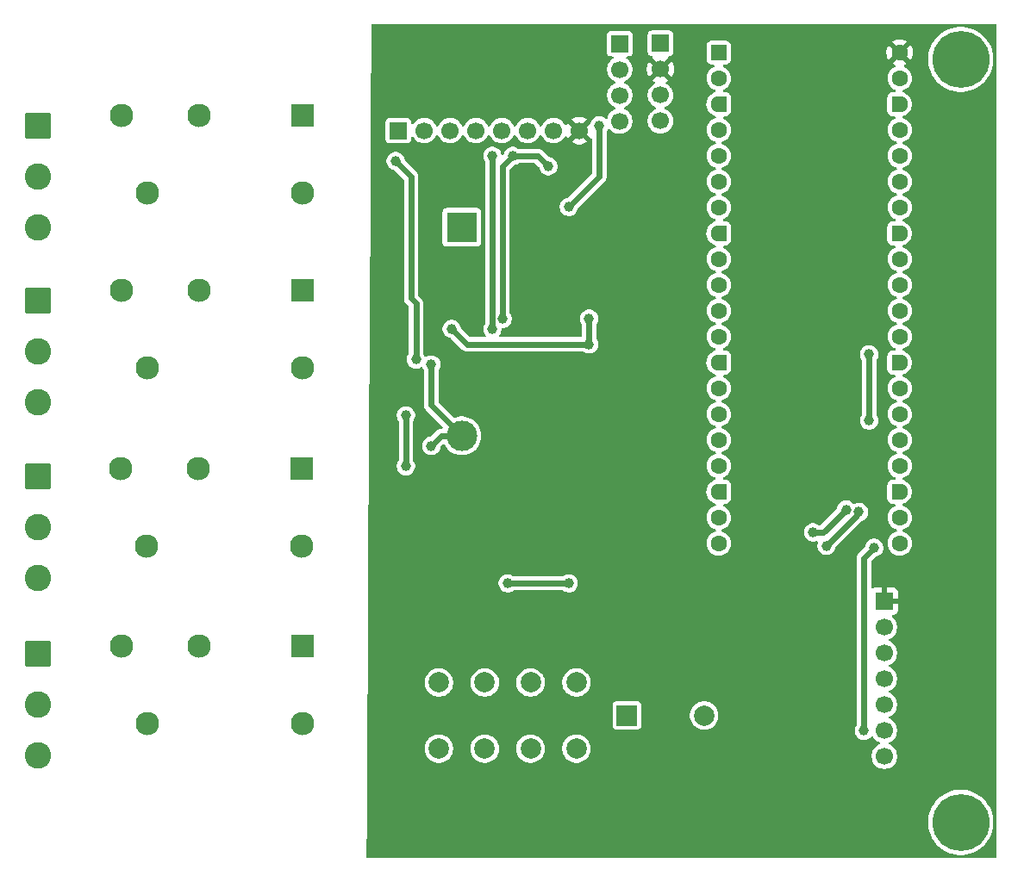
<source format=gbr>
%TF.GenerationSoftware,KiCad,Pcbnew,9.0.1*%
%TF.CreationDate,2025-06-21T17:37:17+02:00*%
%TF.ProjectId,PicoLogger,5069636f-4c6f-4676-9765-722e6b696361,rev?*%
%TF.SameCoordinates,Original*%
%TF.FileFunction,Copper,L2,Bot*%
%TF.FilePolarity,Positive*%
%FSLAX46Y46*%
G04 Gerber Fmt 4.6, Leading zero omitted, Abs format (unit mm)*
G04 Created by KiCad (PCBNEW 9.0.1) date 2025-06-21 17:37:17*
%MOMM*%
%LPD*%
G01*
G04 APERTURE LIST*
G04 Aperture macros list*
%AMRoundRect*
0 Rectangle with rounded corners*
0 $1 Rounding radius*
0 $2 $3 $4 $5 $6 $7 $8 $9 X,Y pos of 4 corners*
0 Add a 4 corners polygon primitive as box body*
4,1,4,$2,$3,$4,$5,$6,$7,$8,$9,$2,$3,0*
0 Add four circle primitives for the rounded corners*
1,1,$1+$1,$2,$3*
1,1,$1+$1,$4,$5*
1,1,$1+$1,$6,$7*
1,1,$1+$1,$8,$9*
0 Add four rect primitives between the rounded corners*
20,1,$1+$1,$2,$3,$4,$5,0*
20,1,$1+$1,$4,$5,$6,$7,0*
20,1,$1+$1,$6,$7,$8,$9,0*
20,1,$1+$1,$8,$9,$2,$3,0*%
%AMFreePoly0*
4,1,37,0.603843,0.796157,0.639018,0.796157,0.711114,0.766294,0.766294,0.711114,0.796157,0.639018,0.796157,0.603843,0.800000,0.600000,0.800000,-0.600000,0.796157,-0.603843,0.796157,-0.639018,0.766294,-0.711114,0.711114,-0.766294,0.639018,-0.796157,0.603843,-0.796157,0.600000,-0.800000,0.000000,-0.800000,0.000000,-0.796148,-0.078414,-0.796148,-0.232228,-0.765552,-0.377117,-0.705537,
-0.507515,-0.618408,-0.618408,-0.507515,-0.705537,-0.377117,-0.765552,-0.232228,-0.796148,-0.078414,-0.796148,0.078414,-0.765552,0.232228,-0.705537,0.377117,-0.618408,0.507515,-0.507515,0.618408,-0.377117,0.705537,-0.232228,0.765552,-0.078414,0.796148,0.000000,0.796148,0.000000,0.800000,0.600000,0.800000,0.603843,0.796157,0.603843,0.796157,$1*%
%AMFreePoly1*
4,1,37,0.000000,0.796148,0.078414,0.796148,0.232228,0.765552,0.377117,0.705537,0.507515,0.618408,0.618408,0.507515,0.705537,0.377117,0.765552,0.232228,0.796148,0.078414,0.796148,-0.078414,0.765552,-0.232228,0.705537,-0.377117,0.618408,-0.507515,0.507515,-0.618408,0.377117,-0.705537,0.232228,-0.765552,0.078414,-0.796148,0.000000,-0.796148,0.000000,-0.800000,-0.600000,-0.800000,
-0.603843,-0.796157,-0.639018,-0.796157,-0.711114,-0.766294,-0.766294,-0.711114,-0.796157,-0.639018,-0.796157,-0.603843,-0.800000,-0.600000,-0.800000,0.600000,-0.796157,0.603843,-0.796157,0.639018,-0.766294,0.711114,-0.711114,0.766294,-0.639018,0.796157,-0.603843,0.796157,-0.600000,0.800000,0.000000,0.800000,0.000000,0.796148,0.000000,0.796148,$1*%
G04 Aperture macros list end*
%TA.AperFunction,ComponentPad*%
%ADD10R,1.700000X1.700000*%
%TD*%
%TA.AperFunction,ComponentPad*%
%ADD11C,1.700000*%
%TD*%
%TA.AperFunction,ComponentPad*%
%ADD12C,5.600000*%
%TD*%
%TA.AperFunction,ComponentPad*%
%ADD13C,2.000000*%
%TD*%
%TA.AperFunction,ComponentPad*%
%ADD14R,2.300000X2.300000*%
%TD*%
%TA.AperFunction,ComponentPad*%
%ADD15C,2.300000*%
%TD*%
%TA.AperFunction,ComponentPad*%
%ADD16RoundRect,0.250000X-1.050000X1.050000X-1.050000X-1.050000X1.050000X-1.050000X1.050000X1.050000X0*%
%TD*%
%TA.AperFunction,ComponentPad*%
%ADD17C,2.600000*%
%TD*%
%TA.AperFunction,ComponentPad*%
%ADD18RoundRect,0.200000X-0.600000X-0.600000X0.600000X-0.600000X0.600000X0.600000X-0.600000X0.600000X0*%
%TD*%
%TA.AperFunction,ComponentPad*%
%ADD19C,1.600000*%
%TD*%
%TA.AperFunction,ComponentPad*%
%ADD20FreePoly0,0.000000*%
%TD*%
%TA.AperFunction,ComponentPad*%
%ADD21FreePoly1,0.000000*%
%TD*%
%TA.AperFunction,ComponentPad*%
%ADD22R,2.000000X2.000000*%
%TD*%
%TA.AperFunction,ComponentPad*%
%ADD23R,3.000000X3.000000*%
%TD*%
%TA.AperFunction,ComponentPad*%
%ADD24C,3.000000*%
%TD*%
%TA.AperFunction,ViaPad*%
%ADD25C,1.000000*%
%TD*%
%TA.AperFunction,Conductor*%
%ADD26C,0.600000*%
%TD*%
G04 APERTURE END LIST*
D10*
%TO.P,J8,1,Pin_1*%
%TO.N,K1_Pin5*%
X187000000Y-103260000D03*
D11*
%TO.P,J8,2,Pin_2*%
%TO.N,+3.3V*%
X187000000Y-105800000D03*
%TO.P,J8,3,Pin_3*%
%TO.N,GND*%
X187000000Y-108340000D03*
%TO.P,J8,4,Pin_4*%
%TO.N,SPI CSn*%
X187000000Y-110880000D03*
%TO.P,J8,5,Pin_5*%
%TO.N,SPI SCK*%
X187000000Y-113420000D03*
%TO.P,J8,6,Pin_6*%
%TO.N,SPI RX*%
X187000000Y-115960000D03*
%TO.P,J8,7,Pin_7*%
%TO.N,SPI TX*%
X187000000Y-118500000D03*
%TD*%
D12*
%TO.P,H2,1,1*%
%TO.N,GND*%
X194500000Y-50000000D03*
%TD*%
D10*
%TO.P,J1,1,Pin_1*%
%TO.N,+3.3V*%
X161000000Y-48460000D03*
D11*
%TO.P,J1,2,Pin_2*%
%TO.N,GND*%
X161000000Y-51000000D03*
%TO.P,J1,3,Pin_3*%
%TO.N,SDA*%
X161000000Y-53540000D03*
%TO.P,J1,4,Pin_4*%
%TO.N,SCL*%
X161000000Y-56080000D03*
%TD*%
D13*
%TO.P,SW2,1,1*%
%TO.N,GND*%
X143250000Y-117750000D03*
X143250000Y-111250000D03*
%TO.P,SW2,2,2*%
%TO.N,GPIO20*%
X147750000Y-117750000D03*
X147750000Y-111250000D03*
%TD*%
D14*
%TO.P,K2,1*%
%TO.N,K2_Pin1*%
X129875000Y-72700000D03*
D15*
%TO.P,K2,2*%
%TO.N,K2_Pin2*%
X119715000Y-72700000D03*
%TO.P,K2,3*%
%TO.N,K2_Pin3*%
X112095000Y-72700000D03*
%TO.P,K2,4*%
%TO.N,K2_Pin4*%
X114635000Y-80320000D03*
%TO.P,K2,5*%
%TO.N,K1_Pin5*%
X129875000Y-80320000D03*
%TD*%
D16*
%TO.P,J6,1,Pin_1*%
%TO.N,K3_Pin3*%
X103827500Y-91000000D03*
D17*
%TO.P,J6,2,Pin_2*%
%TO.N,K3_Pin4*%
X103827500Y-96000000D03*
%TO.P,J6,3,Pin_3*%
%TO.N,K3_Pin2*%
X103827500Y-101000000D03*
%TD*%
D10*
%TO.P,J2,1,Pin_1*%
%TO.N,GND*%
X165000000Y-48420000D03*
D11*
%TO.P,J2,2,Pin_2*%
%TO.N,K1_Pin5*%
X165000000Y-50960000D03*
%TO.P,J2,3,Pin_3*%
%TO.N,SDA*%
X165000000Y-53500000D03*
%TO.P,J2,4,Pin_4*%
%TO.N,SCL*%
X165000000Y-56040000D03*
%TD*%
D12*
%TO.P,H1,1,1*%
%TO.N,GND*%
X194500000Y-125000000D03*
%TD*%
D18*
%TO.P,A1,1,GPIO0*%
%TO.N,SDA*%
X170720000Y-49320000D03*
D19*
%TO.P,A1,2,GPIO1*%
%TO.N,SCL*%
X170720000Y-51860000D03*
D20*
%TO.P,A1,3,GND*%
%TO.N,GND*%
X170720000Y-54400000D03*
D19*
%TO.P,A1,4,GPIO2*%
%TO.N,GPIO2*%
X170720000Y-56940000D03*
%TO.P,A1,5,GPIO3*%
%TO.N,unconnected-(A1-GPIO3-Pad5)*%
X170720000Y-59480000D03*
%TO.P,A1,6,GPIO4*%
%TO.N,TX*%
X170720000Y-62020000D03*
%TO.P,A1,7,GPIO5*%
%TO.N,RX*%
X170720000Y-64560000D03*
D20*
%TO.P,A1,8,GND*%
%TO.N,GND*%
X170720000Y-67100000D03*
D19*
%TO.P,A1,9,GPIO6*%
%TO.N,GPIO6*%
X170720000Y-69640000D03*
%TO.P,A1,10,GPIO7*%
%TO.N,GPIO7*%
X170720000Y-72180000D03*
%TO.P,A1,11,GPIO8*%
%TO.N,GPIO8*%
X170720000Y-74720000D03*
%TO.P,A1,12,GPIO9*%
%TO.N,GPIO9*%
X170720000Y-77260000D03*
D20*
%TO.P,A1,13,GND*%
%TO.N,GND*%
X170720000Y-79800000D03*
D19*
%TO.P,A1,14,GPIO10*%
%TO.N,GPIO10*%
X170720000Y-82340000D03*
%TO.P,A1,15,GPIO11*%
%TO.N,GPIO11*%
X170720000Y-84880000D03*
%TO.P,A1,16,GPIO12*%
%TO.N,GPIO12*%
X170720000Y-87420000D03*
%TO.P,A1,17,GPIO13*%
%TO.N,GPIO13*%
X170720000Y-89960000D03*
D20*
%TO.P,A1,18,GND*%
%TO.N,GND*%
X170720000Y-92500000D03*
D19*
%TO.P,A1,19,GPIO14*%
%TO.N,GPIO14*%
X170720000Y-95040000D03*
%TO.P,A1,20,GPIO15*%
%TO.N,GPIO15*%
X170720000Y-97580000D03*
%TO.P,A1,21,GPIO16*%
%TO.N,SPI RX*%
X188500000Y-97580000D03*
%TO.P,A1,22,GPIO17*%
%TO.N,SPI CSn*%
X188500000Y-95040000D03*
D21*
%TO.P,A1,23,GND*%
%TO.N,GND*%
X188500000Y-92500000D03*
D19*
%TO.P,A1,24,GPIO18*%
%TO.N,SPI SCK*%
X188500000Y-89960000D03*
%TO.P,A1,25,GPIO19*%
%TO.N,SPI TX*%
X188500000Y-87420000D03*
%TO.P,A1,26,GPIO20*%
%TO.N,GPIO20*%
X188500000Y-84880000D03*
%TO.P,A1,27,GPIO21*%
%TO.N,GPIO21*%
X188500000Y-82340000D03*
D21*
%TO.P,A1,28,GND*%
%TO.N,GND*%
X188500000Y-79800000D03*
D19*
%TO.P,A1,29,GPIO22*%
%TO.N,unconnected-(A1-GPIO22-Pad29)*%
X188500000Y-77260000D03*
%TO.P,A1,30,RUN*%
%TO.N,unconnected-(A1-RUN-Pad30)*%
X188500000Y-74720000D03*
%TO.P,A1,31,GPIO26_ADC0*%
%TO.N,unconnected-(A1-GPIO26_ADC0-Pad31)*%
X188500000Y-72180000D03*
%TO.P,A1,32,GPIO27_ADC1*%
%TO.N,unconnected-(A1-GPIO27_ADC1-Pad32)*%
X188500000Y-69640000D03*
D21*
%TO.P,A1,33,AGND*%
%TO.N,GND*%
X188500000Y-67100000D03*
D19*
%TO.P,A1,34,GPIO28_ADC2*%
%TO.N,unconnected-(A1-GPIO28_ADC2-Pad34)*%
X188500000Y-64560000D03*
%TO.P,A1,35,ADC_VREF*%
%TO.N,unconnected-(A1-ADC_VREF-Pad35)*%
X188500000Y-62020000D03*
%TO.P,A1,36,3V3*%
%TO.N,unconnected-(A1-3V3-Pad36)*%
X188500000Y-59480000D03*
%TO.P,A1,37,3V3_EN*%
%TO.N,unconnected-(A1-3V3_EN-Pad37)*%
X188500000Y-56940000D03*
D21*
%TO.P,A1,38,GND*%
%TO.N,GND*%
X188500000Y-54400000D03*
D19*
%TO.P,A1,39,VSYS*%
%TO.N,+3.3V*%
X188500000Y-51860000D03*
%TO.P,A1,40,VBUS*%
%TO.N,K1_Pin5*%
X188500000Y-49320000D03*
%TD*%
D14*
%TO.P,K4,1*%
%TO.N,K4_Pin1*%
X129875000Y-107700000D03*
D15*
%TO.P,K4,2*%
%TO.N,K4_Pin2*%
X119715000Y-107700000D03*
%TO.P,K4,3*%
%TO.N,K4_Pin3*%
X112095000Y-107700000D03*
%TO.P,K4,4*%
%TO.N,K4_Pin4*%
X114635000Y-115320000D03*
%TO.P,K4,5*%
%TO.N,K1_Pin5*%
X129875000Y-115320000D03*
%TD*%
D13*
%TO.P,SW1,1,1*%
%TO.N,GND*%
X152250000Y-117750000D03*
X152250000Y-111250000D03*
%TO.P,SW1,2,2*%
%TO.N,GPIO21*%
X156750000Y-117750000D03*
X156750000Y-111250000D03*
%TD*%
D22*
%TO.P,BZ1,1,+*%
%TO.N,GPIO11*%
X161700000Y-114500000D03*
D13*
%TO.P,BZ1,2,-*%
%TO.N,GND*%
X169300000Y-114500000D03*
%TD*%
D14*
%TO.P,K3,1*%
%TO.N,K3_Pin1*%
X129740000Y-90200000D03*
D15*
%TO.P,K3,2*%
%TO.N,K3_Pin2*%
X119580000Y-90200000D03*
%TO.P,K3,3*%
%TO.N,K3_Pin3*%
X111960000Y-90200000D03*
%TO.P,K3,4*%
%TO.N,K3_Pin4*%
X114500000Y-97820000D03*
%TO.P,K3,5*%
%TO.N,K1_Pin5*%
X129740000Y-97820000D03*
%TD*%
D16*
%TO.P,J4,1,Pin_1*%
%TO.N,K1_Pin3*%
X103900000Y-56500000D03*
D17*
%TO.P,J4,2,Pin_2*%
%TO.N,K1_Pin4*%
X103900000Y-61500000D03*
%TO.P,J4,3,Pin_3*%
%TO.N,K1_Pin2*%
X103900000Y-66500000D03*
%TD*%
D16*
%TO.P,J7,1,Pin_1*%
%TO.N,K4_Pin3*%
X103827500Y-108440000D03*
D17*
%TO.P,J7,2,Pin_2*%
%TO.N,K4_Pin4*%
X103827500Y-113440000D03*
%TO.P,J7,3,Pin_3*%
%TO.N,K4_Pin2*%
X103827500Y-118440000D03*
%TD*%
D14*
%TO.P,K1,1*%
%TO.N,K1_Pin1*%
X129875000Y-55500000D03*
D15*
%TO.P,K1,2*%
%TO.N,K1_Pin2*%
X119715000Y-55500000D03*
%TO.P,K1,3*%
%TO.N,K1_Pin3*%
X112095000Y-55500000D03*
%TO.P,K1,4*%
%TO.N,K1_Pin4*%
X114635000Y-63120000D03*
%TO.P,K1,5*%
%TO.N,K1_Pin5*%
X129875000Y-63120000D03*
%TD*%
D16*
%TO.P,J5,1,Pin_1*%
%TO.N,K2_Pin3*%
X103900000Y-73700000D03*
D17*
%TO.P,J5,2,Pin_2*%
%TO.N,K2_Pin4*%
X103900000Y-78700000D03*
%TO.P,J5,3,Pin_3*%
%TO.N,K2_Pin2*%
X103900000Y-83700000D03*
%TD*%
D10*
%TO.P,J3,1,Pin_1*%
%TO.N,RX*%
X139260000Y-57000000D03*
D11*
%TO.P,J3,2,Pin_2*%
%TO.N,TX*%
X141800000Y-57000000D03*
%TO.P,J3,3,Pin_3*%
%TO.N,GPIO2*%
X144340000Y-57000000D03*
%TO.P,J3,4,Pin_4*%
%TO.N,SDA*%
X146880000Y-57000000D03*
%TO.P,J3,5,Pin_5*%
%TO.N,SCL*%
X149420000Y-57000000D03*
%TO.P,J3,6,Pin_6*%
%TO.N,GND*%
X151960000Y-57000000D03*
%TO.P,J3,7,Pin_7*%
%TO.N,+3.3V*%
X154500000Y-57000000D03*
%TO.P,J3,8,Pin_8*%
%TO.N,K1_Pin5*%
X157040000Y-57000000D03*
%TD*%
D23*
%TO.P,BT1,1,+*%
%TO.N,+BATT*%
X145500000Y-66510000D03*
D24*
%TO.P,BT1,2,-*%
%TO.N,GND*%
X145500000Y-87000000D03*
%TD*%
D25*
%TO.N,GPIO21*%
X183250000Y-94250000D03*
%TO.N,GPIO20*%
X184500000Y-94500000D03*
X181312500Y-97812500D03*
%TO.N,GPIO21*%
X180000000Y-96500000D03*
%TO.N,+3.3V*%
X185500000Y-79000000D03*
X185500000Y-85500000D03*
%TO.N,SPI RX*%
X185000000Y-116000000D03*
X186000000Y-98000000D03*
%TO.N,SCL*%
X154000000Y-60500000D03*
X150500000Y-59500000D03*
X149500000Y-75500000D03*
%TO.N,SDA*%
X148500000Y-76500000D03*
X148500000Y-59500000D03*
%TO.N,GND*%
X156000000Y-101500000D03*
X142500000Y-80000000D03*
X150000000Y-101500000D03*
X159000000Y-56500000D03*
X156000000Y-64500000D03*
X142500000Y-88000000D03*
%TO.N,K1_Pin5*%
X138000000Y-78500000D03*
X149000000Y-80500000D03*
X137500000Y-96000000D03*
X144000000Y-94000000D03*
X140500000Y-100400000D03*
X145500000Y-69000000D03*
X137500000Y-113500000D03*
X138000000Y-61000000D03*
%TO.N,GPIO9*%
X158000000Y-75500000D03*
X158000000Y-78000000D03*
X144500000Y-76500000D03*
%TO.N,K2_Pin1*%
X140000000Y-90000000D03*
X140000000Y-85000000D03*
%TO.N,K1_Pin1*%
X141000000Y-79500000D03*
X139000000Y-60000000D03*
%TD*%
D26*
%TO.N,SPI RX*%
X185000000Y-99000000D02*
X186000000Y-98000000D01*
X185000000Y-116000000D02*
X185000000Y-99000000D01*
%TO.N,+3.3V*%
X185500000Y-85500000D02*
X185500000Y-79000000D01*
%TO.N,GPIO21*%
X183250000Y-94250000D02*
X181000000Y-96500000D01*
X181000000Y-96500000D02*
X180000000Y-96500000D01*
%TO.N,GPIO20*%
X184500000Y-94625000D02*
X184500000Y-94500000D01*
X181312500Y-97812500D02*
X184500000Y-94625000D01*
%TO.N,SCL*%
X150500000Y-59500000D02*
X153000000Y-59500000D01*
X149500000Y-60500000D02*
X149500000Y-75500000D01*
X150500000Y-59500000D02*
X149500000Y-60500000D01*
X153000000Y-59500000D02*
X154000000Y-60500000D01*
%TO.N,SDA*%
X148500000Y-65000000D02*
X148500000Y-76500000D01*
X148500000Y-59500000D02*
X148500000Y-65000000D01*
%TO.N,GND*%
X159000000Y-61500000D02*
X156000000Y-64500000D01*
X142500000Y-80000000D02*
X142500000Y-84000000D01*
X159000000Y-56500000D02*
X159000000Y-61500000D01*
X145500000Y-87000000D02*
X143500000Y-87000000D01*
X150000000Y-101500000D02*
X156000000Y-101500000D01*
X143500000Y-87000000D02*
X142500000Y-88000000D01*
X142500000Y-84000000D02*
X145500000Y-87000000D01*
%TO.N,GPIO9*%
X144500000Y-76500000D02*
X146000000Y-78000000D01*
X146000000Y-78000000D02*
X158000000Y-78000000D01*
X158000000Y-75500000D02*
X158000000Y-78000000D01*
%TO.N,K2_Pin1*%
X140000000Y-85000000D02*
X140000000Y-90000000D01*
%TO.N,K1_Pin1*%
X140500000Y-61500000D02*
X140500000Y-73500000D01*
X139000000Y-60000000D02*
X140500000Y-61500000D01*
X141000000Y-74000000D02*
X141000000Y-79500000D01*
X140500000Y-73500000D02*
X141000000Y-74000000D01*
%TD*%
%TA.AperFunction,Conductor*%
%TO.N,K1_Pin5*%
G36*
X197942539Y-46520185D02*
G01*
X197988294Y-46572989D01*
X197999500Y-46624500D01*
X197999500Y-128375500D01*
X197979815Y-128442539D01*
X197927011Y-128488294D01*
X197875500Y-128499500D01*
X136265466Y-128499500D01*
X136198427Y-128479815D01*
X136152672Y-128427011D01*
X136141468Y-128374757D01*
X136162753Y-124820259D01*
X191299500Y-124820259D01*
X191299500Y-125179740D01*
X191339746Y-125536935D01*
X191339748Y-125536951D01*
X191419737Y-125887407D01*
X191419741Y-125887419D01*
X191538465Y-126226711D01*
X191694432Y-126550579D01*
X191694434Y-126550582D01*
X191885685Y-126854956D01*
X192109812Y-127136003D01*
X192363997Y-127390188D01*
X192645044Y-127614315D01*
X192949418Y-127805566D01*
X193273292Y-127961536D01*
X193528119Y-128050703D01*
X193612580Y-128080258D01*
X193612592Y-128080262D01*
X193963052Y-128160252D01*
X194320260Y-128200499D01*
X194320261Y-128200500D01*
X194320264Y-128200500D01*
X194679739Y-128200500D01*
X194679739Y-128200499D01*
X195036948Y-128160252D01*
X195387408Y-128080262D01*
X195726708Y-127961536D01*
X196050582Y-127805566D01*
X196354956Y-127614315D01*
X196636003Y-127390188D01*
X196890188Y-127136003D01*
X197114315Y-126854956D01*
X197305566Y-126550582D01*
X197461536Y-126226708D01*
X197580262Y-125887408D01*
X197660252Y-125536948D01*
X197700500Y-125179736D01*
X197700500Y-124820264D01*
X197660252Y-124463052D01*
X197580262Y-124112592D01*
X197461536Y-123773292D01*
X197305566Y-123449418D01*
X197114315Y-123145044D01*
X196890188Y-122863997D01*
X196636003Y-122609812D01*
X196354956Y-122385685D01*
X196050582Y-122194434D01*
X196050579Y-122194432D01*
X195726711Y-122038465D01*
X195387419Y-121919741D01*
X195387407Y-121919737D01*
X195036951Y-121839748D01*
X195036935Y-121839746D01*
X194679740Y-121799500D01*
X194679736Y-121799500D01*
X194320264Y-121799500D01*
X194320259Y-121799500D01*
X193963064Y-121839746D01*
X193963048Y-121839748D01*
X193612592Y-121919737D01*
X193612580Y-121919741D01*
X193273288Y-122038465D01*
X192949420Y-122194432D01*
X192645045Y-122385684D01*
X192363997Y-122609811D01*
X192109811Y-122863997D01*
X191885684Y-123145045D01*
X191694432Y-123449420D01*
X191538465Y-123773288D01*
X191419741Y-124112580D01*
X191419737Y-124112592D01*
X191339748Y-124463048D01*
X191339746Y-124463064D01*
X191299500Y-124820259D01*
X136162753Y-124820259D01*
X136162778Y-124816042D01*
X136162778Y-124816041D01*
X136205749Y-117639778D01*
X141849500Y-117639778D01*
X141849500Y-117860221D01*
X141883985Y-118077952D01*
X141952103Y-118287603D01*
X141952104Y-118287606D01*
X142052187Y-118484025D01*
X142181752Y-118662358D01*
X142181756Y-118662363D01*
X142337636Y-118818243D01*
X142337641Y-118818247D01*
X142493192Y-118931260D01*
X142515978Y-118947815D01*
X142644375Y-119013237D01*
X142712393Y-119047895D01*
X142712396Y-119047896D01*
X142817221Y-119081955D01*
X142922049Y-119116015D01*
X143139778Y-119150500D01*
X143139779Y-119150500D01*
X143360221Y-119150500D01*
X143360222Y-119150500D01*
X143577951Y-119116015D01*
X143787606Y-119047895D01*
X143984022Y-118947815D01*
X144162365Y-118818242D01*
X144318242Y-118662365D01*
X144447815Y-118484022D01*
X144547895Y-118287606D01*
X144616015Y-118077951D01*
X144650500Y-117860222D01*
X144650500Y-117639778D01*
X146349500Y-117639778D01*
X146349500Y-117860221D01*
X146383985Y-118077952D01*
X146452103Y-118287603D01*
X146452104Y-118287606D01*
X146552187Y-118484025D01*
X146681752Y-118662358D01*
X146681756Y-118662363D01*
X146837636Y-118818243D01*
X146837641Y-118818247D01*
X146993192Y-118931260D01*
X147015978Y-118947815D01*
X147144375Y-119013237D01*
X147212393Y-119047895D01*
X147212396Y-119047896D01*
X147317221Y-119081955D01*
X147422049Y-119116015D01*
X147639778Y-119150500D01*
X147639779Y-119150500D01*
X147860221Y-119150500D01*
X147860222Y-119150500D01*
X148077951Y-119116015D01*
X148287606Y-119047895D01*
X148484022Y-118947815D01*
X148662365Y-118818242D01*
X148818242Y-118662365D01*
X148947815Y-118484022D01*
X149047895Y-118287606D01*
X149116015Y-118077951D01*
X149150500Y-117860222D01*
X149150500Y-117639778D01*
X150849500Y-117639778D01*
X150849500Y-117860221D01*
X150883985Y-118077952D01*
X150952103Y-118287603D01*
X150952104Y-118287606D01*
X151052187Y-118484025D01*
X151181752Y-118662358D01*
X151181756Y-118662363D01*
X151337636Y-118818243D01*
X151337641Y-118818247D01*
X151493192Y-118931260D01*
X151515978Y-118947815D01*
X151644375Y-119013237D01*
X151712393Y-119047895D01*
X151712396Y-119047896D01*
X151817221Y-119081955D01*
X151922049Y-119116015D01*
X152139778Y-119150500D01*
X152139779Y-119150500D01*
X152360221Y-119150500D01*
X152360222Y-119150500D01*
X152577951Y-119116015D01*
X152787606Y-119047895D01*
X152984022Y-118947815D01*
X153162365Y-118818242D01*
X153318242Y-118662365D01*
X153447815Y-118484022D01*
X153547895Y-118287606D01*
X153616015Y-118077951D01*
X153650500Y-117860222D01*
X153650500Y-117639778D01*
X155349500Y-117639778D01*
X155349500Y-117860221D01*
X155383985Y-118077952D01*
X155452103Y-118287603D01*
X155452104Y-118287606D01*
X155552187Y-118484025D01*
X155681752Y-118662358D01*
X155681756Y-118662363D01*
X155837636Y-118818243D01*
X155837641Y-118818247D01*
X155993192Y-118931260D01*
X156015978Y-118947815D01*
X156144375Y-119013237D01*
X156212393Y-119047895D01*
X156212396Y-119047896D01*
X156317221Y-119081955D01*
X156422049Y-119116015D01*
X156639778Y-119150500D01*
X156639779Y-119150500D01*
X156860221Y-119150500D01*
X156860222Y-119150500D01*
X157077951Y-119116015D01*
X157287606Y-119047895D01*
X157484022Y-118947815D01*
X157662365Y-118818242D01*
X157818242Y-118662365D01*
X157947815Y-118484022D01*
X158047895Y-118287606D01*
X158116015Y-118077951D01*
X158150500Y-117860222D01*
X158150500Y-117639778D01*
X158116015Y-117422049D01*
X158069956Y-117280291D01*
X158047896Y-117212396D01*
X158047895Y-117212393D01*
X158000249Y-117118884D01*
X157947815Y-117015978D01*
X157838775Y-116865896D01*
X157818247Y-116837641D01*
X157818243Y-116837636D01*
X157662363Y-116681756D01*
X157662358Y-116681752D01*
X157484025Y-116552187D01*
X157484024Y-116552186D01*
X157484022Y-116552185D01*
X157417274Y-116518175D01*
X157287606Y-116452104D01*
X157287603Y-116452103D01*
X157077952Y-116383985D01*
X156969086Y-116366742D01*
X156860222Y-116349500D01*
X156639778Y-116349500D01*
X156567201Y-116360995D01*
X156422047Y-116383985D01*
X156212396Y-116452103D01*
X156212393Y-116452104D01*
X156015974Y-116552187D01*
X155837641Y-116681752D01*
X155837636Y-116681756D01*
X155681756Y-116837636D01*
X155681752Y-116837641D01*
X155552187Y-117015974D01*
X155452104Y-117212393D01*
X155452103Y-117212396D01*
X155383985Y-117422047D01*
X155349500Y-117639778D01*
X153650500Y-117639778D01*
X153616015Y-117422049D01*
X153569956Y-117280291D01*
X153547896Y-117212396D01*
X153547895Y-117212393D01*
X153500249Y-117118884D01*
X153447815Y-117015978D01*
X153338775Y-116865896D01*
X153318247Y-116837641D01*
X153318243Y-116837636D01*
X153162363Y-116681756D01*
X153162358Y-116681752D01*
X152984025Y-116552187D01*
X152984024Y-116552186D01*
X152984022Y-116552185D01*
X152917274Y-116518175D01*
X152787606Y-116452104D01*
X152787603Y-116452103D01*
X152577952Y-116383985D01*
X152469086Y-116366742D01*
X152360222Y-116349500D01*
X152139778Y-116349500D01*
X152067201Y-116360995D01*
X151922047Y-116383985D01*
X151712396Y-116452103D01*
X151712393Y-116452104D01*
X151515974Y-116552187D01*
X151337641Y-116681752D01*
X151337636Y-116681756D01*
X151181756Y-116837636D01*
X151181752Y-116837641D01*
X151052187Y-117015974D01*
X150952104Y-117212393D01*
X150952103Y-117212396D01*
X150883985Y-117422047D01*
X150849500Y-117639778D01*
X149150500Y-117639778D01*
X149116015Y-117422049D01*
X149069956Y-117280291D01*
X149047896Y-117212396D01*
X149047895Y-117212393D01*
X149000249Y-117118884D01*
X148947815Y-117015978D01*
X148838775Y-116865896D01*
X148818247Y-116837641D01*
X148818243Y-116837636D01*
X148662363Y-116681756D01*
X148662358Y-116681752D01*
X148484025Y-116552187D01*
X148484024Y-116552186D01*
X148484022Y-116552185D01*
X148417274Y-116518175D01*
X148287606Y-116452104D01*
X148287603Y-116452103D01*
X148077952Y-116383985D01*
X147969086Y-116366742D01*
X147860222Y-116349500D01*
X147639778Y-116349500D01*
X147567201Y-116360995D01*
X147422047Y-116383985D01*
X147212396Y-116452103D01*
X147212393Y-116452104D01*
X147015974Y-116552187D01*
X146837641Y-116681752D01*
X146837636Y-116681756D01*
X146681756Y-116837636D01*
X146681752Y-116837641D01*
X146552187Y-117015974D01*
X146452104Y-117212393D01*
X146452103Y-117212396D01*
X146383985Y-117422047D01*
X146349500Y-117639778D01*
X144650500Y-117639778D01*
X144616015Y-117422049D01*
X144569956Y-117280291D01*
X144547896Y-117212396D01*
X144547895Y-117212393D01*
X144500249Y-117118884D01*
X144447815Y-117015978D01*
X144338775Y-116865896D01*
X144318247Y-116837641D01*
X144318243Y-116837636D01*
X144162363Y-116681756D01*
X144162358Y-116681752D01*
X143984025Y-116552187D01*
X143984024Y-116552186D01*
X143984022Y-116552185D01*
X143917274Y-116518175D01*
X143787606Y-116452104D01*
X143787603Y-116452103D01*
X143577952Y-116383985D01*
X143469086Y-116366742D01*
X143360222Y-116349500D01*
X143139778Y-116349500D01*
X143067201Y-116360995D01*
X142922047Y-116383985D01*
X142712396Y-116452103D01*
X142712393Y-116452104D01*
X142515974Y-116552187D01*
X142337641Y-116681752D01*
X142337636Y-116681756D01*
X142181756Y-116837636D01*
X142181752Y-116837641D01*
X142052187Y-117015974D01*
X141952104Y-117212393D01*
X141952103Y-117212396D01*
X141883985Y-117422047D01*
X141849500Y-117639778D01*
X136205749Y-117639778D01*
X136205783Y-117634164D01*
X136205783Y-117634163D01*
X136216099Y-115911304D01*
X184099500Y-115911304D01*
X184099500Y-116088695D01*
X184134103Y-116262658D01*
X184134106Y-116262667D01*
X184201983Y-116426540D01*
X184201990Y-116426553D01*
X184300535Y-116574034D01*
X184300538Y-116574038D01*
X184425961Y-116699461D01*
X184425965Y-116699464D01*
X184573446Y-116798009D01*
X184573459Y-116798016D01*
X184669110Y-116837635D01*
X184737334Y-116865894D01*
X184737336Y-116865894D01*
X184737341Y-116865896D01*
X184911304Y-116900499D01*
X184911307Y-116900500D01*
X184911309Y-116900500D01*
X185088693Y-116900500D01*
X185088694Y-116900499D01*
X185146682Y-116888964D01*
X185262658Y-116865896D01*
X185262661Y-116865894D01*
X185262666Y-116865894D01*
X185426547Y-116798013D01*
X185574035Y-116699464D01*
X185699464Y-116574035D01*
X185701030Y-116571691D01*
X185702168Y-116570739D01*
X185703328Y-116569327D01*
X185703595Y-116569546D01*
X185754638Y-116526886D01*
X185823963Y-116518175D01*
X185886992Y-116548326D01*
X185914619Y-116584284D01*
X185930476Y-116615405D01*
X186046172Y-116774646D01*
X186185354Y-116913828D01*
X186344595Y-117029524D01*
X186467992Y-117092397D01*
X186521213Y-117119515D01*
X186572009Y-117167489D01*
X186588804Y-117235310D01*
X186566267Y-117301445D01*
X186521213Y-117340485D01*
X186344594Y-117430476D01*
X186253741Y-117496485D01*
X186185354Y-117546172D01*
X186185352Y-117546174D01*
X186185351Y-117546174D01*
X186046174Y-117685351D01*
X186046174Y-117685352D01*
X186046172Y-117685354D01*
X185996485Y-117753741D01*
X185930476Y-117844594D01*
X185841117Y-118019970D01*
X185780290Y-118207173D01*
X185749500Y-118401577D01*
X185749500Y-118598422D01*
X185780290Y-118792826D01*
X185841117Y-118980029D01*
X185910405Y-119116014D01*
X185930476Y-119155405D01*
X186046172Y-119314646D01*
X186185354Y-119453828D01*
X186344595Y-119569524D01*
X186427455Y-119611743D01*
X186519970Y-119658882D01*
X186519972Y-119658882D01*
X186519975Y-119658884D01*
X186620317Y-119691487D01*
X186707173Y-119719709D01*
X186901578Y-119750500D01*
X186901583Y-119750500D01*
X187098422Y-119750500D01*
X187292826Y-119719709D01*
X187480025Y-119658884D01*
X187655405Y-119569524D01*
X187814646Y-119453828D01*
X187953828Y-119314646D01*
X188069524Y-119155405D01*
X188158884Y-118980025D01*
X188219709Y-118792826D01*
X188240372Y-118662365D01*
X188250500Y-118598422D01*
X188250500Y-118401577D01*
X188219709Y-118207173D01*
X188177722Y-118077952D01*
X188158884Y-118019975D01*
X188158882Y-118019972D01*
X188158882Y-118019970D01*
X188077486Y-117860222D01*
X188069524Y-117844595D01*
X187953828Y-117685354D01*
X187814646Y-117546172D01*
X187735025Y-117488324D01*
X187655403Y-117430474D01*
X187478787Y-117340485D01*
X187427990Y-117292511D01*
X187411195Y-117224690D01*
X187433732Y-117158555D01*
X187478787Y-117119515D01*
X187655403Y-117029525D01*
X187655402Y-117029525D01*
X187655405Y-117029524D01*
X187814646Y-116913828D01*
X187953828Y-116774646D01*
X188069524Y-116615405D01*
X188158884Y-116440025D01*
X188219709Y-116252826D01*
X188250500Y-116058422D01*
X188250500Y-115861577D01*
X188219709Y-115667173D01*
X188158882Y-115479970D01*
X188085341Y-115335638D01*
X188069524Y-115304595D01*
X187953828Y-115145354D01*
X187814646Y-115006172D01*
X187735025Y-114948324D01*
X187655403Y-114890474D01*
X187478787Y-114800485D01*
X187427990Y-114752511D01*
X187411195Y-114684690D01*
X187433732Y-114618555D01*
X187478787Y-114579515D01*
X187655403Y-114489525D01*
X187655402Y-114489525D01*
X187655405Y-114489524D01*
X187814646Y-114373828D01*
X187953828Y-114234646D01*
X188069524Y-114075405D01*
X188158884Y-113900025D01*
X188219709Y-113712826D01*
X188250500Y-113518422D01*
X188250500Y-113321577D01*
X188219709Y-113127173D01*
X188158882Y-112939970D01*
X188085341Y-112795638D01*
X188069524Y-112764595D01*
X187953828Y-112605354D01*
X187814646Y-112466172D01*
X187735025Y-112408324D01*
X187655403Y-112350474D01*
X187478787Y-112260485D01*
X187427990Y-112212511D01*
X187411195Y-112144690D01*
X187433732Y-112078555D01*
X187478787Y-112039515D01*
X187655403Y-111949525D01*
X187655402Y-111949525D01*
X187655405Y-111949524D01*
X187814646Y-111833828D01*
X187953828Y-111694646D01*
X188069524Y-111535405D01*
X188158884Y-111360025D01*
X188219709Y-111172826D01*
X188224943Y-111139778D01*
X188250500Y-110978422D01*
X188250500Y-110781577D01*
X188219709Y-110587173D01*
X188158882Y-110399970D01*
X188085341Y-110255638D01*
X188069524Y-110224595D01*
X187953828Y-110065354D01*
X187814646Y-109926172D01*
X187709117Y-109849500D01*
X187655403Y-109810474D01*
X187478787Y-109720485D01*
X187427990Y-109672511D01*
X187411195Y-109604690D01*
X187433732Y-109538555D01*
X187478787Y-109499515D01*
X187655403Y-109409525D01*
X187655402Y-109409525D01*
X187655405Y-109409524D01*
X187814646Y-109293828D01*
X187953828Y-109154646D01*
X188069524Y-108995405D01*
X188158884Y-108820025D01*
X188219709Y-108632826D01*
X188250500Y-108438422D01*
X188250500Y-108241577D01*
X188219709Y-108047173D01*
X188158882Y-107859970D01*
X188085341Y-107715638D01*
X188069524Y-107684595D01*
X187953828Y-107525354D01*
X187814646Y-107386172D01*
X187735025Y-107328324D01*
X187655403Y-107270474D01*
X187478787Y-107180485D01*
X187427990Y-107132511D01*
X187411195Y-107064690D01*
X187433732Y-106998555D01*
X187478787Y-106959515D01*
X187655403Y-106869525D01*
X187655402Y-106869525D01*
X187655405Y-106869524D01*
X187814646Y-106753828D01*
X187953828Y-106614646D01*
X188069524Y-106455405D01*
X188158884Y-106280025D01*
X188219709Y-106092826D01*
X188250500Y-105898422D01*
X188250500Y-105701577D01*
X188219709Y-105507173D01*
X188158882Y-105319970D01*
X188085341Y-105175638D01*
X188069524Y-105144595D01*
X187953828Y-104985354D01*
X187814646Y-104846172D01*
X187798328Y-104834316D01*
X187755664Y-104778987D01*
X187749686Y-104709373D01*
X187782293Y-104647579D01*
X187843132Y-104613222D01*
X187871216Y-104610000D01*
X187897828Y-104610000D01*
X187897844Y-104609999D01*
X187957372Y-104603598D01*
X187957379Y-104603596D01*
X188092086Y-104553354D01*
X188092093Y-104553350D01*
X188207187Y-104467190D01*
X188207190Y-104467187D01*
X188293350Y-104352093D01*
X188293354Y-104352086D01*
X188343596Y-104217379D01*
X188343598Y-104217372D01*
X188349999Y-104157844D01*
X188350000Y-104157827D01*
X188350000Y-103510000D01*
X187433012Y-103510000D01*
X187465925Y-103452993D01*
X187500000Y-103325826D01*
X187500000Y-103194174D01*
X187465925Y-103067007D01*
X187433012Y-103010000D01*
X188350000Y-103010000D01*
X188350000Y-102362172D01*
X188349999Y-102362155D01*
X188343598Y-102302627D01*
X188343596Y-102302620D01*
X188293354Y-102167913D01*
X188293350Y-102167906D01*
X188207190Y-102052812D01*
X188207187Y-102052809D01*
X188092093Y-101966649D01*
X188092086Y-101966645D01*
X187957379Y-101916403D01*
X187957372Y-101916401D01*
X187897844Y-101910000D01*
X187250000Y-101910000D01*
X187250000Y-102826988D01*
X187192993Y-102794075D01*
X187065826Y-102760000D01*
X186934174Y-102760000D01*
X186807007Y-102794075D01*
X186750000Y-102826988D01*
X186750000Y-101910000D01*
X186102155Y-101910000D01*
X186042627Y-101916401D01*
X186042620Y-101916403D01*
X185907913Y-101966645D01*
X185907911Y-101966646D01*
X185898810Y-101973460D01*
X185833345Y-101997876D01*
X185765072Y-101983024D01*
X185715667Y-101933618D01*
X185700500Y-101874192D01*
X185700500Y-99341518D01*
X185720185Y-99274479D01*
X185736815Y-99253841D01*
X186063925Y-98926730D01*
X186125246Y-98893247D01*
X186127237Y-98892831D01*
X186262666Y-98865894D01*
X186426547Y-98798013D01*
X186574035Y-98699464D01*
X186699464Y-98574035D01*
X186798013Y-98426547D01*
X186865894Y-98262666D01*
X186876530Y-98209199D01*
X186900499Y-98088695D01*
X186900500Y-98088693D01*
X186900500Y-97911306D01*
X186900499Y-97911304D01*
X186865896Y-97737341D01*
X186865893Y-97737332D01*
X186798016Y-97573459D01*
X186798009Y-97573446D01*
X186699464Y-97425965D01*
X186699461Y-97425961D01*
X186574038Y-97300538D01*
X186574034Y-97300535D01*
X186426553Y-97201990D01*
X186426540Y-97201983D01*
X186262667Y-97134106D01*
X186262658Y-97134103D01*
X186088694Y-97099500D01*
X186088691Y-97099500D01*
X185911309Y-97099500D01*
X185911306Y-97099500D01*
X185737341Y-97134103D01*
X185737332Y-97134106D01*
X185573459Y-97201983D01*
X185573446Y-97201990D01*
X185425965Y-97300535D01*
X185425961Y-97300538D01*
X185300538Y-97425961D01*
X185300535Y-97425965D01*
X185201990Y-97573446D01*
X185201983Y-97573459D01*
X185134106Y-97737332D01*
X185134104Y-97737340D01*
X185107202Y-97872586D01*
X185074817Y-97934496D01*
X185073266Y-97936075D01*
X184455890Y-98553451D01*
X184455884Y-98553458D01*
X184417763Y-98610512D01*
X184417763Y-98610513D01*
X184398494Y-98639351D01*
X184379225Y-98668188D01*
X184379221Y-98668195D01*
X184326421Y-98795667D01*
X184326418Y-98795677D01*
X184299500Y-98931004D01*
X184299500Y-115389899D01*
X184279815Y-115456938D01*
X184278602Y-115458790D01*
X184201988Y-115573449D01*
X184201987Y-115573452D01*
X184134106Y-115737332D01*
X184134103Y-115737341D01*
X184099500Y-115911304D01*
X136216099Y-115911304D01*
X136230727Y-113468475D01*
X160299500Y-113468475D01*
X160299500Y-115531517D01*
X160306142Y-115573452D01*
X160314354Y-115625304D01*
X160371950Y-115738342D01*
X160371952Y-115738344D01*
X160371954Y-115738347D01*
X160461652Y-115828045D01*
X160461654Y-115828046D01*
X160461658Y-115828050D01*
X160574694Y-115885645D01*
X160574698Y-115885647D01*
X160668475Y-115900499D01*
X160668481Y-115900500D01*
X162731518Y-115900499D01*
X162825304Y-115885646D01*
X162938342Y-115828050D01*
X163028050Y-115738342D01*
X163085646Y-115625304D01*
X163085646Y-115625302D01*
X163085647Y-115625301D01*
X163100499Y-115531524D01*
X163100500Y-115531519D01*
X163100499Y-114389778D01*
X167899500Y-114389778D01*
X167899500Y-114610221D01*
X167933985Y-114827952D01*
X168002103Y-115037603D01*
X168002104Y-115037606D01*
X168102187Y-115234025D01*
X168231752Y-115412358D01*
X168231756Y-115412363D01*
X168387636Y-115568243D01*
X168387641Y-115568247D01*
X168523803Y-115667173D01*
X168565978Y-115697815D01*
X168645526Y-115738347D01*
X168762393Y-115797895D01*
X168762396Y-115797896D01*
X168855197Y-115828048D01*
X168972049Y-115866015D01*
X169189778Y-115900500D01*
X169189779Y-115900500D01*
X169410221Y-115900500D01*
X169410222Y-115900500D01*
X169627951Y-115866015D01*
X169837606Y-115797895D01*
X170034022Y-115697815D01*
X170212365Y-115568242D01*
X170368242Y-115412365D01*
X170497815Y-115234022D01*
X170597895Y-115037606D01*
X170666015Y-114827951D01*
X170700500Y-114610222D01*
X170700500Y-114389778D01*
X170666015Y-114172049D01*
X170597895Y-113962394D01*
X170597895Y-113962393D01*
X170563237Y-113894375D01*
X170497815Y-113765978D01*
X170459198Y-113712826D01*
X170368247Y-113587641D01*
X170368243Y-113587636D01*
X170212363Y-113431756D01*
X170212358Y-113431752D01*
X170034025Y-113302187D01*
X170034024Y-113302186D01*
X170034022Y-113302185D01*
X169954482Y-113261657D01*
X169837606Y-113202104D01*
X169837603Y-113202103D01*
X169627952Y-113133985D01*
X169504006Y-113114354D01*
X169410222Y-113099500D01*
X169189778Y-113099500D01*
X169117201Y-113110995D01*
X168972047Y-113133985D01*
X168762396Y-113202103D01*
X168762393Y-113202104D01*
X168565974Y-113302187D01*
X168387641Y-113431752D01*
X168387636Y-113431756D01*
X168231756Y-113587636D01*
X168231752Y-113587641D01*
X168102187Y-113765974D01*
X168002104Y-113962393D01*
X168002103Y-113962396D01*
X167933985Y-114172047D01*
X167899500Y-114389778D01*
X163100499Y-114389778D01*
X163100499Y-113468482D01*
X163085646Y-113374696D01*
X163028050Y-113261658D01*
X163028046Y-113261654D01*
X163028045Y-113261652D01*
X162938347Y-113171954D01*
X162938344Y-113171952D01*
X162938342Y-113171950D01*
X162850463Y-113127173D01*
X162825301Y-113114352D01*
X162731524Y-113099500D01*
X160668482Y-113099500D01*
X160587519Y-113112323D01*
X160574696Y-113114354D01*
X160461658Y-113171950D01*
X160461657Y-113171951D01*
X160461652Y-113171954D01*
X160371954Y-113261652D01*
X160371951Y-113261657D01*
X160314352Y-113374698D01*
X160299500Y-113468475D01*
X136230727Y-113468475D01*
X136230761Y-113462866D01*
X136230761Y-113462865D01*
X136243353Y-111360029D01*
X136244672Y-111139778D01*
X141849500Y-111139778D01*
X141849500Y-111360221D01*
X141883985Y-111577952D01*
X141952103Y-111787603D01*
X141952104Y-111787606D01*
X142052187Y-111984025D01*
X142181752Y-112162358D01*
X142181756Y-112162363D01*
X142337636Y-112318243D01*
X142337641Y-112318247D01*
X142493192Y-112431260D01*
X142515978Y-112447815D01*
X142644375Y-112513237D01*
X142712393Y-112547895D01*
X142712396Y-112547896D01*
X142817221Y-112581955D01*
X142922049Y-112616015D01*
X143139778Y-112650500D01*
X143139779Y-112650500D01*
X143360221Y-112650500D01*
X143360222Y-112650500D01*
X143577951Y-112616015D01*
X143787606Y-112547895D01*
X143984022Y-112447815D01*
X144162365Y-112318242D01*
X144318242Y-112162365D01*
X144447815Y-111984022D01*
X144547895Y-111787606D01*
X144616015Y-111577951D01*
X144650500Y-111360222D01*
X144650500Y-111139778D01*
X146349500Y-111139778D01*
X146349500Y-111360221D01*
X146383985Y-111577952D01*
X146452103Y-111787603D01*
X146452104Y-111787606D01*
X146552187Y-111984025D01*
X146681752Y-112162358D01*
X146681756Y-112162363D01*
X146837636Y-112318243D01*
X146837641Y-112318247D01*
X146993192Y-112431260D01*
X147015978Y-112447815D01*
X147144375Y-112513237D01*
X147212393Y-112547895D01*
X147212396Y-112547896D01*
X147317221Y-112581955D01*
X147422049Y-112616015D01*
X147639778Y-112650500D01*
X147639779Y-112650500D01*
X147860221Y-112650500D01*
X147860222Y-112650500D01*
X148077951Y-112616015D01*
X148287606Y-112547895D01*
X148484022Y-112447815D01*
X148662365Y-112318242D01*
X148818242Y-112162365D01*
X148947815Y-111984022D01*
X149047895Y-111787606D01*
X149116015Y-111577951D01*
X149150500Y-111360222D01*
X149150500Y-111139778D01*
X150849500Y-111139778D01*
X150849500Y-111360221D01*
X150883985Y-111577952D01*
X150952103Y-111787603D01*
X150952104Y-111787606D01*
X151052187Y-111984025D01*
X151181752Y-112162358D01*
X151181756Y-112162363D01*
X151337636Y-112318243D01*
X151337641Y-112318247D01*
X151493192Y-112431260D01*
X151515978Y-112447815D01*
X151644375Y-112513237D01*
X151712393Y-112547895D01*
X151712396Y-112547896D01*
X151817221Y-112581955D01*
X151922049Y-112616015D01*
X152139778Y-112650500D01*
X152139779Y-112650500D01*
X152360221Y-112650500D01*
X152360222Y-112650500D01*
X152577951Y-112616015D01*
X152787606Y-112547895D01*
X152984022Y-112447815D01*
X153162365Y-112318242D01*
X153318242Y-112162365D01*
X153447815Y-111984022D01*
X153547895Y-111787606D01*
X153616015Y-111577951D01*
X153650500Y-111360222D01*
X153650500Y-111139778D01*
X155349500Y-111139778D01*
X155349500Y-111360221D01*
X155383985Y-111577952D01*
X155452103Y-111787603D01*
X155452104Y-111787606D01*
X155552187Y-111984025D01*
X155681752Y-112162358D01*
X155681756Y-112162363D01*
X155837636Y-112318243D01*
X155837641Y-112318247D01*
X155993192Y-112431260D01*
X156015978Y-112447815D01*
X156144375Y-112513237D01*
X156212393Y-112547895D01*
X156212396Y-112547896D01*
X156317221Y-112581955D01*
X156422049Y-112616015D01*
X156639778Y-112650500D01*
X156639779Y-112650500D01*
X156860221Y-112650500D01*
X156860222Y-112650500D01*
X157077951Y-112616015D01*
X157287606Y-112547895D01*
X157484022Y-112447815D01*
X157662365Y-112318242D01*
X157818242Y-112162365D01*
X157947815Y-111984022D01*
X158047895Y-111787606D01*
X158116015Y-111577951D01*
X158150500Y-111360222D01*
X158150500Y-111139778D01*
X158116015Y-110922049D01*
X158047895Y-110712394D01*
X158047895Y-110712393D01*
X158013237Y-110644375D01*
X157947815Y-110515978D01*
X157931260Y-110493192D01*
X157818247Y-110337641D01*
X157818243Y-110337636D01*
X157662363Y-110181756D01*
X157662358Y-110181752D01*
X157484025Y-110052187D01*
X157484024Y-110052186D01*
X157484022Y-110052185D01*
X157421096Y-110020122D01*
X157287606Y-109952104D01*
X157287603Y-109952103D01*
X157077952Y-109883985D01*
X156969086Y-109866742D01*
X156860222Y-109849500D01*
X156639778Y-109849500D01*
X156567201Y-109860995D01*
X156422047Y-109883985D01*
X156212396Y-109952103D01*
X156212393Y-109952104D01*
X156015974Y-110052187D01*
X155837641Y-110181752D01*
X155837636Y-110181756D01*
X155681756Y-110337636D01*
X155681752Y-110337641D01*
X155552187Y-110515974D01*
X155452104Y-110712393D01*
X155452103Y-110712396D01*
X155383985Y-110922047D01*
X155349500Y-111139778D01*
X153650500Y-111139778D01*
X153616015Y-110922049D01*
X153547895Y-110712394D01*
X153547895Y-110712393D01*
X153513237Y-110644375D01*
X153447815Y-110515978D01*
X153431260Y-110493192D01*
X153318247Y-110337641D01*
X153318243Y-110337636D01*
X153162363Y-110181756D01*
X153162358Y-110181752D01*
X152984025Y-110052187D01*
X152984024Y-110052186D01*
X152984022Y-110052185D01*
X152921096Y-110020122D01*
X152787606Y-109952104D01*
X152787603Y-109952103D01*
X152577952Y-109883985D01*
X152469086Y-109866742D01*
X152360222Y-109849500D01*
X152139778Y-109849500D01*
X152067201Y-109860995D01*
X151922047Y-109883985D01*
X151712396Y-109952103D01*
X151712393Y-109952104D01*
X151515974Y-110052187D01*
X151337641Y-110181752D01*
X151337636Y-110181756D01*
X151181756Y-110337636D01*
X151181752Y-110337641D01*
X151052187Y-110515974D01*
X150952104Y-110712393D01*
X150952103Y-110712396D01*
X150883985Y-110922047D01*
X150849500Y-111139778D01*
X149150500Y-111139778D01*
X149116015Y-110922049D01*
X149047895Y-110712394D01*
X149047895Y-110712393D01*
X149013237Y-110644375D01*
X148947815Y-110515978D01*
X148931260Y-110493192D01*
X148818247Y-110337641D01*
X148818243Y-110337636D01*
X148662363Y-110181756D01*
X148662358Y-110181752D01*
X148484025Y-110052187D01*
X148484024Y-110052186D01*
X148484022Y-110052185D01*
X148421096Y-110020122D01*
X148287606Y-109952104D01*
X148287603Y-109952103D01*
X148077952Y-109883985D01*
X147969086Y-109866742D01*
X147860222Y-109849500D01*
X147639778Y-109849500D01*
X147567201Y-109860995D01*
X147422047Y-109883985D01*
X147212396Y-109952103D01*
X147212393Y-109952104D01*
X147015974Y-110052187D01*
X146837641Y-110181752D01*
X146837636Y-110181756D01*
X146681756Y-110337636D01*
X146681752Y-110337641D01*
X146552187Y-110515974D01*
X146452104Y-110712393D01*
X146452103Y-110712396D01*
X146383985Y-110922047D01*
X146349500Y-111139778D01*
X144650500Y-111139778D01*
X144616015Y-110922049D01*
X144547895Y-110712394D01*
X144547895Y-110712393D01*
X144513237Y-110644375D01*
X144447815Y-110515978D01*
X144431260Y-110493192D01*
X144318247Y-110337641D01*
X144318243Y-110337636D01*
X144162363Y-110181756D01*
X144162358Y-110181752D01*
X143984025Y-110052187D01*
X143984024Y-110052186D01*
X143984022Y-110052185D01*
X143921096Y-110020122D01*
X143787606Y-109952104D01*
X143787603Y-109952103D01*
X143577952Y-109883985D01*
X143469086Y-109866742D01*
X143360222Y-109849500D01*
X143139778Y-109849500D01*
X143067201Y-109860995D01*
X142922047Y-109883985D01*
X142712396Y-109952103D01*
X142712393Y-109952104D01*
X142515974Y-110052187D01*
X142337641Y-110181752D01*
X142337636Y-110181756D01*
X142181756Y-110337636D01*
X142181752Y-110337641D01*
X142052187Y-110515974D01*
X141952104Y-110712393D01*
X141952103Y-110712396D01*
X141883985Y-110922047D01*
X141849500Y-111139778D01*
X136244672Y-111139778D01*
X136272726Y-106454629D01*
X136302926Y-101411304D01*
X149099500Y-101411304D01*
X149099500Y-101588695D01*
X149134103Y-101762658D01*
X149134106Y-101762667D01*
X149201983Y-101926540D01*
X149201990Y-101926553D01*
X149300535Y-102074034D01*
X149300538Y-102074038D01*
X149425961Y-102199461D01*
X149425965Y-102199464D01*
X149573446Y-102298009D01*
X149573459Y-102298016D01*
X149696363Y-102348923D01*
X149737334Y-102365894D01*
X149737336Y-102365894D01*
X149737341Y-102365896D01*
X149911304Y-102400499D01*
X149911307Y-102400500D01*
X149911309Y-102400500D01*
X150088693Y-102400500D01*
X150088694Y-102400499D01*
X150146682Y-102388964D01*
X150262658Y-102365896D01*
X150262661Y-102365894D01*
X150262666Y-102365894D01*
X150426547Y-102298013D01*
X150541209Y-102221397D01*
X150607886Y-102200520D01*
X150610100Y-102200500D01*
X155389900Y-102200500D01*
X155456939Y-102220185D01*
X155458788Y-102221396D01*
X155573453Y-102298013D01*
X155737334Y-102365894D01*
X155737336Y-102365894D01*
X155737341Y-102365896D01*
X155911304Y-102400499D01*
X155911307Y-102400500D01*
X155911309Y-102400500D01*
X156088693Y-102400500D01*
X156088694Y-102400499D01*
X156146682Y-102388964D01*
X156262658Y-102365896D01*
X156262661Y-102365894D01*
X156262666Y-102365894D01*
X156426547Y-102298013D01*
X156574035Y-102199464D01*
X156699464Y-102074035D01*
X156798013Y-101926547D01*
X156865894Y-101762666D01*
X156900500Y-101588691D01*
X156900500Y-101411309D01*
X156900500Y-101411306D01*
X156900499Y-101411304D01*
X156865896Y-101237341D01*
X156865893Y-101237332D01*
X156798016Y-101073459D01*
X156798009Y-101073446D01*
X156699464Y-100925965D01*
X156699461Y-100925961D01*
X156574038Y-100800538D01*
X156574034Y-100800535D01*
X156426553Y-100701990D01*
X156426540Y-100701983D01*
X156262667Y-100634106D01*
X156262658Y-100634103D01*
X156088694Y-100599500D01*
X156088691Y-100599500D01*
X155911309Y-100599500D01*
X155911306Y-100599500D01*
X155737341Y-100634103D01*
X155737332Y-100634106D01*
X155573452Y-100701987D01*
X155573450Y-100701988D01*
X155458791Y-100778602D01*
X155392114Y-100799480D01*
X155389900Y-100799500D01*
X150610100Y-100799500D01*
X150543061Y-100779815D01*
X150541209Y-100778602D01*
X150426549Y-100701988D01*
X150426547Y-100701987D01*
X150262667Y-100634106D01*
X150262658Y-100634103D01*
X150088694Y-100599500D01*
X150088691Y-100599500D01*
X149911309Y-100599500D01*
X149911306Y-100599500D01*
X149737341Y-100634103D01*
X149737332Y-100634106D01*
X149573459Y-100701983D01*
X149573446Y-100701990D01*
X149425965Y-100800535D01*
X149425961Y-100800538D01*
X149300538Y-100925961D01*
X149300535Y-100925965D01*
X149201990Y-101073446D01*
X149201983Y-101073459D01*
X149134106Y-101237332D01*
X149134103Y-101237341D01*
X149099500Y-101411304D01*
X136302926Y-101411304D01*
X136302967Y-101404474D01*
X136302967Y-101404473D01*
X136393416Y-86299500D01*
X136401728Y-84911304D01*
X139099500Y-84911304D01*
X139099500Y-85088695D01*
X139134103Y-85262658D01*
X139134106Y-85262667D01*
X139201984Y-85426542D01*
X139201985Y-85426543D01*
X139201987Y-85426547D01*
X139257214Y-85509199D01*
X139278602Y-85541208D01*
X139299480Y-85607885D01*
X139299500Y-85610099D01*
X139299500Y-89389899D01*
X139279815Y-89456938D01*
X139278602Y-89458790D01*
X139201988Y-89573449D01*
X139201987Y-89573452D01*
X139134106Y-89737332D01*
X139134103Y-89737341D01*
X139099500Y-89911304D01*
X139099500Y-90088695D01*
X139134103Y-90262658D01*
X139134106Y-90262667D01*
X139201983Y-90426540D01*
X139201990Y-90426553D01*
X139300535Y-90574034D01*
X139300538Y-90574038D01*
X139425961Y-90699461D01*
X139425965Y-90699464D01*
X139573446Y-90798009D01*
X139573459Y-90798016D01*
X139696363Y-90848923D01*
X139737334Y-90865894D01*
X139737336Y-90865894D01*
X139737341Y-90865896D01*
X139911304Y-90900499D01*
X139911307Y-90900500D01*
X139911309Y-90900500D01*
X140088693Y-90900500D01*
X140088694Y-90900499D01*
X140146682Y-90888964D01*
X140262658Y-90865896D01*
X140262661Y-90865894D01*
X140262666Y-90865894D01*
X140426547Y-90798013D01*
X140574035Y-90699464D01*
X140699464Y-90574035D01*
X140798013Y-90426547D01*
X140865894Y-90262666D01*
X140870181Y-90241118D01*
X140900499Y-90088695D01*
X140900500Y-90088693D01*
X140900500Y-89911306D01*
X140900499Y-89911304D01*
X140865896Y-89737341D01*
X140865893Y-89737332D01*
X140798013Y-89573453D01*
X140798011Y-89573451D01*
X140798011Y-89573449D01*
X140721398Y-89458790D01*
X140700520Y-89392112D01*
X140700500Y-89389899D01*
X140700500Y-85610099D01*
X140720185Y-85543060D01*
X140721398Y-85541208D01*
X140742786Y-85509199D01*
X140798013Y-85426547D01*
X140865894Y-85262666D01*
X140870932Y-85237341D01*
X140900499Y-85088695D01*
X140900500Y-85088693D01*
X140900500Y-84911306D01*
X140900499Y-84911304D01*
X140865896Y-84737341D01*
X140865893Y-84737332D01*
X140798016Y-84573459D01*
X140798009Y-84573446D01*
X140699464Y-84425965D01*
X140699461Y-84425961D01*
X140574038Y-84300538D01*
X140574034Y-84300535D01*
X140426553Y-84201990D01*
X140426540Y-84201983D01*
X140262667Y-84134106D01*
X140262658Y-84134103D01*
X140088694Y-84099500D01*
X140088691Y-84099500D01*
X139911309Y-84099500D01*
X139911306Y-84099500D01*
X139737341Y-84134103D01*
X139737332Y-84134106D01*
X139573459Y-84201983D01*
X139573446Y-84201990D01*
X139425965Y-84300535D01*
X139425961Y-84300538D01*
X139300538Y-84425961D01*
X139300535Y-84425965D01*
X139201990Y-84573446D01*
X139201983Y-84573459D01*
X139134106Y-84737332D01*
X139134103Y-84737341D01*
X139099500Y-84911304D01*
X136401728Y-84911304D01*
X136437095Y-79005024D01*
X136551429Y-59911304D01*
X138099500Y-59911304D01*
X138099500Y-60088695D01*
X138134103Y-60262658D01*
X138134106Y-60262667D01*
X138201983Y-60426540D01*
X138201990Y-60426553D01*
X138300535Y-60574034D01*
X138300538Y-60574038D01*
X138425961Y-60699461D01*
X138425965Y-60699464D01*
X138573446Y-60798009D01*
X138573459Y-60798016D01*
X138647039Y-60828493D01*
X138713901Y-60856188D01*
X138737332Y-60865893D01*
X138737334Y-60865894D01*
X138872590Y-60892798D01*
X138934497Y-60925181D01*
X138936076Y-60926733D01*
X139763181Y-61753837D01*
X139796666Y-61815160D01*
X139799500Y-61841518D01*
X139799500Y-73431006D01*
X139799500Y-73568994D01*
X139799500Y-73568996D01*
X139799499Y-73568996D01*
X139826418Y-73704322D01*
X139826421Y-73704332D01*
X139879222Y-73831807D01*
X139955887Y-73946545D01*
X139955888Y-73946546D01*
X140263181Y-74253838D01*
X140296666Y-74315161D01*
X140299500Y-74341519D01*
X140299500Y-78889899D01*
X140279815Y-78956938D01*
X140278602Y-78958790D01*
X140201988Y-79073449D01*
X140201987Y-79073452D01*
X140134106Y-79237332D01*
X140134103Y-79237341D01*
X140099500Y-79411304D01*
X140099500Y-79588695D01*
X140134103Y-79762658D01*
X140134106Y-79762667D01*
X140201983Y-79926540D01*
X140201990Y-79926553D01*
X140300535Y-80074034D01*
X140300538Y-80074038D01*
X140425961Y-80199461D01*
X140425965Y-80199464D01*
X140573446Y-80298009D01*
X140573459Y-80298016D01*
X140660626Y-80334121D01*
X140737334Y-80365894D01*
X140737336Y-80365894D01*
X140737341Y-80365896D01*
X140911304Y-80400499D01*
X140911307Y-80400500D01*
X140911309Y-80400500D01*
X141088693Y-80400500D01*
X141088694Y-80400499D01*
X141146682Y-80388964D01*
X141262658Y-80365896D01*
X141262661Y-80365894D01*
X141262666Y-80365894D01*
X141426547Y-80298013D01*
X141474949Y-80265671D01*
X141541624Y-80244793D01*
X141609005Y-80263276D01*
X141655696Y-80315254D01*
X141658401Y-80321321D01*
X141701984Y-80426542D01*
X141701985Y-80426543D01*
X141701987Y-80426547D01*
X141774627Y-80535259D01*
X141778602Y-80541208D01*
X141799480Y-80607885D01*
X141799500Y-80610099D01*
X141799500Y-83931006D01*
X141799500Y-84068994D01*
X141799500Y-84068996D01*
X141799499Y-84068996D01*
X141826418Y-84204322D01*
X141826421Y-84204332D01*
X141879222Y-84331807D01*
X141955887Y-84446545D01*
X141955888Y-84446546D01*
X143597162Y-86087819D01*
X143630647Y-86149142D01*
X143625663Y-86218834D01*
X143583791Y-86274767D01*
X143518327Y-86299184D01*
X143509481Y-86299500D01*
X143431004Y-86299500D01*
X143295677Y-86326418D01*
X143295667Y-86326421D01*
X143168192Y-86379222D01*
X143053454Y-86455887D01*
X142436075Y-87073266D01*
X142374752Y-87106751D01*
X142372586Y-87107202D01*
X142237340Y-87134104D01*
X142237332Y-87134106D01*
X142073459Y-87201983D01*
X142073446Y-87201990D01*
X141925965Y-87300535D01*
X141925961Y-87300538D01*
X141800538Y-87425961D01*
X141800535Y-87425965D01*
X141701990Y-87573446D01*
X141701983Y-87573459D01*
X141634106Y-87737332D01*
X141634103Y-87737341D01*
X141599500Y-87911304D01*
X141599500Y-88088695D01*
X141634103Y-88262658D01*
X141634106Y-88262667D01*
X141701983Y-88426540D01*
X141701990Y-88426553D01*
X141800535Y-88574034D01*
X141800538Y-88574038D01*
X141925961Y-88699461D01*
X141925965Y-88699464D01*
X142073446Y-88798009D01*
X142073459Y-88798016D01*
X142192813Y-88847453D01*
X142237334Y-88865894D01*
X142237336Y-88865894D01*
X142237341Y-88865896D01*
X142411304Y-88900499D01*
X142411307Y-88900500D01*
X142411309Y-88900500D01*
X142588693Y-88900500D01*
X142588694Y-88900499D01*
X142646682Y-88888964D01*
X142762658Y-88865896D01*
X142762661Y-88865894D01*
X142762666Y-88865894D01*
X142926547Y-88798013D01*
X143074035Y-88699464D01*
X143199464Y-88574035D01*
X143298013Y-88426547D01*
X143365894Y-88262666D01*
X143392797Y-88127408D01*
X143425180Y-88065503D01*
X143426676Y-88063979D01*
X143625025Y-87865630D01*
X143686346Y-87832147D01*
X143756038Y-87837131D01*
X143811971Y-87879003D01*
X143820091Y-87891313D01*
X143916400Y-88058126D01*
X144068060Y-88255774D01*
X144068066Y-88255781D01*
X144244218Y-88431933D01*
X144244225Y-88431939D01*
X144441873Y-88583599D01*
X144657623Y-88708162D01*
X144657638Y-88708169D01*
X144756825Y-88749253D01*
X144887793Y-88803502D01*
X145128435Y-88867982D01*
X145375435Y-88900500D01*
X145375442Y-88900500D01*
X145624558Y-88900500D01*
X145624565Y-88900500D01*
X145871565Y-88867982D01*
X146112207Y-88803502D01*
X146342373Y-88708164D01*
X146558127Y-88583599D01*
X146755776Y-88431938D01*
X146931938Y-88255776D01*
X147083599Y-88058127D01*
X147208164Y-87842373D01*
X147303502Y-87612207D01*
X147367982Y-87371565D01*
X147400500Y-87124565D01*
X147400500Y-86875435D01*
X147367982Y-86628435D01*
X147303502Y-86387793D01*
X147233517Y-86218834D01*
X147208169Y-86157638D01*
X147208162Y-86157623D01*
X147083599Y-85941873D01*
X146931939Y-85744225D01*
X146931933Y-85744218D01*
X146755781Y-85568066D01*
X146755774Y-85568060D01*
X146558126Y-85416400D01*
X146342376Y-85291837D01*
X146342361Y-85291830D01*
X146112207Y-85196498D01*
X145871561Y-85132017D01*
X145624575Y-85099501D01*
X145624570Y-85099500D01*
X145624565Y-85099500D01*
X145375435Y-85099500D01*
X145375429Y-85099500D01*
X145375424Y-85099501D01*
X145128438Y-85132017D01*
X144887785Y-85196500D01*
X144822466Y-85223556D01*
X144752996Y-85231025D01*
X144690517Y-85199749D01*
X144687333Y-85196676D01*
X143236819Y-83746162D01*
X143203334Y-83684839D01*
X143200500Y-83658481D01*
X143200500Y-80610099D01*
X143220185Y-80543060D01*
X143221398Y-80541208D01*
X143225373Y-80535259D01*
X143298013Y-80426547D01*
X143365894Y-80262666D01*
X143369450Y-80244793D01*
X143400499Y-80088695D01*
X143400500Y-80088693D01*
X143400500Y-79911306D01*
X143400499Y-79911304D01*
X143365896Y-79737341D01*
X143365893Y-79737332D01*
X143298016Y-79573459D01*
X143298009Y-79573446D01*
X143199464Y-79425965D01*
X143199461Y-79425961D01*
X143074038Y-79300538D01*
X143074034Y-79300535D01*
X142926553Y-79201990D01*
X142926540Y-79201983D01*
X142762667Y-79134106D01*
X142762658Y-79134103D01*
X142588694Y-79099500D01*
X142588691Y-79099500D01*
X142411309Y-79099500D01*
X142411306Y-79099500D01*
X142237341Y-79134103D01*
X142237332Y-79134106D01*
X142073459Y-79201983D01*
X142073441Y-79201993D01*
X142025049Y-79234328D01*
X141958372Y-79255206D01*
X141890992Y-79236721D01*
X141844302Y-79184742D01*
X141841598Y-79178678D01*
X141823136Y-79134106D01*
X141798013Y-79073453D01*
X141798011Y-79073451D01*
X141798011Y-79073449D01*
X141721398Y-78958790D01*
X141700520Y-78892112D01*
X141700500Y-78889899D01*
X141700500Y-76411304D01*
X143599500Y-76411304D01*
X143599500Y-76588695D01*
X143634103Y-76762658D01*
X143634106Y-76762667D01*
X143701983Y-76926540D01*
X143701990Y-76926553D01*
X143800535Y-77074034D01*
X143800538Y-77074038D01*
X143925961Y-77199461D01*
X143925965Y-77199464D01*
X144073446Y-77298009D01*
X144073459Y-77298016D01*
X144237332Y-77365893D01*
X144237334Y-77365894D01*
X144372590Y-77392798D01*
X144434497Y-77425181D01*
X144436076Y-77426733D01*
X145455886Y-78446542D01*
X145521686Y-78512342D01*
X145553459Y-78544115D01*
X145668182Y-78620771D01*
X145668186Y-78620773D01*
X145668189Y-78620775D01*
X145742866Y-78651707D01*
X145795671Y-78673580D01*
X145822591Y-78678934D01*
X145919630Y-78698237D01*
X145931006Y-78700500D01*
X145931007Y-78700500D01*
X157389900Y-78700500D01*
X157456939Y-78720185D01*
X157458788Y-78721396D01*
X157573453Y-78798013D01*
X157737334Y-78865894D01*
X157737336Y-78865894D01*
X157737341Y-78865896D01*
X157911304Y-78900499D01*
X157911307Y-78900500D01*
X157911309Y-78900500D01*
X158088693Y-78900500D01*
X158088694Y-78900499D01*
X158146682Y-78888964D01*
X158262658Y-78865896D01*
X158262661Y-78865894D01*
X158262666Y-78865894D01*
X158402535Y-78807958D01*
X158426540Y-78798016D01*
X158426540Y-78798015D01*
X158426547Y-78798013D01*
X158574035Y-78699464D01*
X158699464Y-78574035D01*
X158798013Y-78426547D01*
X158805700Y-78407990D01*
X158850207Y-78300538D01*
X158865894Y-78262666D01*
X158900500Y-78088691D01*
X158900500Y-77911309D01*
X158900500Y-77911306D01*
X158900499Y-77911304D01*
X158865896Y-77737341D01*
X158865893Y-77737332D01*
X158859059Y-77720832D01*
X158798013Y-77573453D01*
X158798011Y-77573451D01*
X158798011Y-77573449D01*
X158721398Y-77458790D01*
X158700520Y-77392112D01*
X158700500Y-77389899D01*
X158700500Y-76110099D01*
X158720185Y-76043060D01*
X158721398Y-76041208D01*
X158746170Y-76004134D01*
X158798013Y-75926547D01*
X158865894Y-75762666D01*
X158900500Y-75588691D01*
X158900500Y-75411309D01*
X158900500Y-75411306D01*
X158900499Y-75411304D01*
X158865896Y-75237341D01*
X158865893Y-75237332D01*
X158798016Y-75073459D01*
X158798009Y-75073446D01*
X158699464Y-74925965D01*
X158699461Y-74925961D01*
X158574038Y-74800538D01*
X158574034Y-74800535D01*
X158426553Y-74701990D01*
X158426540Y-74701983D01*
X158262667Y-74634106D01*
X158262658Y-74634103D01*
X158088694Y-74599500D01*
X158088691Y-74599500D01*
X157911309Y-74599500D01*
X157911306Y-74599500D01*
X157737341Y-74634103D01*
X157737332Y-74634106D01*
X157573459Y-74701983D01*
X157573446Y-74701990D01*
X157425965Y-74800535D01*
X157425961Y-74800538D01*
X157300538Y-74925961D01*
X157300535Y-74925965D01*
X157201990Y-75073446D01*
X157201983Y-75073459D01*
X157134106Y-75237332D01*
X157134103Y-75237341D01*
X157099500Y-75411304D01*
X157099500Y-75588695D01*
X157134103Y-75762658D01*
X157134106Y-75762667D01*
X157201984Y-75926542D01*
X157201985Y-75926543D01*
X157201987Y-75926547D01*
X157253830Y-76004134D01*
X157278602Y-76041208D01*
X157299480Y-76107885D01*
X157299500Y-76110099D01*
X157299500Y-77175500D01*
X157279815Y-77242539D01*
X157227011Y-77288294D01*
X157175500Y-77299500D01*
X149273362Y-77299500D01*
X149206323Y-77279815D01*
X149160568Y-77227011D01*
X149150624Y-77157853D01*
X149179649Y-77094297D01*
X149185681Y-77087819D01*
X149199461Y-77074038D01*
X149199464Y-77074035D01*
X149298013Y-76926547D01*
X149365894Y-76762666D01*
X149400500Y-76588691D01*
X149400500Y-76524500D01*
X149420185Y-76457461D01*
X149472989Y-76411706D01*
X149524500Y-76400500D01*
X149588693Y-76400500D01*
X149588694Y-76400499D01*
X149646682Y-76388964D01*
X149762658Y-76365896D01*
X149762661Y-76365894D01*
X149762666Y-76365894D01*
X149926547Y-76298013D01*
X150074035Y-76199464D01*
X150199464Y-76074035D01*
X150298013Y-75926547D01*
X150365894Y-75762666D01*
X150400500Y-75588691D01*
X150400500Y-75411309D01*
X150400500Y-75411306D01*
X150400499Y-75411304D01*
X150365896Y-75237341D01*
X150365893Y-75237332D01*
X150298015Y-75073459D01*
X150298013Y-75073453D01*
X150298011Y-75073451D01*
X150298011Y-75073449D01*
X150221398Y-74958790D01*
X150200520Y-74892112D01*
X150200500Y-74889899D01*
X150200500Y-60841518D01*
X150220185Y-60774479D01*
X150236815Y-60753841D01*
X150563925Y-60426730D01*
X150625246Y-60393247D01*
X150627237Y-60392831D01*
X150762666Y-60365894D01*
X150926547Y-60298013D01*
X151041209Y-60221397D01*
X151107886Y-60200520D01*
X151110100Y-60200500D01*
X152658481Y-60200500D01*
X152725520Y-60220185D01*
X152746162Y-60236819D01*
X153073266Y-60563923D01*
X153106751Y-60625246D01*
X153107202Y-60627413D01*
X153134103Y-60762658D01*
X153134106Y-60762667D01*
X153201983Y-60926540D01*
X153201990Y-60926553D01*
X153300535Y-61074034D01*
X153300538Y-61074038D01*
X153425961Y-61199461D01*
X153425965Y-61199464D01*
X153573446Y-61298009D01*
X153573459Y-61298016D01*
X153696363Y-61348923D01*
X153737334Y-61365894D01*
X153737336Y-61365894D01*
X153737341Y-61365896D01*
X153911304Y-61400499D01*
X153911307Y-61400500D01*
X153911309Y-61400500D01*
X154088693Y-61400500D01*
X154088694Y-61400499D01*
X154146682Y-61388964D01*
X154262658Y-61365896D01*
X154262661Y-61365894D01*
X154262666Y-61365894D01*
X154426547Y-61298013D01*
X154574035Y-61199464D01*
X154699464Y-61074035D01*
X154798013Y-60926547D01*
X154805922Y-60907454D01*
X154838628Y-60828493D01*
X154865894Y-60762666D01*
X154867651Y-60753837D01*
X154889536Y-60643812D01*
X154900500Y-60588691D01*
X154900500Y-60411309D01*
X154900500Y-60411306D01*
X154900499Y-60411304D01*
X154865896Y-60237341D01*
X154865893Y-60237332D01*
X154798016Y-60073459D01*
X154798009Y-60073446D01*
X154699464Y-59925965D01*
X154699461Y-59925961D01*
X154574038Y-59800538D01*
X154574034Y-59800535D01*
X154426553Y-59701990D01*
X154426540Y-59701983D01*
X154262667Y-59634106D01*
X154262658Y-59634103D01*
X154127413Y-59607202D01*
X154065502Y-59574817D01*
X154063923Y-59573266D01*
X153446546Y-58955888D01*
X153446545Y-58955887D01*
X153331807Y-58879222D01*
X153204332Y-58826421D01*
X153204322Y-58826418D01*
X153068996Y-58799500D01*
X153068994Y-58799500D01*
X153068993Y-58799500D01*
X151110100Y-58799500D01*
X151043061Y-58779815D01*
X151041209Y-58778602D01*
X150926549Y-58701988D01*
X150926547Y-58701987D01*
X150762667Y-58634106D01*
X150762658Y-58634103D01*
X150588694Y-58599500D01*
X150588691Y-58599500D01*
X150411309Y-58599500D01*
X150411306Y-58599500D01*
X150237341Y-58634103D01*
X150237332Y-58634106D01*
X150073459Y-58701983D01*
X150073446Y-58701990D01*
X149925965Y-58800535D01*
X149925961Y-58800538D01*
X149800538Y-58925961D01*
X149800535Y-58925965D01*
X149701990Y-59073446D01*
X149701983Y-59073459D01*
X149634106Y-59237332D01*
X149634104Y-59237340D01*
X149621617Y-59300118D01*
X149589232Y-59362028D01*
X149528516Y-59396603D01*
X149458747Y-59392863D01*
X149402075Y-59351996D01*
X149378383Y-59300118D01*
X149365895Y-59237340D01*
X149365894Y-59237334D01*
X149308802Y-59099500D01*
X149298016Y-59073459D01*
X149298009Y-59073446D01*
X149199464Y-58925965D01*
X149199461Y-58925961D01*
X149074038Y-58800538D01*
X149074034Y-58800535D01*
X148926553Y-58701990D01*
X148926540Y-58701983D01*
X148762667Y-58634106D01*
X148762658Y-58634103D01*
X148588694Y-58599500D01*
X148588691Y-58599500D01*
X148411309Y-58599500D01*
X148411306Y-58599500D01*
X148237341Y-58634103D01*
X148237332Y-58634106D01*
X148073459Y-58701983D01*
X148073446Y-58701990D01*
X147925965Y-58800535D01*
X147925961Y-58800538D01*
X147800538Y-58925961D01*
X147800535Y-58925965D01*
X147701990Y-59073446D01*
X147701983Y-59073459D01*
X147634106Y-59237332D01*
X147634103Y-59237341D01*
X147599500Y-59411304D01*
X147599500Y-59588695D01*
X147634103Y-59762658D01*
X147634106Y-59762667D01*
X147701984Y-59926542D01*
X147701985Y-59926543D01*
X147701987Y-59926547D01*
X147711535Y-59940836D01*
X147778602Y-60041208D01*
X147799480Y-60107885D01*
X147799500Y-60110099D01*
X147799500Y-75889899D01*
X147779815Y-75956938D01*
X147778602Y-75958790D01*
X147701988Y-76073449D01*
X147701987Y-76073452D01*
X147634106Y-76237332D01*
X147634103Y-76237341D01*
X147599500Y-76411304D01*
X147599500Y-76588695D01*
X147634103Y-76762658D01*
X147634106Y-76762667D01*
X147701983Y-76926540D01*
X147701990Y-76926553D01*
X147800535Y-77074034D01*
X147800538Y-77074038D01*
X147814319Y-77087819D01*
X147847804Y-77149142D01*
X147842820Y-77218834D01*
X147800948Y-77274767D01*
X147735484Y-77299184D01*
X147726638Y-77299500D01*
X146341518Y-77299500D01*
X146274479Y-77279815D01*
X146253837Y-77263181D01*
X145426733Y-76436076D01*
X145393248Y-76374753D01*
X145392827Y-76372738D01*
X145365894Y-76237334D01*
X145328665Y-76147454D01*
X145298016Y-76073459D01*
X145298009Y-76073446D01*
X145199464Y-75925965D01*
X145199461Y-75925961D01*
X145074038Y-75800538D01*
X145074034Y-75800535D01*
X144926553Y-75701990D01*
X144926540Y-75701983D01*
X144762667Y-75634106D01*
X144762658Y-75634103D01*
X144588694Y-75599500D01*
X144588691Y-75599500D01*
X144411309Y-75599500D01*
X144411306Y-75599500D01*
X144237341Y-75634103D01*
X144237332Y-75634106D01*
X144073459Y-75701983D01*
X144073446Y-75701990D01*
X143925965Y-75800535D01*
X143925961Y-75800538D01*
X143800538Y-75925961D01*
X143800535Y-75925965D01*
X143701990Y-76073446D01*
X143701983Y-76073459D01*
X143634106Y-76237332D01*
X143634103Y-76237341D01*
X143599500Y-76411304D01*
X141700500Y-76411304D01*
X141700500Y-73931004D01*
X141673581Y-73795677D01*
X141673580Y-73795676D01*
X141673580Y-73795672D01*
X141635746Y-73704332D01*
X141620777Y-73668192D01*
X141544112Y-73553454D01*
X141236819Y-73246161D01*
X141203334Y-73184838D01*
X141200500Y-73158480D01*
X141200500Y-64978475D01*
X143599500Y-64978475D01*
X143599500Y-68041517D01*
X143608769Y-68100037D01*
X143614354Y-68135304D01*
X143671950Y-68248342D01*
X143671952Y-68248344D01*
X143671954Y-68248347D01*
X143761652Y-68338045D01*
X143761654Y-68338046D01*
X143761658Y-68338050D01*
X143859015Y-68387656D01*
X143874698Y-68395647D01*
X143968475Y-68410499D01*
X143968481Y-68410500D01*
X147031518Y-68410499D01*
X147125304Y-68395646D01*
X147238342Y-68338050D01*
X147328050Y-68248342D01*
X147385646Y-68135304D01*
X147385646Y-68135302D01*
X147385647Y-68135301D01*
X147400499Y-68041524D01*
X147400500Y-68041519D01*
X147400499Y-64978482D01*
X147385646Y-64884696D01*
X147328050Y-64771658D01*
X147328046Y-64771654D01*
X147328045Y-64771652D01*
X147238347Y-64681954D01*
X147238344Y-64681952D01*
X147238342Y-64681950D01*
X147131310Y-64627414D01*
X147125301Y-64624352D01*
X147031524Y-64609500D01*
X143968482Y-64609500D01*
X143887519Y-64622323D01*
X143874696Y-64624354D01*
X143761658Y-64681950D01*
X143761657Y-64681951D01*
X143761652Y-64681954D01*
X143671954Y-64771652D01*
X143671951Y-64771657D01*
X143614352Y-64884698D01*
X143599500Y-64978475D01*
X141200500Y-64978475D01*
X141200500Y-61431004D01*
X141173581Y-61295677D01*
X141173580Y-61295676D01*
X141173580Y-61295672D01*
X141153072Y-61246161D01*
X141120778Y-61168195D01*
X141120771Y-61168182D01*
X141044115Y-61053459D01*
X141044114Y-61053458D01*
X140946542Y-60955886D01*
X139926733Y-59936076D01*
X139893248Y-59874753D01*
X139892827Y-59872738D01*
X139865894Y-59737334D01*
X139814744Y-59613846D01*
X139798016Y-59573459D01*
X139798009Y-59573446D01*
X139699464Y-59425965D01*
X139699461Y-59425961D01*
X139574038Y-59300538D01*
X139574034Y-59300535D01*
X139426553Y-59201990D01*
X139426540Y-59201983D01*
X139262667Y-59134106D01*
X139262658Y-59134103D01*
X139088694Y-59099500D01*
X139088691Y-59099500D01*
X138911309Y-59099500D01*
X138911306Y-59099500D01*
X138737341Y-59134103D01*
X138737332Y-59134106D01*
X138573459Y-59201983D01*
X138573446Y-59201990D01*
X138425965Y-59300535D01*
X138425961Y-59300538D01*
X138300538Y-59425961D01*
X138300535Y-59425965D01*
X138201990Y-59573446D01*
X138201983Y-59573459D01*
X138134106Y-59737332D01*
X138134103Y-59737341D01*
X138099500Y-59911304D01*
X136551429Y-59911304D01*
X136551470Y-59904474D01*
X136551470Y-59904473D01*
X136574140Y-56118475D01*
X138009500Y-56118475D01*
X138009500Y-57881517D01*
X138020292Y-57949657D01*
X138024354Y-57975304D01*
X138081950Y-58088342D01*
X138081952Y-58088344D01*
X138081954Y-58088347D01*
X138171652Y-58178045D01*
X138171654Y-58178046D01*
X138171658Y-58178050D01*
X138262103Y-58224134D01*
X138284698Y-58235647D01*
X138378475Y-58250499D01*
X138378481Y-58250500D01*
X140141518Y-58250499D01*
X140235304Y-58235646D01*
X140348342Y-58178050D01*
X140438050Y-58088342D01*
X140495646Y-57975304D01*
X140495646Y-57975302D01*
X140495647Y-57975301D01*
X140506282Y-57908147D01*
X140510500Y-57881519D01*
X140510499Y-57734263D01*
X140530183Y-57667227D01*
X140582987Y-57621472D01*
X140652145Y-57611528D01*
X140715701Y-57640553D01*
X140734817Y-57661380D01*
X140846172Y-57814646D01*
X140985354Y-57953828D01*
X141144595Y-58069524D01*
X141225879Y-58110940D01*
X141319970Y-58158882D01*
X141319972Y-58158882D01*
X141319975Y-58158884D01*
X141378962Y-58178050D01*
X141507173Y-58219709D01*
X141701578Y-58250500D01*
X141701583Y-58250500D01*
X141898422Y-58250500D01*
X142092826Y-58219709D01*
X142280025Y-58158884D01*
X142455405Y-58069524D01*
X142614646Y-57953828D01*
X142753828Y-57814646D01*
X142869524Y-57655405D01*
X142958884Y-57480025D01*
X142959515Y-57478787D01*
X143007489Y-57427990D01*
X143075310Y-57411195D01*
X143141445Y-57433732D01*
X143180485Y-57478787D01*
X143270474Y-57655403D01*
X143274817Y-57661380D01*
X143386172Y-57814646D01*
X143525354Y-57953828D01*
X143684595Y-58069524D01*
X143765879Y-58110940D01*
X143859970Y-58158882D01*
X143859972Y-58158882D01*
X143859975Y-58158884D01*
X143918962Y-58178050D01*
X144047173Y-58219709D01*
X144241578Y-58250500D01*
X144241583Y-58250500D01*
X144438422Y-58250500D01*
X144632826Y-58219709D01*
X144820025Y-58158884D01*
X144995405Y-58069524D01*
X145154646Y-57953828D01*
X145293828Y-57814646D01*
X145409524Y-57655405D01*
X145498884Y-57480025D01*
X145499515Y-57478787D01*
X145547489Y-57427990D01*
X145615310Y-57411195D01*
X145681445Y-57433732D01*
X145720485Y-57478787D01*
X145810474Y-57655403D01*
X145814817Y-57661380D01*
X145926172Y-57814646D01*
X146065354Y-57953828D01*
X146224595Y-58069524D01*
X146305879Y-58110940D01*
X146399970Y-58158882D01*
X146399972Y-58158882D01*
X146399975Y-58158884D01*
X146458962Y-58178050D01*
X146587173Y-58219709D01*
X146781578Y-58250500D01*
X146781583Y-58250500D01*
X146978422Y-58250500D01*
X147172826Y-58219709D01*
X147360025Y-58158884D01*
X147535405Y-58069524D01*
X147694646Y-57953828D01*
X147833828Y-57814646D01*
X147949524Y-57655405D01*
X148038884Y-57480025D01*
X148039515Y-57478787D01*
X148087489Y-57427990D01*
X148155310Y-57411195D01*
X148221445Y-57433732D01*
X148260485Y-57478787D01*
X148350474Y-57655403D01*
X148354817Y-57661380D01*
X148466172Y-57814646D01*
X148605354Y-57953828D01*
X148764595Y-58069524D01*
X148845879Y-58110940D01*
X148939970Y-58158882D01*
X148939972Y-58158882D01*
X148939975Y-58158884D01*
X148998962Y-58178050D01*
X149127173Y-58219709D01*
X149321578Y-58250500D01*
X149321583Y-58250500D01*
X149518422Y-58250500D01*
X149712826Y-58219709D01*
X149900025Y-58158884D01*
X150075405Y-58069524D01*
X150234646Y-57953828D01*
X150373828Y-57814646D01*
X150489524Y-57655405D01*
X150578884Y-57480025D01*
X150579515Y-57478787D01*
X150627489Y-57427990D01*
X150695310Y-57411195D01*
X150761445Y-57433732D01*
X150800485Y-57478787D01*
X150890474Y-57655403D01*
X150894817Y-57661380D01*
X151006172Y-57814646D01*
X151145354Y-57953828D01*
X151304595Y-58069524D01*
X151385879Y-58110940D01*
X151479970Y-58158882D01*
X151479972Y-58158882D01*
X151479975Y-58158884D01*
X151538962Y-58178050D01*
X151667173Y-58219709D01*
X151861578Y-58250500D01*
X151861583Y-58250500D01*
X152058422Y-58250500D01*
X152252826Y-58219709D01*
X152440025Y-58158884D01*
X152615405Y-58069524D01*
X152774646Y-57953828D01*
X152913828Y-57814646D01*
X153029524Y-57655405D01*
X153118884Y-57480025D01*
X153119515Y-57478787D01*
X153167489Y-57427990D01*
X153235310Y-57411195D01*
X153301445Y-57433732D01*
X153340485Y-57478787D01*
X153430474Y-57655403D01*
X153434817Y-57661380D01*
X153546172Y-57814646D01*
X153685354Y-57953828D01*
X153844595Y-58069524D01*
X153925879Y-58110940D01*
X154019970Y-58158882D01*
X154019972Y-58158882D01*
X154019975Y-58158884D01*
X154078962Y-58178050D01*
X154207173Y-58219709D01*
X154401578Y-58250500D01*
X154401583Y-58250500D01*
X154598422Y-58250500D01*
X154792826Y-58219709D01*
X154980025Y-58158884D01*
X155155405Y-58069524D01*
X155314646Y-57953828D01*
X155453828Y-57814646D01*
X155569524Y-57655405D01*
X155603679Y-57588370D01*
X155651652Y-57537575D01*
X155719473Y-57520779D01*
X155785608Y-57543316D01*
X155824648Y-57588370D01*
X155885370Y-57707542D01*
X155885373Y-57707547D01*
X155924728Y-57761716D01*
X156557037Y-57129408D01*
X156574075Y-57192993D01*
X156639901Y-57307007D01*
X156732993Y-57400099D01*
X156847007Y-57465925D01*
X156910590Y-57482962D01*
X156278282Y-58115269D01*
X156278282Y-58115270D01*
X156332449Y-58154624D01*
X156521782Y-58251095D01*
X156723870Y-58316757D01*
X156933754Y-58350000D01*
X157146246Y-58350000D01*
X157356127Y-58316757D01*
X157356130Y-58316757D01*
X157558217Y-58251095D01*
X157747554Y-58154622D01*
X157801716Y-58115270D01*
X157801717Y-58115270D01*
X157169408Y-57482962D01*
X157232993Y-57465925D01*
X157347007Y-57400099D01*
X157440099Y-57307007D01*
X157505925Y-57192993D01*
X157522962Y-57129409D01*
X158155269Y-57761716D01*
X158165770Y-57760890D01*
X158234148Y-57775254D01*
X158283905Y-57824305D01*
X158299500Y-57884508D01*
X158299500Y-61158480D01*
X158279815Y-61225519D01*
X158263181Y-61246161D01*
X155936075Y-63573266D01*
X155874752Y-63606751D01*
X155872586Y-63607202D01*
X155737340Y-63634104D01*
X155737332Y-63634106D01*
X155573459Y-63701983D01*
X155573446Y-63701990D01*
X155425965Y-63800535D01*
X155425961Y-63800538D01*
X155300538Y-63925961D01*
X155300535Y-63925965D01*
X155201990Y-64073446D01*
X155201983Y-64073459D01*
X155134106Y-64237332D01*
X155134103Y-64237341D01*
X155099500Y-64411304D01*
X155099500Y-64588695D01*
X155134103Y-64762658D01*
X155134106Y-64762667D01*
X155201983Y-64926540D01*
X155201990Y-64926553D01*
X155300535Y-65074034D01*
X155300538Y-65074038D01*
X155425961Y-65199461D01*
X155425965Y-65199464D01*
X155573446Y-65298009D01*
X155573459Y-65298016D01*
X155679824Y-65342073D01*
X155737334Y-65365894D01*
X155737336Y-65365894D01*
X155737341Y-65365896D01*
X155911304Y-65400499D01*
X155911307Y-65400500D01*
X155911309Y-65400500D01*
X156088693Y-65400500D01*
X156088694Y-65400499D01*
X156146682Y-65388964D01*
X156262658Y-65365896D01*
X156262661Y-65365894D01*
X156262666Y-65365894D01*
X156426547Y-65298013D01*
X156574035Y-65199464D01*
X156699464Y-65074035D01*
X156798013Y-64926547D01*
X156865894Y-64762666D01*
X156892797Y-64627408D01*
X156925180Y-64565503D01*
X156926676Y-64563979D01*
X159544114Y-61946543D01*
X159620775Y-61831811D01*
X159673580Y-61704328D01*
X159700500Y-61568994D01*
X159700500Y-61431006D01*
X159700500Y-57110099D01*
X159704988Y-57093926D01*
X159704535Y-57078723D01*
X159716746Y-57051556D01*
X159718234Y-57046196D01*
X159719752Y-57043671D01*
X159798013Y-56926547D01*
X159815340Y-56884714D01*
X159820098Y-56876803D01*
X159839284Y-56859150D01*
X159855642Y-56838851D01*
X159864582Y-56835875D01*
X159871516Y-56829496D01*
X159897197Y-56825019D01*
X159921935Y-56816785D01*
X159931064Y-56819115D01*
X159940347Y-56817497D01*
X159964373Y-56827615D01*
X159989635Y-56834063D01*
X159998188Y-56841857D01*
X160004739Y-56844616D01*
X160010603Y-56853169D01*
X160026681Y-56867820D01*
X160033208Y-56876803D01*
X160046172Y-56894646D01*
X160185354Y-57033828D01*
X160344595Y-57149524D01*
X160427455Y-57191743D01*
X160519970Y-57238882D01*
X160519972Y-57238882D01*
X160519975Y-57238884D01*
X160620317Y-57271487D01*
X160707173Y-57299709D01*
X160901578Y-57330500D01*
X160901583Y-57330500D01*
X161098422Y-57330500D01*
X161292826Y-57299709D01*
X161480025Y-57238884D01*
X161655405Y-57149524D01*
X161814646Y-57033828D01*
X161953828Y-56894646D01*
X162069524Y-56735405D01*
X162158884Y-56560025D01*
X162219709Y-56372826D01*
X162250500Y-56178422D01*
X162250500Y-55981577D01*
X162219709Y-55787173D01*
X162160273Y-55604250D01*
X162158884Y-55599975D01*
X162158882Y-55599972D01*
X162158882Y-55599970D01*
X162085670Y-55456284D01*
X162069524Y-55424595D01*
X161953828Y-55265354D01*
X161814646Y-55126172D01*
X161695741Y-55039782D01*
X161655403Y-55010474D01*
X161478787Y-54920485D01*
X161427990Y-54872511D01*
X161411195Y-54804690D01*
X161433732Y-54738555D01*
X161478787Y-54699515D01*
X161655403Y-54609525D01*
X161655402Y-54609525D01*
X161655405Y-54609524D01*
X161814646Y-54493828D01*
X161953828Y-54354646D01*
X162069524Y-54195405D01*
X162158884Y-54020025D01*
X162219709Y-53832826D01*
X162225577Y-53795777D01*
X162250500Y-53638422D01*
X162250500Y-53441578D01*
X162246466Y-53416110D01*
X162246466Y-53416109D01*
X162219709Y-53247173D01*
X162175899Y-53112342D01*
X162158884Y-53059975D01*
X162158882Y-53059972D01*
X162158882Y-53059970D01*
X162070627Y-52886760D01*
X162069524Y-52884595D01*
X161953828Y-52725354D01*
X161814646Y-52586172D01*
X161681175Y-52489199D01*
X161655403Y-52470474D01*
X161478787Y-52380485D01*
X161427990Y-52332511D01*
X161411195Y-52264690D01*
X161433732Y-52198555D01*
X161478787Y-52159515D01*
X161655403Y-52069525D01*
X161655402Y-52069525D01*
X161655405Y-52069524D01*
X161814646Y-51953828D01*
X161953828Y-51814646D01*
X162069524Y-51655405D01*
X162158884Y-51480025D01*
X162219709Y-51292826D01*
X162229533Y-51230800D01*
X162250500Y-51098422D01*
X162250500Y-50901577D01*
X162245226Y-50868279D01*
X162242925Y-50853753D01*
X163650000Y-50853753D01*
X163650000Y-51066246D01*
X163683242Y-51276127D01*
X163683242Y-51276130D01*
X163748904Y-51478217D01*
X163845375Y-51667550D01*
X163884728Y-51721716D01*
X164517037Y-51089408D01*
X164534075Y-51152993D01*
X164599901Y-51267007D01*
X164692993Y-51360099D01*
X164807007Y-51425925D01*
X164870590Y-51442962D01*
X164238282Y-52075269D01*
X164238282Y-52075270D01*
X164292449Y-52114624D01*
X164411629Y-52175350D01*
X164462425Y-52223325D01*
X164479220Y-52291146D01*
X164456682Y-52357281D01*
X164411630Y-52396319D01*
X164344597Y-52430474D01*
X164289543Y-52470474D01*
X164185354Y-52546172D01*
X164185352Y-52546174D01*
X164185351Y-52546174D01*
X164046174Y-52685351D01*
X164046174Y-52685352D01*
X164046172Y-52685354D01*
X164017112Y-52725352D01*
X163930476Y-52844594D01*
X163841117Y-53019970D01*
X163780290Y-53207173D01*
X163749500Y-53401577D01*
X163749500Y-53598422D01*
X163780290Y-53792826D01*
X163841117Y-53980029D01*
X163895901Y-54087548D01*
X163930476Y-54155405D01*
X164046172Y-54314646D01*
X164185354Y-54453828D01*
X164344595Y-54569524D01*
X164423098Y-54609523D01*
X164521213Y-54659515D01*
X164572009Y-54707489D01*
X164588804Y-54775310D01*
X164566267Y-54841445D01*
X164521213Y-54880485D01*
X164344594Y-54970476D01*
X164289540Y-55010476D01*
X164185354Y-55086172D01*
X164185352Y-55086174D01*
X164185351Y-55086174D01*
X164046174Y-55225351D01*
X164046174Y-55225352D01*
X164046172Y-55225354D01*
X163996485Y-55293741D01*
X163930476Y-55384594D01*
X163841117Y-55559970D01*
X163780290Y-55747173D01*
X163749500Y-55941577D01*
X163749500Y-56138422D01*
X163780290Y-56332826D01*
X163841117Y-56520029D01*
X163911866Y-56658881D01*
X163930476Y-56695405D01*
X164046172Y-56854646D01*
X164185354Y-56993828D01*
X164344595Y-57109524D01*
X164345724Y-57110099D01*
X164519970Y-57198882D01*
X164519972Y-57198882D01*
X164519975Y-57198884D01*
X164588404Y-57221118D01*
X164707173Y-57259709D01*
X164901578Y-57290500D01*
X164901583Y-57290500D01*
X165098422Y-57290500D01*
X165292826Y-57259709D01*
X165356918Y-57238884D01*
X165480025Y-57198884D01*
X165655405Y-57109524D01*
X165814646Y-56993828D01*
X165953828Y-56854646D01*
X166069524Y-56695405D01*
X166158884Y-56520025D01*
X166219709Y-56332826D01*
X166226105Y-56292443D01*
X166250500Y-56138422D01*
X166250500Y-55941577D01*
X166219709Y-55747173D01*
X166173270Y-55604250D01*
X166158884Y-55559975D01*
X166158882Y-55559972D01*
X166158882Y-55559970D01*
X166069523Y-55384594D01*
X166063745Y-55376641D01*
X165953828Y-55225354D01*
X165814646Y-55086172D01*
X165701852Y-55004222D01*
X165655403Y-54970474D01*
X165478787Y-54880485D01*
X165427990Y-54832511D01*
X165411195Y-54764690D01*
X165433732Y-54698555D01*
X165478787Y-54659515D01*
X165655403Y-54569525D01*
X165655402Y-54569525D01*
X165655405Y-54569524D01*
X165814646Y-54453828D01*
X165947266Y-54321208D01*
X169514500Y-54321208D01*
X169514500Y-54478791D01*
X169522289Y-54557886D01*
X169522289Y-54557891D01*
X169550333Y-54698884D01*
X169553034Y-54712459D01*
X169560950Y-54738555D01*
X169576111Y-54788535D01*
X169636416Y-54934121D01*
X169673886Y-55004222D01*
X169673898Y-55004242D01*
X169761425Y-55135236D01*
X169761442Y-55135259D01*
X169811871Y-55196707D01*
X169923292Y-55308128D01*
X169923297Y-55308132D01*
X169923298Y-55308133D01*
X169984746Y-55358562D01*
X169984753Y-55358567D01*
X169984763Y-55358574D01*
X170115757Y-55446101D01*
X170115762Y-55446104D01*
X170115774Y-55446112D01*
X170185879Y-55483584D01*
X170288824Y-55526225D01*
X170331467Y-55543889D01*
X170331469Y-55543889D01*
X170331470Y-55543890D01*
X170367639Y-55554861D01*
X170426077Y-55593158D01*
X170454534Y-55656970D01*
X170443975Y-55726037D01*
X170397751Y-55778431D01*
X170369963Y-55791453D01*
X170259163Y-55827454D01*
X170090800Y-55913240D01*
X170051790Y-55941583D01*
X169937927Y-56024310D01*
X169937925Y-56024312D01*
X169937924Y-56024312D01*
X169804312Y-56157924D01*
X169804312Y-56157925D01*
X169804310Y-56157927D01*
X169784383Y-56185354D01*
X169693240Y-56310800D01*
X169607454Y-56479163D01*
X169549059Y-56658881D01*
X169519500Y-56845513D01*
X169519500Y-57034486D01*
X169549059Y-57221118D01*
X169607454Y-57400836D01*
X169657981Y-57500000D01*
X169693240Y-57569199D01*
X169804310Y-57722073D01*
X169937927Y-57855690D01*
X170090801Y-57966760D01*
X170107564Y-57975301D01*
X170259163Y-58052545D01*
X170259165Y-58052545D01*
X170259168Y-58052547D01*
X170348734Y-58081649D01*
X170380803Y-58092069D01*
X170438478Y-58131507D01*
X170465676Y-58195866D01*
X170453761Y-58264712D01*
X170406516Y-58316188D01*
X170380803Y-58327931D01*
X170259163Y-58367454D01*
X170090800Y-58453240D01*
X170003579Y-58516610D01*
X169937927Y-58564310D01*
X169937925Y-58564312D01*
X169937924Y-58564312D01*
X169804312Y-58697924D01*
X169804312Y-58697925D01*
X169804310Y-58697927D01*
X169756610Y-58763579D01*
X169693240Y-58850800D01*
X169607454Y-59019163D01*
X169549059Y-59198881D01*
X169519500Y-59385513D01*
X169519500Y-59574486D01*
X169549059Y-59761118D01*
X169607454Y-59940836D01*
X169682791Y-60088691D01*
X169693240Y-60109199D01*
X169804310Y-60262073D01*
X169937927Y-60395690D01*
X170090801Y-60506760D01*
X170170347Y-60547290D01*
X170259163Y-60592545D01*
X170259165Y-60592545D01*
X170259168Y-60592547D01*
X170348734Y-60621649D01*
X170380803Y-60632069D01*
X170438478Y-60671507D01*
X170465676Y-60735866D01*
X170453761Y-60804712D01*
X170406516Y-60856188D01*
X170380803Y-60867931D01*
X170259163Y-60907454D01*
X170090800Y-60993240D01*
X170007918Y-61053458D01*
X169937927Y-61104310D01*
X169937925Y-61104312D01*
X169937924Y-61104312D01*
X169804312Y-61237924D01*
X169804312Y-61237925D01*
X169804310Y-61237927D01*
X169798328Y-61246161D01*
X169693240Y-61390800D01*
X169607454Y-61559163D01*
X169549059Y-61738881D01*
X169519500Y-61925513D01*
X169519500Y-62114486D01*
X169549059Y-62301118D01*
X169607454Y-62480836D01*
X169693240Y-62649199D01*
X169804310Y-62802073D01*
X169937927Y-62935690D01*
X170090801Y-63046760D01*
X170170347Y-63087290D01*
X170259163Y-63132545D01*
X170259165Y-63132545D01*
X170259168Y-63132547D01*
X170348734Y-63161649D01*
X170380803Y-63172069D01*
X170438478Y-63211507D01*
X170465676Y-63275866D01*
X170453761Y-63344712D01*
X170406516Y-63396188D01*
X170380803Y-63407931D01*
X170259163Y-63447454D01*
X170090800Y-63533240D01*
X170035710Y-63573266D01*
X169937927Y-63644310D01*
X169937925Y-63644312D01*
X169937924Y-63644312D01*
X169804312Y-63777924D01*
X169804312Y-63777925D01*
X169804310Y-63777927D01*
X169787884Y-63800536D01*
X169693240Y-63930800D01*
X169607454Y-64099163D01*
X169549059Y-64278881D01*
X169519500Y-64465513D01*
X169519500Y-64654486D01*
X169549059Y-64841118D01*
X169607454Y-65020836D01*
X169693240Y-65189199D01*
X169804310Y-65342073D01*
X169937927Y-65475690D01*
X170090801Y-65586760D01*
X170259168Y-65672547D01*
X170369963Y-65708546D01*
X170427638Y-65747984D01*
X170454836Y-65812342D01*
X170442921Y-65881189D01*
X170395677Y-65932664D01*
X170367641Y-65945137D01*
X170331468Y-65956110D01*
X170185878Y-66016416D01*
X170115777Y-66053886D01*
X170115757Y-66053898D01*
X169984763Y-66141425D01*
X169984740Y-66141442D01*
X169923292Y-66191871D01*
X169811871Y-66303292D01*
X169761442Y-66364740D01*
X169761425Y-66364763D01*
X169673898Y-66495757D01*
X169673886Y-66495777D01*
X169636416Y-66565878D01*
X169576111Y-66711464D01*
X169553032Y-66787548D01*
X169522289Y-66942108D01*
X169522289Y-66942113D01*
X169514500Y-67021208D01*
X169514500Y-67178791D01*
X169522289Y-67257886D01*
X169522289Y-67257891D01*
X169553032Y-67412451D01*
X169576111Y-67488535D01*
X169636416Y-67634121D01*
X169673886Y-67704222D01*
X169673898Y-67704242D01*
X169761425Y-67835236D01*
X169761442Y-67835259D01*
X169811871Y-67896707D01*
X169923292Y-68008128D01*
X169923297Y-68008132D01*
X169923298Y-68008133D01*
X169984746Y-68058562D01*
X169984753Y-68058567D01*
X169984763Y-68058574D01*
X170115757Y-68146101D01*
X170115762Y-68146104D01*
X170115774Y-68146112D01*
X170185879Y-68183584D01*
X170288824Y-68226225D01*
X170331467Y-68243889D01*
X170331469Y-68243889D01*
X170331470Y-68243890D01*
X170367639Y-68254861D01*
X170426077Y-68293158D01*
X170454534Y-68356970D01*
X170443975Y-68426037D01*
X170397751Y-68478431D01*
X170369963Y-68491453D01*
X170259163Y-68527454D01*
X170090800Y-68613240D01*
X170003579Y-68676610D01*
X169937927Y-68724310D01*
X169937925Y-68724312D01*
X169937924Y-68724312D01*
X169804312Y-68857924D01*
X169804312Y-68857925D01*
X169804310Y-68857927D01*
X169756610Y-68923579D01*
X169693240Y-69010800D01*
X169607454Y-69179163D01*
X169549059Y-69358881D01*
X169519500Y-69545513D01*
X169519500Y-69734486D01*
X169549059Y-69921118D01*
X169607454Y-70100836D01*
X169693240Y-70269199D01*
X169804310Y-70422073D01*
X169937927Y-70555690D01*
X170090801Y-70666760D01*
X170170347Y-70707290D01*
X170259163Y-70752545D01*
X170259165Y-70752545D01*
X170259168Y-70752547D01*
X170348734Y-70781649D01*
X170380803Y-70792069D01*
X170438478Y-70831507D01*
X170465676Y-70895866D01*
X170453761Y-70964712D01*
X170406516Y-71016188D01*
X170380803Y-71027931D01*
X170259163Y-71067454D01*
X170090800Y-71153240D01*
X170003579Y-71216610D01*
X169937927Y-71264310D01*
X169937925Y-71264312D01*
X169937924Y-71264312D01*
X169804312Y-71397924D01*
X169804312Y-71397925D01*
X169804310Y-71397927D01*
X169756610Y-71463579D01*
X169693240Y-71550800D01*
X169607454Y-71719163D01*
X169549059Y-71898881D01*
X169519500Y-72085513D01*
X169519500Y-72274486D01*
X169549059Y-72461118D01*
X169607454Y-72640836D01*
X169693240Y-72809199D01*
X169804310Y-72962073D01*
X169937927Y-73095690D01*
X170090801Y-73206760D01*
X170168130Y-73246161D01*
X170259163Y-73292545D01*
X170259165Y-73292545D01*
X170259168Y-73292547D01*
X170348734Y-73321649D01*
X170380803Y-73332069D01*
X170438478Y-73371507D01*
X170465676Y-73435866D01*
X170453761Y-73504712D01*
X170406516Y-73556188D01*
X170380803Y-73567931D01*
X170259163Y-73607454D01*
X170090800Y-73693240D01*
X170003579Y-73756610D01*
X169937927Y-73804310D01*
X169937925Y-73804312D01*
X169937924Y-73804312D01*
X169804312Y-73937924D01*
X169804312Y-73937925D01*
X169804310Y-73937927D01*
X169798049Y-73946545D01*
X169693240Y-74090800D01*
X169607454Y-74259163D01*
X169549059Y-74438881D01*
X169519500Y-74625513D01*
X169519500Y-74814486D01*
X169549059Y-75001118D01*
X169607454Y-75180836D01*
X169693240Y-75349199D01*
X169804310Y-75502073D01*
X169937927Y-75635690D01*
X170090801Y-75746760D01*
X170170347Y-75787290D01*
X170259163Y-75832545D01*
X170259165Y-75832545D01*
X170259168Y-75832547D01*
X170348734Y-75861649D01*
X170380803Y-75872069D01*
X170438478Y-75911507D01*
X170465676Y-75975866D01*
X170453761Y-76044712D01*
X170406516Y-76096188D01*
X170380803Y-76107931D01*
X170259163Y-76147454D01*
X170090800Y-76233240D01*
X170085156Y-76237341D01*
X169937927Y-76344310D01*
X169937925Y-76344312D01*
X169937924Y-76344312D01*
X169804312Y-76477924D01*
X169804312Y-76477925D01*
X169804310Y-76477927D01*
X169770473Y-76524500D01*
X169693240Y-76630800D01*
X169607454Y-76799163D01*
X169549059Y-76978881D01*
X169519500Y-77165513D01*
X169519500Y-77354486D01*
X169549059Y-77541118D01*
X169607454Y-77720836D01*
X169693240Y-77889199D01*
X169804310Y-78042073D01*
X169937927Y-78175690D01*
X170090801Y-78286760D01*
X170259168Y-78372547D01*
X170369963Y-78408546D01*
X170427638Y-78447984D01*
X170454836Y-78512342D01*
X170442921Y-78581189D01*
X170395677Y-78632664D01*
X170367641Y-78645137D01*
X170331468Y-78656110D01*
X170185878Y-78716416D01*
X170115777Y-78753886D01*
X170115757Y-78753898D01*
X169984763Y-78841425D01*
X169984740Y-78841442D01*
X169923292Y-78891871D01*
X169811871Y-79003292D01*
X169761442Y-79064740D01*
X169761425Y-79064763D01*
X169673898Y-79195757D01*
X169673886Y-79195777D01*
X169636416Y-79265878D01*
X169576111Y-79411464D01*
X169553032Y-79487548D01*
X169522289Y-79642108D01*
X169522289Y-79642113D01*
X169514500Y-79721208D01*
X169514500Y-79878791D01*
X169522289Y-79957886D01*
X169522289Y-79957891D01*
X169553032Y-80112451D01*
X169576111Y-80188535D01*
X169628601Y-80315254D01*
X169636416Y-80334121D01*
X169671896Y-80400500D01*
X169673886Y-80404222D01*
X169673898Y-80404242D01*
X169761425Y-80535236D01*
X169761442Y-80535259D01*
X169811871Y-80596707D01*
X169923292Y-80708128D01*
X169923297Y-80708132D01*
X169923298Y-80708133D01*
X169984746Y-80758562D01*
X169984753Y-80758567D01*
X169984763Y-80758574D01*
X170115757Y-80846101D01*
X170115762Y-80846104D01*
X170115774Y-80846112D01*
X170185879Y-80883584D01*
X170288824Y-80926225D01*
X170331467Y-80943889D01*
X170331469Y-80943889D01*
X170331470Y-80943890D01*
X170367639Y-80954861D01*
X170426077Y-80993158D01*
X170454534Y-81056970D01*
X170443975Y-81126037D01*
X170397751Y-81178431D01*
X170369963Y-81191453D01*
X170259163Y-81227454D01*
X170090800Y-81313240D01*
X170003579Y-81376610D01*
X169937927Y-81424310D01*
X169937925Y-81424312D01*
X169937924Y-81424312D01*
X169804312Y-81557924D01*
X169804312Y-81557925D01*
X169804310Y-81557927D01*
X169756610Y-81623579D01*
X169693240Y-81710800D01*
X169607454Y-81879163D01*
X169549059Y-82058881D01*
X169519500Y-82245513D01*
X169519500Y-82434486D01*
X169549059Y-82621118D01*
X169607454Y-82800836D01*
X169693240Y-82969199D01*
X169804310Y-83122073D01*
X169937927Y-83255690D01*
X170090801Y-83366760D01*
X170170347Y-83407290D01*
X170259163Y-83452545D01*
X170259165Y-83452545D01*
X170259168Y-83452547D01*
X170348734Y-83481649D01*
X170380803Y-83492069D01*
X170438478Y-83531507D01*
X170465676Y-83595866D01*
X170453761Y-83664712D01*
X170406516Y-83716188D01*
X170380803Y-83727931D01*
X170259163Y-83767454D01*
X170090800Y-83853240D01*
X170003579Y-83916610D01*
X169937927Y-83964310D01*
X169937925Y-83964312D01*
X169937924Y-83964312D01*
X169804312Y-84097924D01*
X169804312Y-84097925D01*
X169804310Y-84097927D01*
X169756610Y-84163579D01*
X169693240Y-84250800D01*
X169607454Y-84419163D01*
X169549059Y-84598881D01*
X169519500Y-84785513D01*
X169519500Y-84974486D01*
X169549059Y-85161118D01*
X169607454Y-85340836D01*
X169693240Y-85509199D01*
X169804310Y-85662073D01*
X169937927Y-85795690D01*
X170090801Y-85906760D01*
X170159714Y-85941873D01*
X170259163Y-85992545D01*
X170259165Y-85992545D01*
X170259168Y-85992547D01*
X170348734Y-86021649D01*
X170380803Y-86032069D01*
X170438478Y-86071507D01*
X170465676Y-86135866D01*
X170453761Y-86204712D01*
X170406516Y-86256188D01*
X170380803Y-86267931D01*
X170259163Y-86307454D01*
X170090800Y-86393240D01*
X170004577Y-86455886D01*
X169937927Y-86504310D01*
X169937925Y-86504312D01*
X169937924Y-86504312D01*
X169804312Y-86637924D01*
X169804312Y-86637925D01*
X169804310Y-86637927D01*
X169756610Y-86703579D01*
X169693240Y-86790800D01*
X169607454Y-86959163D01*
X169549059Y-87138881D01*
X169519500Y-87325513D01*
X169519500Y-87514486D01*
X169549059Y-87701118D01*
X169607454Y-87880836D01*
X169693240Y-88049199D01*
X169804310Y-88202073D01*
X169937927Y-88335690D01*
X170090801Y-88446760D01*
X170170347Y-88487290D01*
X170259163Y-88532545D01*
X170259165Y-88532545D01*
X170259168Y-88532547D01*
X170348734Y-88561649D01*
X170380803Y-88572069D01*
X170438478Y-88611507D01*
X170465676Y-88675866D01*
X170453761Y-88744712D01*
X170406516Y-88796188D01*
X170380803Y-88807931D01*
X170259163Y-88847454D01*
X170090800Y-88933240D01*
X170003579Y-88996610D01*
X169937927Y-89044310D01*
X169937925Y-89044312D01*
X169937924Y-89044312D01*
X169804312Y-89177924D01*
X169804312Y-89177925D01*
X169804310Y-89177927D01*
X169756610Y-89243579D01*
X169693240Y-89330800D01*
X169607454Y-89499163D01*
X169549059Y-89678881D01*
X169519500Y-89865513D01*
X169519500Y-90054486D01*
X169549059Y-90241118D01*
X169607454Y-90420836D01*
X169685515Y-90574038D01*
X169693240Y-90589199D01*
X169804310Y-90742073D01*
X169937927Y-90875690D01*
X170090801Y-90986760D01*
X170259168Y-91072547D01*
X170369963Y-91108546D01*
X170427638Y-91147984D01*
X170454836Y-91212342D01*
X170442921Y-91281189D01*
X170395677Y-91332664D01*
X170367641Y-91345137D01*
X170331468Y-91356110D01*
X170185878Y-91416416D01*
X170115777Y-91453886D01*
X170115757Y-91453898D01*
X169984763Y-91541425D01*
X169984740Y-91541442D01*
X169923292Y-91591871D01*
X169811871Y-91703292D01*
X169761442Y-91764740D01*
X169761425Y-91764763D01*
X169673898Y-91895757D01*
X169673886Y-91895777D01*
X169636416Y-91965878D01*
X169576111Y-92111464D01*
X169553032Y-92187548D01*
X169522289Y-92342108D01*
X169522289Y-92342113D01*
X169514500Y-92421208D01*
X169514500Y-92578791D01*
X169522289Y-92657886D01*
X169522289Y-92657891D01*
X169553032Y-92812451D01*
X169576111Y-92888535D01*
X169636416Y-93034121D01*
X169673886Y-93104222D01*
X169673898Y-93104242D01*
X169761425Y-93235236D01*
X169761442Y-93235259D01*
X169811871Y-93296707D01*
X169923292Y-93408128D01*
X169923297Y-93408132D01*
X169923298Y-93408133D01*
X169984746Y-93458562D01*
X169984753Y-93458567D01*
X169984763Y-93458574D01*
X170115757Y-93546101D01*
X170115762Y-93546104D01*
X170115774Y-93546112D01*
X170185879Y-93583584D01*
X170288824Y-93626225D01*
X170331467Y-93643889D01*
X170331469Y-93643889D01*
X170331470Y-93643890D01*
X170367639Y-93654861D01*
X170426077Y-93693158D01*
X170454534Y-93756970D01*
X170443975Y-93826037D01*
X170397751Y-93878431D01*
X170369963Y-93891453D01*
X170259163Y-93927454D01*
X170090800Y-94013240D01*
X170007935Y-94073446D01*
X169937927Y-94124310D01*
X169937925Y-94124312D01*
X169937924Y-94124312D01*
X169804312Y-94257924D01*
X169804312Y-94257925D01*
X169804310Y-94257927D01*
X169756610Y-94323579D01*
X169693240Y-94410800D01*
X169607454Y-94579163D01*
X169549059Y-94758881D01*
X169519500Y-94945513D01*
X169519500Y-95134486D01*
X169549059Y-95321118D01*
X169607454Y-95500836D01*
X169675358Y-95634103D01*
X169693240Y-95669199D01*
X169804310Y-95822073D01*
X169937927Y-95955690D01*
X170090801Y-96066760D01*
X170103949Y-96073459D01*
X170259163Y-96152545D01*
X170259165Y-96152545D01*
X170259168Y-96152547D01*
X170348734Y-96181649D01*
X170380803Y-96192069D01*
X170438478Y-96231507D01*
X170465676Y-96295866D01*
X170453761Y-96364712D01*
X170406516Y-96416188D01*
X170380803Y-96427931D01*
X170259163Y-96467454D01*
X170090800Y-96553240D01*
X170003579Y-96616610D01*
X169937927Y-96664310D01*
X169937925Y-96664312D01*
X169937924Y-96664312D01*
X169804312Y-96797924D01*
X169804312Y-96797925D01*
X169804310Y-96797927D01*
X169756610Y-96863579D01*
X169693240Y-96950800D01*
X169607454Y-97119163D01*
X169549059Y-97298881D01*
X169519500Y-97485513D01*
X169519500Y-97674486D01*
X169549059Y-97861118D01*
X169607454Y-98040836D01*
X169631838Y-98088691D01*
X169693240Y-98209199D01*
X169804310Y-98362073D01*
X169937927Y-98495690D01*
X170090801Y-98606760D01*
X170098173Y-98610516D01*
X170259163Y-98692545D01*
X170259165Y-98692545D01*
X170259168Y-98692547D01*
X170355497Y-98723846D01*
X170438881Y-98750940D01*
X170625514Y-98780500D01*
X170625519Y-98780500D01*
X170814486Y-98780500D01*
X171001118Y-98750940D01*
X171180832Y-98692547D01*
X171349199Y-98606760D01*
X171502073Y-98495690D01*
X171635690Y-98362073D01*
X171746760Y-98209199D01*
X171832547Y-98040832D01*
X171890940Y-97861118D01*
X171920500Y-97674486D01*
X171920500Y-97485513D01*
X171890940Y-97298881D01*
X171859455Y-97201983D01*
X171832547Y-97119168D01*
X171832545Y-97119165D01*
X171832545Y-97119163D01*
X171746759Y-96950800D01*
X171635690Y-96797927D01*
X171502073Y-96664310D01*
X171349199Y-96553240D01*
X171263591Y-96509621D01*
X171180836Y-96467454D01*
X171106472Y-96443291D01*
X171059195Y-96427930D01*
X171034881Y-96411304D01*
X179099500Y-96411304D01*
X179099500Y-96588695D01*
X179134103Y-96762658D01*
X179134106Y-96762667D01*
X179201983Y-96926540D01*
X179201990Y-96926553D01*
X179300535Y-97074034D01*
X179300538Y-97074038D01*
X179425961Y-97199461D01*
X179425965Y-97199464D01*
X179573446Y-97298009D01*
X179573459Y-97298016D01*
X179681869Y-97342920D01*
X179737334Y-97365894D01*
X179737336Y-97365894D01*
X179737341Y-97365896D01*
X179911304Y-97400499D01*
X179911307Y-97400500D01*
X179911309Y-97400500D01*
X180088693Y-97400500D01*
X180088694Y-97400499D01*
X180146682Y-97388964D01*
X180262658Y-97365896D01*
X180262658Y-97365895D01*
X180262666Y-97365894D01*
X180300100Y-97350388D01*
X180369565Y-97342920D01*
X180432044Y-97374194D01*
X180467697Y-97434283D01*
X180465204Y-97504108D01*
X180462111Y-97512400D01*
X180446606Y-97549833D01*
X180446603Y-97549841D01*
X180412000Y-97723804D01*
X180412000Y-97901195D01*
X180446603Y-98075158D01*
X180446606Y-98075167D01*
X180514483Y-98239040D01*
X180514490Y-98239053D01*
X180613035Y-98386534D01*
X180613038Y-98386538D01*
X180738461Y-98511961D01*
X180738465Y-98511964D01*
X180885946Y-98610509D01*
X180885959Y-98610516D01*
X181008863Y-98661423D01*
X181049834Y-98678394D01*
X181049836Y-98678394D01*
X181049841Y-98678396D01*
X181223804Y-98712999D01*
X181223807Y-98713000D01*
X181223809Y-98713000D01*
X181401193Y-98713000D01*
X181401194Y-98712999D01*
X181504025Y-98692545D01*
X181575158Y-98678396D01*
X181575161Y-98678394D01*
X181575166Y-98678394D01*
X181739047Y-98610513D01*
X181886535Y-98511964D01*
X182011964Y-98386535D01*
X182110513Y-98239047D01*
X182178394Y-98075166D01*
X182205297Y-97939908D01*
X182237680Y-97878003D01*
X182239176Y-97876479D01*
X184723198Y-95392457D01*
X184763424Y-95365580D01*
X184926540Y-95298016D01*
X184926540Y-95298015D01*
X184926547Y-95298013D01*
X185074035Y-95199464D01*
X185199464Y-95074035D01*
X185298013Y-94926547D01*
X185365894Y-94762666D01*
X185400500Y-94588691D01*
X185400500Y-94411309D01*
X185400500Y-94411306D01*
X185400499Y-94411304D01*
X185365896Y-94237341D01*
X185365893Y-94237332D01*
X185298016Y-94073459D01*
X185298009Y-94073446D01*
X185199464Y-93925965D01*
X185199461Y-93925961D01*
X185074038Y-93800538D01*
X185074034Y-93800535D01*
X184926553Y-93701990D01*
X184926540Y-93701983D01*
X184762667Y-93634106D01*
X184762658Y-93634103D01*
X184588694Y-93599500D01*
X184588691Y-93599500D01*
X184411309Y-93599500D01*
X184411306Y-93599500D01*
X184237341Y-93634103D01*
X184237337Y-93634105D01*
X184237335Y-93634105D01*
X184237334Y-93634106D01*
X184212994Y-93644188D01*
X184080725Y-93698974D01*
X184011256Y-93706442D01*
X183948777Y-93675166D01*
X183945593Y-93672093D01*
X183824038Y-93550538D01*
X183824034Y-93550535D01*
X183676553Y-93451990D01*
X183676540Y-93451983D01*
X183512667Y-93384106D01*
X183512658Y-93384103D01*
X183338694Y-93349500D01*
X183338691Y-93349500D01*
X183161309Y-93349500D01*
X183161306Y-93349500D01*
X182987341Y-93384103D01*
X182987332Y-93384106D01*
X182823459Y-93451983D01*
X182823446Y-93451990D01*
X182675965Y-93550535D01*
X182675961Y-93550538D01*
X182550538Y-93675961D01*
X182550535Y-93675965D01*
X182451990Y-93823446D01*
X182451983Y-93823459D01*
X182384106Y-93987332D01*
X182384104Y-93987340D01*
X182357202Y-94122586D01*
X182324817Y-94184496D01*
X182323266Y-94186075D01*
X180746162Y-95763181D01*
X180719234Y-95777884D01*
X180693416Y-95794477D01*
X180687215Y-95795368D01*
X180684839Y-95796666D01*
X180658481Y-95799500D01*
X180610100Y-95799500D01*
X180543061Y-95779815D01*
X180541209Y-95778602D01*
X180426549Y-95701988D01*
X180426547Y-95701987D01*
X180262667Y-95634106D01*
X180262658Y-95634103D01*
X180088694Y-95599500D01*
X180088691Y-95599500D01*
X179911309Y-95599500D01*
X179911306Y-95599500D01*
X179737341Y-95634103D01*
X179737332Y-95634106D01*
X179573459Y-95701983D01*
X179573446Y-95701990D01*
X179425965Y-95800535D01*
X179425961Y-95800538D01*
X179300538Y-95925961D01*
X179300535Y-95925965D01*
X179201990Y-96073446D01*
X179201983Y-96073459D01*
X179134106Y-96237332D01*
X179134103Y-96237341D01*
X179099500Y-96411304D01*
X171034881Y-96411304D01*
X171001521Y-96388493D01*
X170974323Y-96324134D01*
X170986238Y-96255288D01*
X171033482Y-96203812D01*
X171059194Y-96192069D01*
X171180832Y-96152547D01*
X171349199Y-96066760D01*
X171502073Y-95955690D01*
X171635690Y-95822073D01*
X171746760Y-95669199D01*
X171832547Y-95500832D01*
X171890940Y-95321118D01*
X171894599Y-95298016D01*
X171920500Y-95134486D01*
X171920500Y-94945513D01*
X171890940Y-94758881D01*
X171863846Y-94675497D01*
X171832547Y-94579168D01*
X171832545Y-94579165D01*
X171832545Y-94579163D01*
X171787290Y-94490347D01*
X171746760Y-94410801D01*
X171635690Y-94257927D01*
X171502073Y-94124310D01*
X171349199Y-94013240D01*
X171298367Y-93987340D01*
X171205428Y-93939985D01*
X171154632Y-93892010D01*
X171137837Y-93824189D01*
X171160374Y-93758054D01*
X171215090Y-93714603D01*
X171261723Y-93705500D01*
X171359791Y-93705500D01*
X171381806Y-93704634D01*
X171391595Y-93704250D01*
X171514958Y-93674634D01*
X171588467Y-93644186D01*
X171617384Y-93630855D01*
X171720023Y-93556284D01*
X171776284Y-93500023D01*
X171797898Y-93476641D01*
X171864186Y-93368467D01*
X171894634Y-93294958D01*
X171905653Y-93265088D01*
X171925500Y-93139782D01*
X171925500Y-91860218D01*
X171924250Y-91828405D01*
X171894634Y-91705042D01*
X171864186Y-91631533D01*
X171850855Y-91602616D01*
X171776284Y-91499977D01*
X171720023Y-91443716D01*
X171696641Y-91422102D01*
X171588467Y-91355814D01*
X171588466Y-91355813D01*
X171588462Y-91355811D01*
X171514975Y-91325373D01*
X171514974Y-91325372D01*
X171514958Y-91325366D01*
X171485088Y-91314347D01*
X171359782Y-91294500D01*
X171261723Y-91294500D01*
X171194684Y-91274815D01*
X171148929Y-91222011D01*
X171138985Y-91152853D01*
X171168010Y-91089297D01*
X171205428Y-91060015D01*
X171234026Y-91045442D01*
X171349199Y-90986760D01*
X171502073Y-90875690D01*
X171635690Y-90742073D01*
X171746760Y-90589199D01*
X171832547Y-90420832D01*
X171890940Y-90241118D01*
X171920500Y-90054486D01*
X171920500Y-89865513D01*
X171890940Y-89678881D01*
X171856683Y-89573452D01*
X171832547Y-89499168D01*
X171832545Y-89499165D01*
X171832545Y-89499163D01*
X171746759Y-89330800D01*
X171635690Y-89177927D01*
X171502073Y-89044310D01*
X171349199Y-88933240D01*
X171180836Y-88847454D01*
X171106472Y-88823291D01*
X171059195Y-88807930D01*
X171001521Y-88768493D01*
X170974323Y-88704134D01*
X170986238Y-88635288D01*
X171033482Y-88583812D01*
X171059194Y-88572069D01*
X171180832Y-88532547D01*
X171349199Y-88446760D01*
X171502073Y-88335690D01*
X171635690Y-88202073D01*
X171746760Y-88049199D01*
X171832547Y-87880832D01*
X171890940Y-87701118D01*
X171911160Y-87573453D01*
X171920500Y-87514486D01*
X171920500Y-87325513D01*
X171890940Y-87138881D01*
X171832545Y-86959163D01*
X171746759Y-86790800D01*
X171635690Y-86637927D01*
X171502073Y-86504310D01*
X171349199Y-86393240D01*
X171321687Y-86379222D01*
X171180836Y-86307454D01*
X171080235Y-86274767D01*
X171059195Y-86267930D01*
X171001521Y-86228493D01*
X170974323Y-86164134D01*
X170986238Y-86095288D01*
X171033482Y-86043812D01*
X171059194Y-86032069D01*
X171180832Y-85992547D01*
X171349199Y-85906760D01*
X171502073Y-85795690D01*
X171635690Y-85662073D01*
X171746760Y-85509199D01*
X171832547Y-85340832D01*
X171890940Y-85161118D01*
X171904825Y-85073452D01*
X171920500Y-84974486D01*
X171920500Y-84785513D01*
X171890940Y-84598881D01*
X171863846Y-84515497D01*
X171832547Y-84419168D01*
X171832545Y-84419165D01*
X171832545Y-84419163D01*
X171772101Y-84300536D01*
X171746760Y-84250801D01*
X171635690Y-84097927D01*
X171502073Y-83964310D01*
X171349199Y-83853240D01*
X171180836Y-83767454D01*
X171106472Y-83743291D01*
X171059195Y-83727930D01*
X171001521Y-83688493D01*
X170974323Y-83624134D01*
X170986238Y-83555288D01*
X171033482Y-83503812D01*
X171059194Y-83492069D01*
X171180832Y-83452547D01*
X171349199Y-83366760D01*
X171502073Y-83255690D01*
X171635690Y-83122073D01*
X171746760Y-82969199D01*
X171832547Y-82800832D01*
X171890940Y-82621118D01*
X171920500Y-82434486D01*
X171920500Y-82245513D01*
X171890940Y-82058881D01*
X171832545Y-81879163D01*
X171746759Y-81710800D01*
X171635690Y-81557927D01*
X171502073Y-81424310D01*
X171349199Y-81313240D01*
X171205428Y-81239985D01*
X171154632Y-81192010D01*
X171137837Y-81124189D01*
X171160374Y-81058054D01*
X171215090Y-81014603D01*
X171261723Y-81005500D01*
X171359791Y-81005500D01*
X171381806Y-81004634D01*
X171391595Y-81004250D01*
X171514958Y-80974634D01*
X171588467Y-80944186D01*
X171617384Y-80930855D01*
X171720023Y-80856284D01*
X171776284Y-80800023D01*
X171797898Y-80776641D01*
X171864186Y-80668467D01*
X171894634Y-80594958D01*
X171905653Y-80565088D01*
X171925500Y-80439782D01*
X171925500Y-79160218D01*
X171924250Y-79128405D01*
X171894634Y-79005042D01*
X171864186Y-78931533D01*
X171854860Y-78911304D01*
X184599500Y-78911304D01*
X184599500Y-79088695D01*
X184634103Y-79262658D01*
X184634106Y-79262667D01*
X184701984Y-79426542D01*
X184701985Y-79426543D01*
X184701987Y-79426547D01*
X184742747Y-79487548D01*
X184778602Y-79541208D01*
X184799480Y-79607885D01*
X184799500Y-79610099D01*
X184799500Y-84889899D01*
X184779815Y-84956938D01*
X184778602Y-84958790D01*
X184701988Y-85073449D01*
X184701987Y-85073452D01*
X184634106Y-85237332D01*
X184634103Y-85237341D01*
X184599500Y-85411304D01*
X184599500Y-85588695D01*
X184634103Y-85762658D01*
X184634106Y-85762667D01*
X184701983Y-85926540D01*
X184701990Y-85926553D01*
X184800535Y-86074034D01*
X184800538Y-86074038D01*
X184925961Y-86199461D01*
X184925965Y-86199464D01*
X185073446Y-86298009D01*
X185073459Y-86298016D01*
X185196363Y-86348923D01*
X185237334Y-86365894D01*
X185237336Y-86365894D01*
X185237341Y-86365896D01*
X185411304Y-86400499D01*
X185411307Y-86400500D01*
X185411309Y-86400500D01*
X185588693Y-86400500D01*
X185588694Y-86400499D01*
X185652578Y-86387792D01*
X185762658Y-86365896D01*
X185762661Y-86365894D01*
X185762666Y-86365894D01*
X185926547Y-86298013D01*
X186074035Y-86199464D01*
X186199464Y-86074035D01*
X186298013Y-85926547D01*
X186365894Y-85762666D01*
X186369563Y-85744225D01*
X186400499Y-85588695D01*
X186400500Y-85588693D01*
X186400500Y-85411306D01*
X186400499Y-85411304D01*
X186365896Y-85237341D01*
X186365893Y-85237332D01*
X186348979Y-85196498D01*
X186298013Y-85073453D01*
X186298011Y-85073451D01*
X186298011Y-85073449D01*
X186221398Y-84958790D01*
X186200520Y-84892112D01*
X186200500Y-84889899D01*
X186200500Y-79610099D01*
X186220185Y-79543060D01*
X186221398Y-79541208D01*
X186298013Y-79426547D01*
X186365894Y-79262666D01*
X186370932Y-79237341D01*
X186400499Y-79088695D01*
X186400500Y-79088693D01*
X186400500Y-78911306D01*
X186400499Y-78911304D01*
X186365896Y-78737341D01*
X186365893Y-78737332D01*
X186357229Y-78716416D01*
X186337650Y-78669146D01*
X186298016Y-78573459D01*
X186298009Y-78573446D01*
X186199464Y-78425965D01*
X186199461Y-78425961D01*
X186074038Y-78300538D01*
X186074034Y-78300535D01*
X185926553Y-78201990D01*
X185926540Y-78201983D01*
X185762667Y-78134106D01*
X185762658Y-78134103D01*
X185588694Y-78099500D01*
X185588691Y-78099500D01*
X185411309Y-78099500D01*
X185411306Y-78099500D01*
X185237341Y-78134103D01*
X185237332Y-78134106D01*
X185073459Y-78201983D01*
X185073446Y-78201990D01*
X184925965Y-78300535D01*
X184925961Y-78300538D01*
X184800538Y-78425961D01*
X184800535Y-78425965D01*
X184701990Y-78573446D01*
X184701983Y-78573459D01*
X184634106Y-78737332D01*
X184634103Y-78737341D01*
X184599500Y-78911304D01*
X171854860Y-78911304D01*
X171850855Y-78902616D01*
X171776284Y-78799977D01*
X171720023Y-78743716D01*
X171696641Y-78722102D01*
X171588467Y-78655814D01*
X171588466Y-78655813D01*
X171588462Y-78655811D01*
X171514975Y-78625373D01*
X171514974Y-78625372D01*
X171514958Y-78625366D01*
X171485088Y-78614347D01*
X171359782Y-78594500D01*
X171261723Y-78594500D01*
X171194684Y-78574815D01*
X171148929Y-78522011D01*
X171138985Y-78452853D01*
X171168010Y-78389297D01*
X171205428Y-78360015D01*
X171234026Y-78345442D01*
X171349199Y-78286760D01*
X171502073Y-78175690D01*
X171635690Y-78042073D01*
X171746760Y-77889199D01*
X171832547Y-77720832D01*
X171890940Y-77541118D01*
X171920500Y-77354486D01*
X171920500Y-77165513D01*
X171890940Y-76978881D01*
X171832545Y-76799163D01*
X171746759Y-76630800D01*
X171635690Y-76477927D01*
X171502073Y-76344310D01*
X171349199Y-76233240D01*
X171282910Y-76199464D01*
X171180836Y-76147454D01*
X171106472Y-76123291D01*
X171059195Y-76107930D01*
X171001521Y-76068493D01*
X170974323Y-76004134D01*
X170986238Y-75935288D01*
X171033482Y-75883812D01*
X171059194Y-75872069D01*
X171180832Y-75832547D01*
X171349199Y-75746760D01*
X171502073Y-75635690D01*
X171635690Y-75502073D01*
X171746760Y-75349199D01*
X171832547Y-75180832D01*
X171890940Y-75001118D01*
X171897644Y-74958790D01*
X171920500Y-74814486D01*
X171920500Y-74625513D01*
X171890940Y-74438881D01*
X171832545Y-74259163D01*
X171746759Y-74090800D01*
X171635690Y-73937927D01*
X171502073Y-73804310D01*
X171349199Y-73693240D01*
X171180836Y-73607454D01*
X171062468Y-73568994D01*
X171059195Y-73567930D01*
X171001521Y-73528493D01*
X170974323Y-73464134D01*
X170986238Y-73395288D01*
X171033482Y-73343812D01*
X171059194Y-73332069D01*
X171180832Y-73292547D01*
X171349199Y-73206760D01*
X171502073Y-73095690D01*
X171635690Y-72962073D01*
X171746760Y-72809199D01*
X171832547Y-72640832D01*
X171890940Y-72461118D01*
X171920500Y-72274486D01*
X171920500Y-72085513D01*
X171890940Y-71898881D01*
X171832545Y-71719163D01*
X171746759Y-71550800D01*
X171635690Y-71397927D01*
X171502073Y-71264310D01*
X171349199Y-71153240D01*
X171180836Y-71067454D01*
X171106472Y-71043291D01*
X171059195Y-71027930D01*
X171001521Y-70988493D01*
X170974323Y-70924134D01*
X170986238Y-70855288D01*
X171033482Y-70803812D01*
X171059194Y-70792069D01*
X171180832Y-70752547D01*
X171349199Y-70666760D01*
X171502073Y-70555690D01*
X171635690Y-70422073D01*
X171746760Y-70269199D01*
X171832547Y-70100832D01*
X171890940Y-69921118D01*
X171920500Y-69734486D01*
X171920500Y-69545513D01*
X171890940Y-69358881D01*
X171832545Y-69179163D01*
X171746759Y-69010800D01*
X171635690Y-68857927D01*
X171502073Y-68724310D01*
X171349199Y-68613240D01*
X171205428Y-68539985D01*
X171154632Y-68492010D01*
X171137837Y-68424189D01*
X171160374Y-68358054D01*
X171215090Y-68314603D01*
X171261723Y-68305500D01*
X171359791Y-68305500D01*
X171381806Y-68304634D01*
X171391595Y-68304250D01*
X171514958Y-68274634D01*
X171588467Y-68244186D01*
X171617384Y-68230855D01*
X171720023Y-68156284D01*
X171776284Y-68100023D01*
X171797898Y-68076641D01*
X171864186Y-67968467D01*
X171894634Y-67894958D01*
X171905653Y-67865088D01*
X171925500Y-67739782D01*
X171925500Y-66460218D01*
X171924250Y-66428405D01*
X171894634Y-66305042D01*
X171864186Y-66231533D01*
X171850855Y-66202616D01*
X171776284Y-66099977D01*
X171720023Y-66043716D01*
X171696641Y-66022102D01*
X171588467Y-65955814D01*
X171588466Y-65955813D01*
X171588462Y-65955811D01*
X171514975Y-65925373D01*
X171514974Y-65925372D01*
X171514958Y-65925366D01*
X171485088Y-65914347D01*
X171359782Y-65894500D01*
X171261723Y-65894500D01*
X171194684Y-65874815D01*
X171148929Y-65822011D01*
X171138985Y-65752853D01*
X171168010Y-65689297D01*
X171205428Y-65660015D01*
X171234026Y-65645442D01*
X171349199Y-65586760D01*
X171502073Y-65475690D01*
X171635690Y-65342073D01*
X171746760Y-65189199D01*
X171832547Y-65020832D01*
X171890940Y-64841118D01*
X171920500Y-64654486D01*
X171920500Y-64465513D01*
X171890940Y-64278881D01*
X171832545Y-64099163D01*
X171746759Y-63930800D01*
X171743246Y-63925965D01*
X171635690Y-63777927D01*
X171502073Y-63644310D01*
X171349199Y-63533240D01*
X171180836Y-63447454D01*
X171106472Y-63423291D01*
X171059195Y-63407930D01*
X171001521Y-63368493D01*
X170974323Y-63304134D01*
X170986238Y-63235288D01*
X171033482Y-63183812D01*
X171059194Y-63172069D01*
X171180832Y-63132547D01*
X171349199Y-63046760D01*
X171502073Y-62935690D01*
X171635690Y-62802073D01*
X171746760Y-62649199D01*
X171832547Y-62480832D01*
X171890940Y-62301118D01*
X171920500Y-62114486D01*
X171920500Y-61925513D01*
X171890940Y-61738881D01*
X171835740Y-61568996D01*
X171832547Y-61559168D01*
X171832545Y-61559165D01*
X171832545Y-61559163D01*
X171767244Y-61431004D01*
X171746760Y-61390801D01*
X171635690Y-61237927D01*
X171502073Y-61104310D01*
X171349199Y-60993240D01*
X171180836Y-60907454D01*
X171106472Y-60883291D01*
X171059195Y-60867930D01*
X171001521Y-60828493D01*
X170974323Y-60764134D01*
X170986238Y-60695288D01*
X171033482Y-60643812D01*
X171059194Y-60632069D01*
X171180832Y-60592547D01*
X171349199Y-60506760D01*
X171502073Y-60395690D01*
X171635690Y-60262073D01*
X171746760Y-60109199D01*
X171832547Y-59940832D01*
X171890940Y-59761118D01*
X171900305Y-59701990D01*
X171920500Y-59574486D01*
X171920500Y-59385513D01*
X171890940Y-59198881D01*
X171832545Y-59019163D01*
X171785056Y-58925961D01*
X171746760Y-58850801D01*
X171635690Y-58697927D01*
X171502073Y-58564310D01*
X171349199Y-58453240D01*
X171180836Y-58367454D01*
X171106472Y-58343291D01*
X171059195Y-58327930D01*
X171001521Y-58288493D01*
X170974323Y-58224134D01*
X170986238Y-58155288D01*
X171033482Y-58103812D01*
X171059194Y-58092069D01*
X171180832Y-58052547D01*
X171349199Y-57966760D01*
X171502073Y-57855690D01*
X171635690Y-57722073D01*
X171746760Y-57569199D01*
X171832547Y-57400832D01*
X171890940Y-57221118D01*
X171920500Y-57034486D01*
X171920500Y-56845513D01*
X171890940Y-56658881D01*
X171860847Y-56566267D01*
X171832547Y-56479168D01*
X171832545Y-56479165D01*
X171832545Y-56479163D01*
X171746759Y-56310800D01*
X171635690Y-56157927D01*
X171502073Y-56024310D01*
X171349199Y-55913240D01*
X171215977Y-55845360D01*
X171205428Y-55839985D01*
X171154632Y-55792010D01*
X171137837Y-55724189D01*
X171160374Y-55658054D01*
X171215090Y-55614603D01*
X171261723Y-55605500D01*
X171359791Y-55605500D01*
X171381806Y-55604634D01*
X171391595Y-55604250D01*
X171514958Y-55574634D01*
X171588467Y-55544186D01*
X171617384Y-55530855D01*
X171720023Y-55456284D01*
X171776284Y-55400023D01*
X171797898Y-55376641D01*
X171864186Y-55268467D01*
X171894634Y-55194958D01*
X171905653Y-55165088D01*
X171925500Y-55039782D01*
X171925500Y-53760218D01*
X171924250Y-53728405D01*
X171894634Y-53605042D01*
X171864186Y-53531533D01*
X171850855Y-53502616D01*
X171776284Y-53399977D01*
X171720023Y-53343716D01*
X171696641Y-53322102D01*
X171588467Y-53255814D01*
X171588466Y-53255813D01*
X171588462Y-53255811D01*
X171514975Y-53225373D01*
X171514974Y-53225372D01*
X171514958Y-53225366D01*
X171485088Y-53214347D01*
X171359782Y-53194500D01*
X171261723Y-53194500D01*
X171194684Y-53174815D01*
X171148929Y-53122011D01*
X171138985Y-53052853D01*
X171168010Y-52989297D01*
X171205428Y-52960015D01*
X171234026Y-52945442D01*
X171349199Y-52886760D01*
X171502073Y-52775690D01*
X171635690Y-52642073D01*
X171746760Y-52489199D01*
X171832547Y-52320832D01*
X171890940Y-52141118D01*
X171895136Y-52114624D01*
X171920500Y-51954486D01*
X171920500Y-51765513D01*
X171890940Y-51578881D01*
X171863846Y-51495497D01*
X171832547Y-51399168D01*
X171832545Y-51399165D01*
X171832545Y-51399163D01*
X171769856Y-51276130D01*
X171746760Y-51230801D01*
X171635690Y-51077927D01*
X171502073Y-50944310D01*
X171349199Y-50833240D01*
X171195611Y-50754983D01*
X171144816Y-50707010D01*
X171128021Y-50639189D01*
X171150558Y-50573054D01*
X171205273Y-50529602D01*
X171251906Y-50520499D01*
X171359360Y-50520499D01*
X171359363Y-50520499D01*
X171476753Y-50505046D01*
X171476757Y-50505044D01*
X171476762Y-50505044D01*
X171622841Y-50444536D01*
X171748282Y-50348282D01*
X171844536Y-50222841D01*
X171905044Y-50076762D01*
X171920500Y-49959361D01*
X171920499Y-49217682D01*
X187200000Y-49217682D01*
X187200000Y-49422317D01*
X187232009Y-49624417D01*
X187295244Y-49819031D01*
X187388141Y-50001350D01*
X187388147Y-50001359D01*
X187420523Y-50045921D01*
X187420524Y-50045922D01*
X188017037Y-49449409D01*
X188034075Y-49512993D01*
X188099901Y-49627007D01*
X188192993Y-49720099D01*
X188307007Y-49785925D01*
X188370590Y-49802962D01*
X187774076Y-50399474D01*
X187818650Y-50431859D01*
X188000967Y-50524754D01*
X188006458Y-50526538D01*
X188064135Y-50565973D01*
X188091336Y-50630331D01*
X188079425Y-50699178D01*
X188032183Y-50750655D01*
X188024440Y-50754955D01*
X187870805Y-50833236D01*
X187796230Y-50887419D01*
X187717927Y-50944310D01*
X187717925Y-50944312D01*
X187717924Y-50944312D01*
X187584312Y-51077924D01*
X187584312Y-51077925D01*
X187584310Y-51077927D01*
X187536610Y-51143579D01*
X187473240Y-51230800D01*
X187387454Y-51399163D01*
X187329059Y-51578881D01*
X187299500Y-51765513D01*
X187299500Y-51954486D01*
X187329059Y-52141118D01*
X187387454Y-52320836D01*
X187443318Y-52430474D01*
X187473240Y-52489199D01*
X187584310Y-52642073D01*
X187717927Y-52775690D01*
X187870801Y-52886760D01*
X187966248Y-52935392D01*
X188014572Y-52960015D01*
X188065368Y-53007990D01*
X188082163Y-53075811D01*
X188059626Y-53141946D01*
X188004910Y-53185397D01*
X187958277Y-53194500D01*
X187860209Y-53194500D01*
X187828408Y-53195749D01*
X187828402Y-53195750D01*
X187705043Y-53225365D01*
X187631539Y-53255811D01*
X187602614Y-53269146D01*
X187499976Y-53343716D01*
X187443730Y-53399962D01*
X187443717Y-53399975D01*
X187443716Y-53399977D01*
X187429895Y-53414927D01*
X187422101Y-53423360D01*
X187355811Y-53531537D01*
X187325373Y-53605024D01*
X187314347Y-53634911D01*
X187314347Y-53634912D01*
X187294500Y-53760219D01*
X187294500Y-55039790D01*
X187295749Y-55071591D01*
X187295750Y-55071597D01*
X187325365Y-55194956D01*
X187355811Y-55268460D01*
X187355814Y-55268467D01*
X187369145Y-55297384D01*
X187443716Y-55400023D01*
X187499977Y-55456284D01*
X187523359Y-55477898D01*
X187631533Y-55544186D01*
X187631535Y-55544186D01*
X187631537Y-55544188D01*
X187657305Y-55554861D01*
X187705042Y-55574634D01*
X187734912Y-55585653D01*
X187860218Y-55605500D01*
X187860219Y-55605500D01*
X187958277Y-55605500D01*
X188025316Y-55625185D01*
X188071071Y-55677989D01*
X188081015Y-55747147D01*
X188051990Y-55810703D01*
X188014572Y-55839985D01*
X187870800Y-55913240D01*
X187831790Y-55941583D01*
X187717927Y-56024310D01*
X187717925Y-56024312D01*
X187717924Y-56024312D01*
X187584312Y-56157924D01*
X187584312Y-56157925D01*
X187584310Y-56157927D01*
X187564383Y-56185354D01*
X187473240Y-56310800D01*
X187387454Y-56479163D01*
X187329059Y-56658881D01*
X187299500Y-56845513D01*
X187299500Y-57034486D01*
X187329059Y-57221118D01*
X187387454Y-57400836D01*
X187437981Y-57500000D01*
X187473240Y-57569199D01*
X187584310Y-57722073D01*
X187717927Y-57855690D01*
X187870801Y-57966760D01*
X187887564Y-57975301D01*
X188039163Y-58052545D01*
X188039165Y-58052545D01*
X188039168Y-58052547D01*
X188128734Y-58081649D01*
X188160803Y-58092069D01*
X188218478Y-58131507D01*
X188245676Y-58195866D01*
X188233761Y-58264712D01*
X188186516Y-58316188D01*
X188160803Y-58327931D01*
X188039163Y-58367454D01*
X187870800Y-58453240D01*
X187783579Y-58516610D01*
X187717927Y-58564310D01*
X187717925Y-58564312D01*
X187717924Y-58564312D01*
X187584312Y-58697924D01*
X187584312Y-58697925D01*
X187584310Y-58697927D01*
X187536610Y-58763579D01*
X187473240Y-58850800D01*
X187387454Y-59019163D01*
X187329059Y-59198881D01*
X187299500Y-59385513D01*
X187299500Y-59574486D01*
X187329059Y-59761118D01*
X187387454Y-59940836D01*
X187462791Y-60088691D01*
X187473240Y-60109199D01*
X187584310Y-60262073D01*
X187717927Y-60395690D01*
X187870801Y-60506760D01*
X187950347Y-60547290D01*
X188039163Y-60592545D01*
X188039165Y-60592545D01*
X188039168Y-60592547D01*
X188128734Y-60621649D01*
X188160803Y-60632069D01*
X188218478Y-60671507D01*
X188245676Y-60735866D01*
X188233761Y-60804712D01*
X188186516Y-60856188D01*
X188160803Y-60867931D01*
X188039163Y-60907454D01*
X187870800Y-60993240D01*
X187787918Y-61053458D01*
X187717927Y-61104310D01*
X187717925Y-61104312D01*
X187717924Y-61104312D01*
X187584312Y-61237924D01*
X187584312Y-61237925D01*
X187584310Y-61237927D01*
X187578328Y-61246161D01*
X187473240Y-61390800D01*
X187387454Y-61559163D01*
X187329059Y-61738881D01*
X187299500Y-61925513D01*
X187299500Y-62114486D01*
X187329059Y-62301118D01*
X187387454Y-62480836D01*
X187473240Y-62649199D01*
X187584310Y-62802073D01*
X187717927Y-62935690D01*
X187870801Y-63046760D01*
X187950347Y-63087290D01*
X188039163Y-63132545D01*
X188039165Y-63132545D01*
X188039168Y-63132547D01*
X188128734Y-63161649D01*
X188160803Y-63172069D01*
X188218478Y-63211507D01*
X188245676Y-63275866D01*
X188233761Y-63344712D01*
X188186516Y-63396188D01*
X188160803Y-63407931D01*
X188039163Y-63447454D01*
X187870800Y-63533240D01*
X187815710Y-63573266D01*
X187717927Y-63644310D01*
X187717925Y-63644312D01*
X187717924Y-63644312D01*
X187584312Y-63777924D01*
X187584312Y-63777925D01*
X187584310Y-63777927D01*
X187567884Y-63800536D01*
X187473240Y-63930800D01*
X187387454Y-64099163D01*
X187329059Y-64278881D01*
X187299500Y-64465513D01*
X187299500Y-64654486D01*
X187329059Y-64841118D01*
X187387454Y-65020836D01*
X187473240Y-65189199D01*
X187584310Y-65342073D01*
X187717927Y-65475690D01*
X187870801Y-65586760D01*
X187966248Y-65635392D01*
X188014572Y-65660015D01*
X188065368Y-65707990D01*
X188082163Y-65775811D01*
X188059626Y-65841946D01*
X188004910Y-65885397D01*
X187958277Y-65894500D01*
X187860209Y-65894500D01*
X187828408Y-65895749D01*
X187828402Y-65895750D01*
X187705043Y-65925365D01*
X187631539Y-65955811D01*
X187602614Y-65969146D01*
X187499976Y-66043716D01*
X187443730Y-66099962D01*
X187422101Y-66123360D01*
X187355811Y-66231537D01*
X187326088Y-66303298D01*
X187325366Y-66305042D01*
X187314347Y-66334912D01*
X187294502Y-66460209D01*
X187294500Y-66460219D01*
X187294500Y-67739790D01*
X187295749Y-67771591D01*
X187295750Y-67771597D01*
X187325365Y-67894956D01*
X187325366Y-67894958D01*
X187355814Y-67968467D01*
X187369145Y-67997384D01*
X187443716Y-68100023D01*
X187499977Y-68156284D01*
X187523359Y-68177898D01*
X187631533Y-68244186D01*
X187631535Y-68244186D01*
X187631537Y-68244188D01*
X187657305Y-68254861D01*
X187705042Y-68274634D01*
X187734912Y-68285653D01*
X187860218Y-68305500D01*
X187860219Y-68305500D01*
X187958277Y-68305500D01*
X188025316Y-68325185D01*
X188071071Y-68377989D01*
X188081015Y-68447147D01*
X188051990Y-68510703D01*
X188014572Y-68539985D01*
X187870800Y-68613240D01*
X187783579Y-68676610D01*
X187717927Y-68724310D01*
X187717925Y-68724312D01*
X187717924Y-68724312D01*
X187584312Y-68857924D01*
X187584312Y-68857925D01*
X187584310Y-68857927D01*
X187536610Y-68923579D01*
X187473240Y-69010800D01*
X187387454Y-69179163D01*
X187329059Y-69358881D01*
X187299500Y-69545513D01*
X187299500Y-69734486D01*
X187329059Y-69921118D01*
X187387454Y-70100836D01*
X187473240Y-70269199D01*
X187584310Y-70422073D01*
X187717927Y-70555690D01*
X187870801Y-70666760D01*
X187950347Y-70707290D01*
X188039163Y-70752545D01*
X188039165Y-70752545D01*
X188039168Y-70752547D01*
X188128734Y-70781649D01*
X188160803Y-70792069D01*
X188218478Y-70831507D01*
X188245676Y-70895866D01*
X188233761Y-70964712D01*
X188186516Y-71016188D01*
X188160803Y-71027931D01*
X188039163Y-71067454D01*
X187870800Y-71153240D01*
X187783579Y-71216610D01*
X187717927Y-71264310D01*
X187717925Y-71264312D01*
X187717924Y-71264312D01*
X187584312Y-71397924D01*
X187584312Y-71397925D01*
X187584310Y-71397927D01*
X187536610Y-71463579D01*
X187473240Y-71550800D01*
X187387454Y-71719163D01*
X187329059Y-71898881D01*
X187299500Y-72085513D01*
X187299500Y-72274486D01*
X187329059Y-72461118D01*
X187387454Y-72640836D01*
X187473240Y-72809199D01*
X187584310Y-72962073D01*
X187717927Y-73095690D01*
X187870801Y-73206760D01*
X187948130Y-73246161D01*
X188039163Y-73292545D01*
X188039165Y-73292545D01*
X188039168Y-73292547D01*
X188128734Y-73321649D01*
X188160803Y-73332069D01*
X188218478Y-73371507D01*
X188245676Y-73435866D01*
X188233761Y-73504712D01*
X188186516Y-73556188D01*
X188160803Y-73567931D01*
X188039163Y-73607454D01*
X187870800Y-73693240D01*
X187783579Y-73756610D01*
X187717927Y-73804310D01*
X187717925Y-73804312D01*
X187717924Y-73804312D01*
X187584312Y-73937924D01*
X187584312Y-73937925D01*
X187584310Y-73937927D01*
X187578049Y-73946545D01*
X187473240Y-74090800D01*
X187387454Y-74259163D01*
X187329059Y-74438881D01*
X187299500Y-74625513D01*
X187299500Y-74814486D01*
X187329059Y-75001118D01*
X187387454Y-75180836D01*
X187473240Y-75349199D01*
X187584310Y-75502073D01*
X187717927Y-75635690D01*
X187870801Y-75746760D01*
X187950347Y-75787290D01*
X188039163Y-75832545D01*
X188039165Y-75832545D01*
X188039168Y-75832547D01*
X188128734Y-75861649D01*
X188160803Y-75872069D01*
X188218478Y-75911507D01*
X188245676Y-75975866D01*
X188233761Y-76044712D01*
X188186516Y-76096188D01*
X188160803Y-76107931D01*
X188039163Y-76147454D01*
X187870800Y-76233240D01*
X187865156Y-76237341D01*
X187717927Y-76344310D01*
X187717925Y-76344312D01*
X187717924Y-76344312D01*
X187584312Y-76477924D01*
X187584312Y-76477925D01*
X187584310Y-76477927D01*
X187550473Y-76524500D01*
X187473240Y-76630800D01*
X187387454Y-76799163D01*
X187329059Y-76978881D01*
X187299500Y-77165513D01*
X187299500Y-77354486D01*
X187329059Y-77541118D01*
X187387454Y-77720836D01*
X187473240Y-77889199D01*
X187584310Y-78042073D01*
X187717927Y-78175690D01*
X187870801Y-78286760D01*
X187966248Y-78335392D01*
X188014572Y-78360015D01*
X188065368Y-78407990D01*
X188082163Y-78475811D01*
X188059626Y-78541946D01*
X188004910Y-78585397D01*
X187958277Y-78594500D01*
X187860209Y-78594500D01*
X187828408Y-78595749D01*
X187828402Y-78595750D01*
X187705043Y-78625365D01*
X187631539Y-78655811D01*
X187602614Y-78669146D01*
X187499976Y-78743716D01*
X187443730Y-78799962D01*
X187422101Y-78823360D01*
X187355811Y-78931537D01*
X187326088Y-79003298D01*
X187325366Y-79005042D01*
X187314347Y-79034912D01*
X187294502Y-79160209D01*
X187294500Y-79160219D01*
X187294500Y-80439790D01*
X187295749Y-80471591D01*
X187295750Y-80471597D01*
X187325365Y-80594956D01*
X187355811Y-80668460D01*
X187355814Y-80668467D01*
X187369145Y-80697384D01*
X187443716Y-80800023D01*
X187499977Y-80856284D01*
X187523359Y-80877898D01*
X187631533Y-80944186D01*
X187631535Y-80944186D01*
X187631537Y-80944188D01*
X187657305Y-80954861D01*
X187705042Y-80974634D01*
X187734912Y-80985653D01*
X187860218Y-81005500D01*
X187860219Y-81005500D01*
X187958277Y-81005500D01*
X188025316Y-81025185D01*
X188071071Y-81077989D01*
X188081015Y-81147147D01*
X188051990Y-81210703D01*
X188014572Y-81239985D01*
X187870800Y-81313240D01*
X187783579Y-81376610D01*
X187717927Y-81424310D01*
X187717925Y-81424312D01*
X187717924Y-81424312D01*
X187584312Y-81557924D01*
X187584312Y-81557925D01*
X187584310Y-81557927D01*
X187536610Y-81623579D01*
X187473240Y-81710800D01*
X187387454Y-81879163D01*
X187329059Y-82058881D01*
X187299500Y-82245513D01*
X187299500Y-82434486D01*
X187329059Y-82621118D01*
X187387454Y-82800836D01*
X187473240Y-82969199D01*
X187584310Y-83122073D01*
X187717927Y-83255690D01*
X187870801Y-83366760D01*
X187950347Y-83407290D01*
X188039163Y-83452545D01*
X188039165Y-83452545D01*
X188039168Y-83452547D01*
X188128734Y-83481649D01*
X188160803Y-83492069D01*
X188218478Y-83531507D01*
X188245676Y-83595866D01*
X188233761Y-83664712D01*
X188186516Y-83716188D01*
X188160803Y-83727931D01*
X188039163Y-83767454D01*
X187870800Y-83853240D01*
X187783579Y-83916610D01*
X187717927Y-83964310D01*
X187717925Y-83964312D01*
X187717924Y-83964312D01*
X187584312Y-84097924D01*
X187584312Y-84097925D01*
X187584310Y-84097927D01*
X187536610Y-84163579D01*
X187473240Y-84250800D01*
X187387454Y-84419163D01*
X187329059Y-84598881D01*
X187299500Y-84785513D01*
X187299500Y-84974486D01*
X187329059Y-85161118D01*
X187387454Y-85340836D01*
X187473240Y-85509199D01*
X187584310Y-85662073D01*
X187717927Y-85795690D01*
X187870801Y-85906760D01*
X187939714Y-85941873D01*
X188039163Y-85992545D01*
X188039165Y-85992545D01*
X188039168Y-85992547D01*
X188128734Y-86021649D01*
X188160803Y-86032069D01*
X188218478Y-86071507D01*
X188245676Y-86135866D01*
X188233761Y-86204712D01*
X188186516Y-86256188D01*
X188160803Y-86267931D01*
X188039163Y-86307454D01*
X187870800Y-86393240D01*
X187784577Y-86455886D01*
X187717927Y-86504310D01*
X187717925Y-86504312D01*
X187717924Y-86504312D01*
X187584312Y-86637924D01*
X187584312Y-86637925D01*
X187584310Y-86637927D01*
X187536610Y-86703579D01*
X187473240Y-86790800D01*
X187387454Y-86959163D01*
X187329059Y-87138881D01*
X187299500Y-87325513D01*
X187299500Y-87514486D01*
X187329059Y-87701118D01*
X187387454Y-87880836D01*
X187473240Y-88049199D01*
X187584310Y-88202073D01*
X187717927Y-88335690D01*
X187870801Y-88446760D01*
X187950347Y-88487290D01*
X188039163Y-88532545D01*
X188039165Y-88532545D01*
X188039168Y-88532547D01*
X188128734Y-88561649D01*
X188160803Y-88572069D01*
X188218478Y-88611507D01*
X188245676Y-88675866D01*
X188233761Y-88744712D01*
X188186516Y-88796188D01*
X188160803Y-88807931D01*
X188039163Y-88847454D01*
X187870800Y-88933240D01*
X187783579Y-88996610D01*
X187717927Y-89044310D01*
X187717925Y-89044312D01*
X187717924Y-89044312D01*
X187584312Y-89177924D01*
X187584312Y-89177925D01*
X187584310Y-89177927D01*
X187536610Y-89243579D01*
X187473240Y-89330800D01*
X187387454Y-89499163D01*
X187329059Y-89678881D01*
X187299500Y-89865513D01*
X187299500Y-90054486D01*
X187329059Y-90241118D01*
X187387454Y-90420836D01*
X187465515Y-90574038D01*
X187473240Y-90589199D01*
X187584310Y-90742073D01*
X187717927Y-90875690D01*
X187870801Y-90986760D01*
X187966248Y-91035392D01*
X188014572Y-91060015D01*
X188065368Y-91107990D01*
X188082163Y-91175811D01*
X188059626Y-91241946D01*
X188004910Y-91285397D01*
X187958277Y-91294500D01*
X187860209Y-91294500D01*
X187828408Y-91295749D01*
X187828402Y-91295750D01*
X187705043Y-91325365D01*
X187631539Y-91355811D01*
X187602614Y-91369146D01*
X187499976Y-91443716D01*
X187443730Y-91499962D01*
X187422101Y-91523360D01*
X187355811Y-91631537D01*
X187326088Y-91703298D01*
X187325366Y-91705042D01*
X187314347Y-91734912D01*
X187294502Y-91860209D01*
X187294500Y-91860219D01*
X187294500Y-93139790D01*
X187295749Y-93171591D01*
X187295750Y-93171597D01*
X187325365Y-93294956D01*
X187325366Y-93294958D01*
X187355814Y-93368467D01*
X187369145Y-93397384D01*
X187443716Y-93500023D01*
X187499977Y-93556284D01*
X187523359Y-93577898D01*
X187631533Y-93644186D01*
X187631535Y-93644186D01*
X187631537Y-93644188D01*
X187657305Y-93654861D01*
X187705042Y-93674634D01*
X187734912Y-93685653D01*
X187860218Y-93705500D01*
X187860219Y-93705500D01*
X187958277Y-93705500D01*
X188025316Y-93725185D01*
X188071071Y-93777989D01*
X188081015Y-93847147D01*
X188051990Y-93910703D01*
X188014572Y-93939985D01*
X187870800Y-94013240D01*
X187787935Y-94073446D01*
X187717927Y-94124310D01*
X187717925Y-94124312D01*
X187717924Y-94124312D01*
X187584312Y-94257924D01*
X187584312Y-94257925D01*
X187584310Y-94257927D01*
X187536610Y-94323579D01*
X187473240Y-94410800D01*
X187387454Y-94579163D01*
X187329059Y-94758881D01*
X187299500Y-94945513D01*
X187299500Y-95134486D01*
X187329059Y-95321118D01*
X187387454Y-95500836D01*
X187455358Y-95634103D01*
X187473240Y-95669199D01*
X187584310Y-95822073D01*
X187717927Y-95955690D01*
X187870801Y-96066760D01*
X187883949Y-96073459D01*
X188039163Y-96152545D01*
X188039165Y-96152545D01*
X188039168Y-96152547D01*
X188128734Y-96181649D01*
X188160803Y-96192069D01*
X188218478Y-96231507D01*
X188245676Y-96295866D01*
X188233761Y-96364712D01*
X188186516Y-96416188D01*
X188160803Y-96427931D01*
X188039163Y-96467454D01*
X187870800Y-96553240D01*
X187783579Y-96616610D01*
X187717927Y-96664310D01*
X187717925Y-96664312D01*
X187717924Y-96664312D01*
X187584312Y-96797924D01*
X187584312Y-96797925D01*
X187584310Y-96797927D01*
X187536610Y-96863579D01*
X187473240Y-96950800D01*
X187387454Y-97119163D01*
X187329059Y-97298881D01*
X187299500Y-97485513D01*
X187299500Y-97674486D01*
X187329059Y-97861118D01*
X187387454Y-98040836D01*
X187411838Y-98088691D01*
X187473240Y-98209199D01*
X187584310Y-98362073D01*
X187717927Y-98495690D01*
X187870801Y-98606760D01*
X187878173Y-98610516D01*
X188039163Y-98692545D01*
X188039165Y-98692545D01*
X188039168Y-98692547D01*
X188135497Y-98723846D01*
X188218881Y-98750940D01*
X188405514Y-98780500D01*
X188405519Y-98780500D01*
X188594486Y-98780500D01*
X188781118Y-98750940D01*
X188960832Y-98692547D01*
X189129199Y-98606760D01*
X189282073Y-98495690D01*
X189415690Y-98362073D01*
X189526760Y-98209199D01*
X189612547Y-98040832D01*
X189670940Y-97861118D01*
X189700500Y-97674486D01*
X189700500Y-97485513D01*
X189670940Y-97298881D01*
X189639455Y-97201983D01*
X189612547Y-97119168D01*
X189612545Y-97119165D01*
X189612545Y-97119163D01*
X189526759Y-96950800D01*
X189415690Y-96797927D01*
X189282073Y-96664310D01*
X189129199Y-96553240D01*
X188960836Y-96467454D01*
X188886472Y-96443291D01*
X188839195Y-96427930D01*
X188781521Y-96388493D01*
X188754323Y-96324134D01*
X188766238Y-96255288D01*
X188813482Y-96203812D01*
X188839194Y-96192069D01*
X188960832Y-96152547D01*
X189129199Y-96066760D01*
X189282073Y-95955690D01*
X189415690Y-95822073D01*
X189526760Y-95669199D01*
X189612547Y-95500832D01*
X189670940Y-95321118D01*
X189674599Y-95298016D01*
X189700500Y-95134486D01*
X189700500Y-94945513D01*
X189670940Y-94758881D01*
X189643846Y-94675497D01*
X189612547Y-94579168D01*
X189612545Y-94579165D01*
X189612545Y-94579163D01*
X189567290Y-94490347D01*
X189526760Y-94410801D01*
X189415690Y-94257927D01*
X189282073Y-94124310D01*
X189129199Y-94013240D01*
X188960836Y-93927454D01*
X188850036Y-93891453D01*
X188792361Y-93852015D01*
X188765163Y-93787656D01*
X188777078Y-93718810D01*
X188824322Y-93667334D01*
X188852358Y-93654862D01*
X188888530Y-93643890D01*
X189034121Y-93583584D01*
X189104226Y-93546112D01*
X189235254Y-93458562D01*
X189296702Y-93408133D01*
X189408133Y-93296702D01*
X189458562Y-93235254D01*
X189546112Y-93104226D01*
X189583584Y-93034121D01*
X189643890Y-92888530D01*
X189666966Y-92812459D01*
X189697709Y-92657901D01*
X189705500Y-92578793D01*
X189705500Y-92421207D01*
X189697709Y-92342099D01*
X189666966Y-92187541D01*
X189643890Y-92111470D01*
X189583584Y-91965879D01*
X189546112Y-91895774D01*
X189522355Y-91860219D01*
X189458574Y-91764763D01*
X189458567Y-91764753D01*
X189458562Y-91764746D01*
X189408133Y-91703298D01*
X189408132Y-91703297D01*
X189408128Y-91703292D01*
X189296707Y-91591871D01*
X189235259Y-91541442D01*
X189235236Y-91541425D01*
X189104242Y-91453898D01*
X189104231Y-91453891D01*
X189104226Y-91453888D01*
X189034121Y-91416416D01*
X188888530Y-91356110D01*
X188888531Y-91356110D01*
X188888528Y-91356109D01*
X188852359Y-91345137D01*
X188793920Y-91306839D01*
X188765464Y-91243027D01*
X188776025Y-91173960D01*
X188822250Y-91121567D01*
X188850032Y-91108548D01*
X188960832Y-91072547D01*
X189129199Y-90986760D01*
X189282073Y-90875690D01*
X189415690Y-90742073D01*
X189526760Y-90589199D01*
X189612547Y-90420832D01*
X189670940Y-90241118D01*
X189700500Y-90054486D01*
X189700500Y-89865513D01*
X189670940Y-89678881D01*
X189636683Y-89573452D01*
X189612547Y-89499168D01*
X189612545Y-89499165D01*
X189612545Y-89499163D01*
X189526759Y-89330800D01*
X189415690Y-89177927D01*
X189282073Y-89044310D01*
X189129199Y-88933240D01*
X188960836Y-88847454D01*
X188886472Y-88823291D01*
X188839195Y-88807930D01*
X188781521Y-88768493D01*
X188754323Y-88704134D01*
X188766238Y-88635288D01*
X188813482Y-88583812D01*
X188839194Y-88572069D01*
X188960832Y-88532547D01*
X189129199Y-88446760D01*
X189282073Y-88335690D01*
X189415690Y-88202073D01*
X189526760Y-88049199D01*
X189612547Y-87880832D01*
X189670940Y-87701118D01*
X189691160Y-87573453D01*
X189700500Y-87514486D01*
X189700500Y-87325513D01*
X189670940Y-87138881D01*
X189612545Y-86959163D01*
X189526759Y-86790800D01*
X189415690Y-86637927D01*
X189282073Y-86504310D01*
X189129199Y-86393240D01*
X189101687Y-86379222D01*
X188960836Y-86307454D01*
X188860235Y-86274767D01*
X188839195Y-86267930D01*
X188781521Y-86228493D01*
X188754323Y-86164134D01*
X188766238Y-86095288D01*
X188813482Y-86043812D01*
X188839194Y-86032069D01*
X188960832Y-85992547D01*
X189129199Y-85906760D01*
X189282073Y-85795690D01*
X189415690Y-85662073D01*
X189526760Y-85509199D01*
X189612547Y-85340832D01*
X189670940Y-85161118D01*
X189684825Y-85073452D01*
X189700500Y-84974486D01*
X189700500Y-84785513D01*
X189670940Y-84598881D01*
X189643846Y-84515497D01*
X189612547Y-84419168D01*
X189612545Y-84419165D01*
X189612545Y-84419163D01*
X189552101Y-84300536D01*
X189526760Y-84250801D01*
X189415690Y-84097927D01*
X189282073Y-83964310D01*
X189129199Y-83853240D01*
X188960836Y-83767454D01*
X188886472Y-83743291D01*
X188839195Y-83727930D01*
X188781521Y-83688493D01*
X188754323Y-83624134D01*
X188766238Y-83555288D01*
X188813482Y-83503812D01*
X188839194Y-83492069D01*
X188960832Y-83452547D01*
X189129199Y-83366760D01*
X189282073Y-83255690D01*
X189415690Y-83122073D01*
X189526760Y-82969199D01*
X189612547Y-82800832D01*
X189670940Y-82621118D01*
X189700500Y-82434486D01*
X189700500Y-82245513D01*
X189670940Y-82058881D01*
X189612545Y-81879163D01*
X189526759Y-81710800D01*
X189415690Y-81557927D01*
X189282073Y-81424310D01*
X189129199Y-81313240D01*
X188960836Y-81227454D01*
X188850036Y-81191453D01*
X188792361Y-81152015D01*
X188765163Y-81087656D01*
X188777078Y-81018810D01*
X188824322Y-80967334D01*
X188852358Y-80954862D01*
X188888530Y-80943890D01*
X189034121Y-80883584D01*
X189104226Y-80846112D01*
X189235254Y-80758562D01*
X189296702Y-80708133D01*
X189408133Y-80596702D01*
X189458562Y-80535254D01*
X189546112Y-80404226D01*
X189583584Y-80334121D01*
X189643890Y-80188530D01*
X189666966Y-80112459D01*
X189697709Y-79957901D01*
X189705500Y-79878793D01*
X189705500Y-79721207D01*
X189697709Y-79642099D01*
X189666966Y-79487541D01*
X189643890Y-79411470D01*
X189643823Y-79411309D01*
X189597939Y-79300535D01*
X189583584Y-79265879D01*
X189546112Y-79195774D01*
X189522355Y-79160219D01*
X189458574Y-79064763D01*
X189458567Y-79064753D01*
X189458562Y-79064746D01*
X189408133Y-79003298D01*
X189408132Y-79003297D01*
X189408128Y-79003292D01*
X189296707Y-78891871D01*
X189235259Y-78841442D01*
X189235236Y-78841425D01*
X189104242Y-78753898D01*
X189104231Y-78753891D01*
X189104226Y-78753888D01*
X189034121Y-78716416D01*
X188995697Y-78700500D01*
X188888528Y-78656109D01*
X188852359Y-78645137D01*
X188793920Y-78606839D01*
X188765464Y-78543027D01*
X188776025Y-78473960D01*
X188822250Y-78421567D01*
X188850032Y-78408548D01*
X188960832Y-78372547D01*
X189129199Y-78286760D01*
X189282073Y-78175690D01*
X189415690Y-78042073D01*
X189526760Y-77889199D01*
X189612547Y-77720832D01*
X189670940Y-77541118D01*
X189700500Y-77354486D01*
X189700500Y-77165513D01*
X189670940Y-76978881D01*
X189612545Y-76799163D01*
X189526759Y-76630800D01*
X189415690Y-76477927D01*
X189282073Y-76344310D01*
X189129199Y-76233240D01*
X189062910Y-76199464D01*
X188960836Y-76147454D01*
X188886472Y-76123291D01*
X188839195Y-76107930D01*
X188781521Y-76068493D01*
X188754323Y-76004134D01*
X188766238Y-75935288D01*
X188813482Y-75883812D01*
X188839194Y-75872069D01*
X188960832Y-75832547D01*
X189129199Y-75746760D01*
X189282073Y-75635690D01*
X189415690Y-75502073D01*
X189526760Y-75349199D01*
X189612547Y-75180832D01*
X189670940Y-75001118D01*
X189677644Y-74958790D01*
X189700500Y-74814486D01*
X189700500Y-74625513D01*
X189670940Y-74438881D01*
X189612545Y-74259163D01*
X189526759Y-74090800D01*
X189415690Y-73937927D01*
X189282073Y-73804310D01*
X189129199Y-73693240D01*
X188960836Y-73607454D01*
X188842468Y-73568994D01*
X188839195Y-73567930D01*
X188781521Y-73528493D01*
X188754323Y-73464134D01*
X188766238Y-73395288D01*
X188813482Y-73343812D01*
X188839194Y-73332069D01*
X188960832Y-73292547D01*
X189129199Y-73206760D01*
X189282073Y-73095690D01*
X189415690Y-72962073D01*
X189526760Y-72809199D01*
X189612547Y-72640832D01*
X189670940Y-72461118D01*
X189700500Y-72274486D01*
X189700500Y-72085513D01*
X189670940Y-71898881D01*
X189612545Y-71719163D01*
X189526759Y-71550800D01*
X189415690Y-71397927D01*
X189282073Y-71264310D01*
X189129199Y-71153240D01*
X188960836Y-71067454D01*
X188886472Y-71043291D01*
X188839195Y-71027930D01*
X188781521Y-70988493D01*
X188754323Y-70924134D01*
X188766238Y-70855288D01*
X188813482Y-70803812D01*
X188839194Y-70792069D01*
X188960832Y-70752547D01*
X189129199Y-70666760D01*
X189282073Y-70555690D01*
X189415690Y-70422073D01*
X189526760Y-70269199D01*
X189612547Y-70100832D01*
X189670940Y-69921118D01*
X189700500Y-69734486D01*
X189700500Y-69545513D01*
X189670940Y-69358881D01*
X189612545Y-69179163D01*
X189526759Y-69010800D01*
X189415690Y-68857927D01*
X189282073Y-68724310D01*
X189129199Y-68613240D01*
X188960836Y-68527454D01*
X188850036Y-68491453D01*
X188792361Y-68452015D01*
X188765163Y-68387656D01*
X188777078Y-68318810D01*
X188824322Y-68267334D01*
X188852358Y-68254862D01*
X188888530Y-68243890D01*
X189034121Y-68183584D01*
X189104226Y-68146112D01*
X189235254Y-68058562D01*
X189296702Y-68008133D01*
X189408133Y-67896702D01*
X189458562Y-67835254D01*
X189546112Y-67704226D01*
X189583584Y-67634121D01*
X189643890Y-67488530D01*
X189666966Y-67412459D01*
X189697709Y-67257901D01*
X189705500Y-67178793D01*
X189705500Y-67021207D01*
X189697709Y-66942099D01*
X189666966Y-66787541D01*
X189643890Y-66711470D01*
X189583584Y-66565879D01*
X189546112Y-66495774D01*
X189522355Y-66460219D01*
X189458574Y-66364763D01*
X189458567Y-66364753D01*
X189458562Y-66364746D01*
X189408133Y-66303298D01*
X189408132Y-66303297D01*
X189408128Y-66303292D01*
X189296707Y-66191871D01*
X189235259Y-66141442D01*
X189235236Y-66141425D01*
X189104242Y-66053898D01*
X189104231Y-66053891D01*
X189104226Y-66053888D01*
X189034121Y-66016416D01*
X188888530Y-65956110D01*
X188888531Y-65956110D01*
X188888528Y-65956109D01*
X188852359Y-65945137D01*
X188793920Y-65906839D01*
X188765464Y-65843027D01*
X188776025Y-65773960D01*
X188822250Y-65721567D01*
X188850032Y-65708548D01*
X188960832Y-65672547D01*
X189129199Y-65586760D01*
X189282073Y-65475690D01*
X189415690Y-65342073D01*
X189526760Y-65189199D01*
X189612547Y-65020832D01*
X189670940Y-64841118D01*
X189700500Y-64654486D01*
X189700500Y-64465513D01*
X189670940Y-64278881D01*
X189612545Y-64099163D01*
X189526759Y-63930800D01*
X189523246Y-63925965D01*
X189415690Y-63777927D01*
X189282073Y-63644310D01*
X189129199Y-63533240D01*
X188960836Y-63447454D01*
X188886472Y-63423291D01*
X188839195Y-63407930D01*
X188781521Y-63368493D01*
X188754323Y-63304134D01*
X188766238Y-63235288D01*
X188813482Y-63183812D01*
X188839194Y-63172069D01*
X188960832Y-63132547D01*
X189129199Y-63046760D01*
X189282073Y-62935690D01*
X189415690Y-62802073D01*
X189526760Y-62649199D01*
X189612547Y-62480832D01*
X189670940Y-62301118D01*
X189700500Y-62114486D01*
X189700500Y-61925513D01*
X189670940Y-61738881D01*
X189615740Y-61568996D01*
X189612547Y-61559168D01*
X189612545Y-61559165D01*
X189612545Y-61559163D01*
X189547244Y-61431004D01*
X189526760Y-61390801D01*
X189415690Y-61237927D01*
X189282073Y-61104310D01*
X189129199Y-60993240D01*
X188960836Y-60907454D01*
X188886472Y-60883291D01*
X188839195Y-60867930D01*
X188781521Y-60828493D01*
X188754323Y-60764134D01*
X188766238Y-60695288D01*
X188813482Y-60643812D01*
X188839194Y-60632069D01*
X188960832Y-60592547D01*
X189129199Y-60506760D01*
X189282073Y-60395690D01*
X189415690Y-60262073D01*
X189526760Y-60109199D01*
X189612547Y-59940832D01*
X189670940Y-59761118D01*
X189680305Y-59701990D01*
X189700500Y-59574486D01*
X189700500Y-59385513D01*
X189670940Y-59198881D01*
X189612545Y-59019163D01*
X189565056Y-58925961D01*
X189526760Y-58850801D01*
X189415690Y-58697927D01*
X189282073Y-58564310D01*
X189129199Y-58453240D01*
X188960836Y-58367454D01*
X188886472Y-58343291D01*
X188839195Y-58327930D01*
X188781521Y-58288493D01*
X188754323Y-58224134D01*
X188766238Y-58155288D01*
X188813482Y-58103812D01*
X188839194Y-58092069D01*
X188960832Y-58052547D01*
X189129199Y-57966760D01*
X189282073Y-57855690D01*
X189415690Y-57722073D01*
X189526760Y-57569199D01*
X189612547Y-57400832D01*
X189670940Y-57221118D01*
X189700500Y-57034486D01*
X189700500Y-56845513D01*
X189670940Y-56658881D01*
X189640847Y-56566267D01*
X189612547Y-56479168D01*
X189612545Y-56479165D01*
X189612545Y-56479163D01*
X189526759Y-56310800D01*
X189415690Y-56157927D01*
X189282073Y-56024310D01*
X189129199Y-55913240D01*
X189126082Y-55911652D01*
X188960836Y-55827454D01*
X188850036Y-55791453D01*
X188792361Y-55752015D01*
X188765163Y-55687656D01*
X188777078Y-55618810D01*
X188824322Y-55567334D01*
X188852358Y-55554862D01*
X188888530Y-55543890D01*
X189034121Y-55483584D01*
X189104226Y-55446112D01*
X189235254Y-55358562D01*
X189296702Y-55308133D01*
X189408133Y-55196702D01*
X189458562Y-55135254D01*
X189546112Y-55004226D01*
X189583584Y-54934121D01*
X189643890Y-54788530D01*
X189666966Y-54712459D01*
X189697709Y-54557901D01*
X189705500Y-54478793D01*
X189705500Y-54321207D01*
X189697709Y-54242099D01*
X189666966Y-54087541D01*
X189643890Y-54011470D01*
X189583584Y-53865879D01*
X189546112Y-53795774D01*
X189546101Y-53795757D01*
X189458574Y-53664763D01*
X189458567Y-53664753D01*
X189458562Y-53664746D01*
X189408133Y-53603298D01*
X189408132Y-53603297D01*
X189408128Y-53603292D01*
X189296707Y-53491871D01*
X189235259Y-53441442D01*
X189235236Y-53441425D01*
X189104242Y-53353898D01*
X189104231Y-53353891D01*
X189104226Y-53353888D01*
X189034121Y-53316416D01*
X188888530Y-53256110D01*
X188888531Y-53256110D01*
X188888528Y-53256109D01*
X188852359Y-53245137D01*
X188793920Y-53206839D01*
X188765464Y-53143027D01*
X188776025Y-53073960D01*
X188822250Y-53021567D01*
X188850032Y-53008548D01*
X188960832Y-52972547D01*
X189129199Y-52886760D01*
X189282073Y-52775690D01*
X189415690Y-52642073D01*
X189526760Y-52489199D01*
X189612547Y-52320832D01*
X189670940Y-52141118D01*
X189675136Y-52114624D01*
X189700500Y-51954486D01*
X189700500Y-51765513D01*
X189670940Y-51578881D01*
X189643846Y-51495497D01*
X189612547Y-51399168D01*
X189612545Y-51399165D01*
X189612545Y-51399163D01*
X189549856Y-51276130D01*
X189526760Y-51230801D01*
X189415690Y-51077927D01*
X189282073Y-50944310D01*
X189129199Y-50833240D01*
X189129191Y-50833236D01*
X188975559Y-50754956D01*
X188924763Y-50706981D01*
X188907968Y-50639160D01*
X188930506Y-50573025D01*
X188985221Y-50529574D01*
X188993544Y-50526537D01*
X188999033Y-50524753D01*
X189181349Y-50431859D01*
X189225921Y-50399474D01*
X188629409Y-49802962D01*
X188692993Y-49785925D01*
X188807007Y-49720099D01*
X188900099Y-49627007D01*
X188965925Y-49512993D01*
X188982962Y-49449409D01*
X189579474Y-50045921D01*
X189611859Y-50001349D01*
X189704129Y-49820259D01*
X191299500Y-49820259D01*
X191299500Y-50179740D01*
X191339746Y-50536935D01*
X191339748Y-50536951D01*
X191419737Y-50887407D01*
X191419741Y-50887419D01*
X191538465Y-51226711D01*
X191694432Y-51550579D01*
X191694434Y-51550582D01*
X191885685Y-51854956D01*
X192109812Y-52136003D01*
X192363997Y-52390188D01*
X192645044Y-52614315D01*
X192949418Y-52805566D01*
X193273292Y-52961536D01*
X193471638Y-53030940D01*
X193612580Y-53080258D01*
X193612592Y-53080262D01*
X193963052Y-53160252D01*
X194320260Y-53200499D01*
X194320261Y-53200500D01*
X194320264Y-53200500D01*
X194679739Y-53200500D01*
X194679739Y-53200499D01*
X195036948Y-53160252D01*
X195387408Y-53080262D01*
X195726708Y-52961536D01*
X196050582Y-52805566D01*
X196354956Y-52614315D01*
X196636003Y-52390188D01*
X196890188Y-52136003D01*
X197114315Y-51854956D01*
X197305566Y-51550582D01*
X197461536Y-51226708D01*
X197580262Y-50887408D01*
X197660252Y-50536948D01*
X197700500Y-50179736D01*
X197700500Y-49820264D01*
X197660252Y-49463052D01*
X197580262Y-49112592D01*
X197461536Y-48773292D01*
X197305566Y-48449418D01*
X197114315Y-48145044D01*
X196890188Y-47863997D01*
X196636003Y-47609812D01*
X196354956Y-47385685D01*
X196074561Y-47209501D01*
X196050579Y-47194432D01*
X195726711Y-47038465D01*
X195387419Y-46919741D01*
X195387407Y-46919737D01*
X195036951Y-46839748D01*
X195036935Y-46839746D01*
X194679740Y-46799500D01*
X194679736Y-46799500D01*
X194320264Y-46799500D01*
X194320259Y-46799500D01*
X193963064Y-46839746D01*
X193963048Y-46839748D01*
X193612592Y-46919737D01*
X193612580Y-46919741D01*
X193273288Y-47038465D01*
X192949420Y-47194432D01*
X192645045Y-47385684D01*
X192363997Y-47609811D01*
X192109811Y-47863997D01*
X191885684Y-48145045D01*
X191694432Y-48449420D01*
X191538465Y-48773288D01*
X191419741Y-49112580D01*
X191419737Y-49112592D01*
X191339748Y-49463048D01*
X191339746Y-49463064D01*
X191299500Y-49820259D01*
X189704129Y-49820259D01*
X189704755Y-49819031D01*
X189717936Y-49778466D01*
X189767990Y-49624417D01*
X189800000Y-49422317D01*
X189800000Y-49217682D01*
X189767990Y-49015582D01*
X189704755Y-48820968D01*
X189611859Y-48638650D01*
X189579474Y-48594077D01*
X189579474Y-48594076D01*
X188982962Y-49190589D01*
X188965925Y-49127007D01*
X188900099Y-49012993D01*
X188807007Y-48919901D01*
X188692993Y-48854075D01*
X188629408Y-48837037D01*
X189225922Y-48240524D01*
X189225921Y-48240523D01*
X189181359Y-48208147D01*
X189181350Y-48208141D01*
X188999031Y-48115244D01*
X188804417Y-48052009D01*
X188602317Y-48020000D01*
X188397683Y-48020000D01*
X188195582Y-48052009D01*
X188000968Y-48115244D01*
X187818644Y-48208143D01*
X187774077Y-48240523D01*
X187774077Y-48240524D01*
X188370591Y-48837037D01*
X188307007Y-48854075D01*
X188192993Y-48919901D01*
X188099901Y-49012993D01*
X188034075Y-49127007D01*
X188017037Y-49190590D01*
X187420524Y-48594077D01*
X187420523Y-48594077D01*
X187388143Y-48638644D01*
X187295244Y-48820968D01*
X187232009Y-49015582D01*
X187200000Y-49217682D01*
X171920499Y-49217682D01*
X171920499Y-48680640D01*
X171920499Y-48680639D01*
X171920499Y-48680636D01*
X171905046Y-48563246D01*
X171905044Y-48563239D01*
X171905044Y-48563238D01*
X171844536Y-48417159D01*
X171844535Y-48417158D01*
X171844535Y-48417157D01*
X171803187Y-48363272D01*
X171748282Y-48291718D01*
X171622841Y-48195464D01*
X171476762Y-48134956D01*
X171476760Y-48134955D01*
X171359370Y-48119501D01*
X171359367Y-48119500D01*
X171359361Y-48119500D01*
X171359354Y-48119500D01*
X170080636Y-48119500D01*
X169963246Y-48134953D01*
X169963237Y-48134956D01*
X169817160Y-48195463D01*
X169691718Y-48291718D01*
X169595463Y-48417160D01*
X169534956Y-48563237D01*
X169534955Y-48563239D01*
X169519501Y-48680629D01*
X169519501Y-48680636D01*
X169519500Y-48680645D01*
X169519500Y-49959363D01*
X169534953Y-50076753D01*
X169534956Y-50076762D01*
X169579935Y-50185352D01*
X169595464Y-50222841D01*
X169691718Y-50348282D01*
X169817159Y-50444536D01*
X169963238Y-50505044D01*
X170080639Y-50520500D01*
X170188092Y-50520499D01*
X170255129Y-50540183D01*
X170300884Y-50592987D01*
X170310828Y-50662145D01*
X170281804Y-50725701D01*
X170244385Y-50754983D01*
X170090805Y-50833236D01*
X170016230Y-50887419D01*
X169937927Y-50944310D01*
X169937925Y-50944312D01*
X169937924Y-50944312D01*
X169804312Y-51077924D01*
X169804312Y-51077925D01*
X169804310Y-51077927D01*
X169756610Y-51143579D01*
X169693240Y-51230800D01*
X169607454Y-51399163D01*
X169549059Y-51578881D01*
X169519500Y-51765513D01*
X169519500Y-51954486D01*
X169549059Y-52141118D01*
X169607454Y-52320836D01*
X169663318Y-52430474D01*
X169693240Y-52489199D01*
X169804310Y-52642073D01*
X169937927Y-52775690D01*
X170090801Y-52886760D01*
X170259168Y-52972547D01*
X170369963Y-53008546D01*
X170427638Y-53047984D01*
X170454836Y-53112342D01*
X170442921Y-53181189D01*
X170395677Y-53232664D01*
X170367641Y-53245137D01*
X170331468Y-53256110D01*
X170185878Y-53316416D01*
X170115777Y-53353886D01*
X170115757Y-53353898D01*
X169984763Y-53441425D01*
X169984740Y-53441442D01*
X169923292Y-53491871D01*
X169811871Y-53603292D01*
X169761442Y-53664740D01*
X169761425Y-53664763D01*
X169673898Y-53795757D01*
X169673886Y-53795777D01*
X169636416Y-53865878D01*
X169576111Y-54011464D01*
X169553032Y-54087548D01*
X169522289Y-54242108D01*
X169522289Y-54242113D01*
X169514500Y-54321208D01*
X165947266Y-54321208D01*
X165953828Y-54314646D01*
X166069524Y-54155405D01*
X166158884Y-53980025D01*
X166219709Y-53792826D01*
X166250500Y-53598422D01*
X166250500Y-53401577D01*
X166219709Y-53207173D01*
X166188896Y-53112342D01*
X166158884Y-53019975D01*
X166158882Y-53019972D01*
X166158882Y-53019970D01*
X166069523Y-52844594D01*
X166041168Y-52805567D01*
X165953828Y-52685354D01*
X165814646Y-52546172D01*
X165655405Y-52430476D01*
X165588370Y-52396320D01*
X165537574Y-52348345D01*
X165520779Y-52280524D01*
X165543316Y-52214389D01*
X165588370Y-52175350D01*
X165707554Y-52114622D01*
X165761716Y-52075270D01*
X165761717Y-52075270D01*
X165129408Y-51442962D01*
X165192993Y-51425925D01*
X165307007Y-51360099D01*
X165400099Y-51267007D01*
X165465925Y-51152993D01*
X165482962Y-51089408D01*
X166115270Y-51721717D01*
X166115270Y-51721716D01*
X166154622Y-51667554D01*
X166251095Y-51478217D01*
X166316757Y-51276130D01*
X166316757Y-51276127D01*
X166350000Y-51066246D01*
X166350000Y-50853753D01*
X166316757Y-50643872D01*
X166316757Y-50643869D01*
X166251095Y-50441782D01*
X166154624Y-50252449D01*
X166115270Y-50198282D01*
X166115269Y-50198282D01*
X165482962Y-50830590D01*
X165465925Y-50767007D01*
X165400099Y-50652993D01*
X165307007Y-50559901D01*
X165192993Y-50494075D01*
X165129409Y-50477037D01*
X165761716Y-49844728D01*
X165758529Y-49804229D01*
X165772893Y-49735851D01*
X165821944Y-49686094D01*
X165876746Y-49671897D01*
X165876667Y-49670881D01*
X165881510Y-49670499D01*
X165881518Y-49670499D01*
X165975304Y-49655646D01*
X166088342Y-49598050D01*
X166178050Y-49508342D01*
X166235646Y-49395304D01*
X166235646Y-49395302D01*
X166235647Y-49395301D01*
X166250499Y-49301524D01*
X166250500Y-49301519D01*
X166250499Y-47538482D01*
X166235646Y-47444696D01*
X166178050Y-47331658D01*
X166178046Y-47331654D01*
X166178045Y-47331652D01*
X166088347Y-47241954D01*
X166088344Y-47241952D01*
X166088342Y-47241950D01*
X165995087Y-47194434D01*
X165975301Y-47184352D01*
X165881524Y-47169500D01*
X164118482Y-47169500D01*
X164037519Y-47182323D01*
X164024696Y-47184354D01*
X163911658Y-47241950D01*
X163911657Y-47241951D01*
X163911652Y-47241954D01*
X163821954Y-47331652D01*
X163821951Y-47331657D01*
X163764352Y-47444698D01*
X163749500Y-47538475D01*
X163749500Y-49301517D01*
X163760292Y-49369657D01*
X163764354Y-49395304D01*
X163821950Y-49508342D01*
X163821952Y-49508344D01*
X163821954Y-49508347D01*
X163911652Y-49598045D01*
X163911654Y-49598046D01*
X163911658Y-49598050D01*
X164024694Y-49655645D01*
X164024698Y-49655647D01*
X164118477Y-49670500D01*
X164123331Y-49670882D01*
X164123236Y-49672087D01*
X164184867Y-49690168D01*
X164230634Y-49742961D01*
X164241470Y-49804229D01*
X164238282Y-49844728D01*
X164870591Y-50477037D01*
X164807007Y-50494075D01*
X164692993Y-50559901D01*
X164599901Y-50652993D01*
X164534075Y-50767007D01*
X164517037Y-50830591D01*
X163884728Y-50198282D01*
X163884727Y-50198282D01*
X163845380Y-50252439D01*
X163748904Y-50441782D01*
X163683242Y-50643869D01*
X163683242Y-50643872D01*
X163650000Y-50853753D01*
X162242925Y-50853753D01*
X162219709Y-50707173D01*
X162182607Y-50592987D01*
X162158884Y-50519975D01*
X162158882Y-50519972D01*
X162158882Y-50519970D01*
X162097486Y-50399474D01*
X162069524Y-50344595D01*
X161953828Y-50185354D01*
X161814646Y-50046172D01*
X161661377Y-49934815D01*
X161618714Y-49879487D01*
X161612735Y-49809873D01*
X161645341Y-49748078D01*
X161706180Y-49713721D01*
X161734264Y-49710499D01*
X161881518Y-49710499D01*
X161975304Y-49695646D01*
X162088342Y-49638050D01*
X162178050Y-49548342D01*
X162235646Y-49435304D01*
X162235646Y-49435302D01*
X162235647Y-49435301D01*
X162250499Y-49341524D01*
X162250500Y-49341519D01*
X162250499Y-47578482D01*
X162250499Y-47578481D01*
X162250499Y-47578476D01*
X162246465Y-47553010D01*
X162246464Y-47553005D01*
X162244163Y-47538475D01*
X162235646Y-47484696D01*
X162178050Y-47371658D01*
X162178046Y-47371654D01*
X162178045Y-47371652D01*
X162088347Y-47281954D01*
X162088344Y-47281952D01*
X162088342Y-47281950D01*
X162009838Y-47241950D01*
X161975301Y-47224352D01*
X161881524Y-47209500D01*
X160118482Y-47209500D01*
X160037519Y-47222323D01*
X160024696Y-47224354D01*
X159911658Y-47281950D01*
X159911657Y-47281951D01*
X159911652Y-47281954D01*
X159821954Y-47371652D01*
X159821951Y-47371657D01*
X159821950Y-47371658D01*
X159814803Y-47385685D01*
X159764352Y-47484698D01*
X159749500Y-47578475D01*
X159749500Y-49341517D01*
X159756518Y-49385826D01*
X159764354Y-49435304D01*
X159821950Y-49548342D01*
X159821952Y-49548344D01*
X159821954Y-49548347D01*
X159911652Y-49638045D01*
X159911654Y-49638046D01*
X159911658Y-49638050D01*
X160013945Y-49690168D01*
X160024698Y-49695647D01*
X160118475Y-49710499D01*
X160118481Y-49710500D01*
X160265735Y-49710499D01*
X160332772Y-49730183D01*
X160378527Y-49782987D01*
X160388471Y-49852145D01*
X160359446Y-49915701D01*
X160338619Y-49934816D01*
X160185360Y-50046167D01*
X160185351Y-50046174D01*
X160046174Y-50185351D01*
X160046174Y-50185352D01*
X160046172Y-50185354D01*
X160018936Y-50222841D01*
X159930476Y-50344594D01*
X159841117Y-50519970D01*
X159780290Y-50707173D01*
X159749500Y-50901577D01*
X159749500Y-51098422D01*
X159780290Y-51292826D01*
X159841117Y-51480029D01*
X159930476Y-51655405D01*
X160046172Y-51814646D01*
X160185354Y-51953828D01*
X160344595Y-52069524D01*
X160467992Y-52132397D01*
X160521213Y-52159515D01*
X160572009Y-52207489D01*
X160588804Y-52275310D01*
X160566267Y-52341445D01*
X160521213Y-52380485D01*
X160344594Y-52470476D01*
X160253741Y-52536485D01*
X160185354Y-52586172D01*
X160185352Y-52586174D01*
X160185351Y-52586174D01*
X160046174Y-52725351D01*
X160046174Y-52725352D01*
X160046172Y-52725354D01*
X160009603Y-52775687D01*
X159930476Y-52884594D01*
X159841117Y-53059970D01*
X159780290Y-53247173D01*
X159749500Y-53441577D01*
X159749500Y-53638422D01*
X159780290Y-53832826D01*
X159841117Y-54020029D01*
X159875520Y-54087548D01*
X159930476Y-54195405D01*
X160046172Y-54354646D01*
X160185354Y-54493828D01*
X160344595Y-54609524D01*
X160467992Y-54672397D01*
X160521213Y-54699515D01*
X160572009Y-54747489D01*
X160588804Y-54815310D01*
X160566267Y-54881445D01*
X160521213Y-54920485D01*
X160344594Y-55010476D01*
X160260478Y-55071591D01*
X160185354Y-55126172D01*
X160185352Y-55126174D01*
X160185351Y-55126174D01*
X160046174Y-55265351D01*
X160046174Y-55265352D01*
X160046172Y-55265354D01*
X160022901Y-55297384D01*
X159930476Y-55424594D01*
X159841117Y-55599970D01*
X159788961Y-55760487D01*
X159749522Y-55818162D01*
X159685163Y-55845360D01*
X159616317Y-55833445D01*
X159583349Y-55809849D01*
X159574038Y-55800538D01*
X159574034Y-55800535D01*
X159426553Y-55701990D01*
X159426540Y-55701983D01*
X159262667Y-55634106D01*
X159262658Y-55634103D01*
X159088694Y-55599500D01*
X159088691Y-55599500D01*
X158911309Y-55599500D01*
X158911306Y-55599500D01*
X158737341Y-55634103D01*
X158737332Y-55634106D01*
X158573459Y-55701983D01*
X158573446Y-55701990D01*
X158425965Y-55800535D01*
X158425961Y-55800538D01*
X158300538Y-55925961D01*
X158300535Y-55925965D01*
X158201990Y-56073446D01*
X158201983Y-56073459D01*
X158134103Y-56237338D01*
X158133488Y-56239368D01*
X158132760Y-56240581D01*
X158131775Y-56242961D01*
X158131421Y-56242814D01*
X158102513Y-56291039D01*
X157522962Y-56870590D01*
X157505925Y-56807007D01*
X157440099Y-56692993D01*
X157347007Y-56599901D01*
X157232993Y-56534075D01*
X157169409Y-56517037D01*
X157801716Y-55884728D01*
X157747550Y-55845375D01*
X157558217Y-55748904D01*
X157356129Y-55683242D01*
X157146246Y-55650000D01*
X156933754Y-55650000D01*
X156723872Y-55683242D01*
X156723869Y-55683242D01*
X156521782Y-55748904D01*
X156332439Y-55845380D01*
X156278282Y-55884727D01*
X156278282Y-55884728D01*
X156910591Y-56517037D01*
X156847007Y-56534075D01*
X156732993Y-56599901D01*
X156639901Y-56692993D01*
X156574075Y-56807007D01*
X156557037Y-56870591D01*
X155924728Y-56238282D01*
X155924727Y-56238282D01*
X155885380Y-56292440D01*
X155885378Y-56292443D01*
X155824648Y-56411630D01*
X155776673Y-56462426D01*
X155708852Y-56479220D01*
X155642717Y-56456682D01*
X155603679Y-56411628D01*
X155569525Y-56344596D01*
X155530613Y-56291039D01*
X155453828Y-56185354D01*
X155314646Y-56046172D01*
X155155405Y-55930476D01*
X155146544Y-55925961D01*
X154980029Y-55841117D01*
X154792826Y-55780290D01*
X154598422Y-55749500D01*
X154598417Y-55749500D01*
X154401583Y-55749500D01*
X154401578Y-55749500D01*
X154207173Y-55780290D01*
X154019970Y-55841117D01*
X153844594Y-55930476D01*
X153753741Y-55996485D01*
X153685354Y-56046172D01*
X153685352Y-56046174D01*
X153685351Y-56046174D01*
X153546174Y-56185351D01*
X153546174Y-56185352D01*
X153546172Y-56185354D01*
X153508406Y-56237334D01*
X153430476Y-56344594D01*
X153340485Y-56521213D01*
X153292511Y-56572009D01*
X153224690Y-56588804D01*
X153158555Y-56566267D01*
X153119515Y-56521213D01*
X153092397Y-56467992D01*
X153029524Y-56344595D01*
X152913828Y-56185354D01*
X152774646Y-56046172D01*
X152615405Y-55930476D01*
X152606544Y-55925961D01*
X152440029Y-55841117D01*
X152252826Y-55780290D01*
X152058422Y-55749500D01*
X152058417Y-55749500D01*
X151861583Y-55749500D01*
X151861578Y-55749500D01*
X151667173Y-55780290D01*
X151479970Y-55841117D01*
X151304594Y-55930476D01*
X151213741Y-55996485D01*
X151145354Y-56046172D01*
X151145352Y-56046174D01*
X151145351Y-56046174D01*
X151006174Y-56185351D01*
X151006174Y-56185352D01*
X151006172Y-56185354D01*
X150968406Y-56237334D01*
X150890476Y-56344594D01*
X150800485Y-56521213D01*
X150752511Y-56572009D01*
X150684690Y-56588804D01*
X150618555Y-56566267D01*
X150579515Y-56521213D01*
X150552397Y-56467992D01*
X150489524Y-56344595D01*
X150373828Y-56185354D01*
X150234646Y-56046172D01*
X150075405Y-55930476D01*
X150066544Y-55925961D01*
X149900029Y-55841117D01*
X149712826Y-55780290D01*
X149518422Y-55749500D01*
X149518417Y-55749500D01*
X149321583Y-55749500D01*
X149321578Y-55749500D01*
X149127173Y-55780290D01*
X148939970Y-55841117D01*
X148764594Y-55930476D01*
X148673741Y-55996485D01*
X148605354Y-56046172D01*
X148605352Y-56046174D01*
X148605351Y-56046174D01*
X148466174Y-56185351D01*
X148466174Y-56185352D01*
X148466172Y-56185354D01*
X148428406Y-56237334D01*
X148350476Y-56344594D01*
X148260485Y-56521213D01*
X148212511Y-56572009D01*
X148144690Y-56588804D01*
X148078555Y-56566267D01*
X148039515Y-56521213D01*
X148012397Y-56467992D01*
X147949524Y-56344595D01*
X147833828Y-56185354D01*
X147694646Y-56046172D01*
X147535405Y-55930476D01*
X147526544Y-55925961D01*
X147360029Y-55841117D01*
X147172826Y-55780290D01*
X146978422Y-55749500D01*
X146978417Y-55749500D01*
X146781583Y-55749500D01*
X146781578Y-55749500D01*
X146587173Y-55780290D01*
X146399970Y-55841117D01*
X146224594Y-55930476D01*
X146133741Y-55996485D01*
X146065354Y-56046172D01*
X146065352Y-56046174D01*
X146065351Y-56046174D01*
X145926174Y-56185351D01*
X145926174Y-56185352D01*
X145926172Y-56185354D01*
X145888406Y-56237334D01*
X145810476Y-56344594D01*
X145720485Y-56521213D01*
X145672511Y-56572009D01*
X145604690Y-56588804D01*
X145538555Y-56566267D01*
X145499515Y-56521213D01*
X145472397Y-56467992D01*
X145409524Y-56344595D01*
X145293828Y-56185354D01*
X145154646Y-56046172D01*
X144995405Y-55930476D01*
X144986544Y-55925961D01*
X144820029Y-55841117D01*
X144632826Y-55780290D01*
X144438422Y-55749500D01*
X144438417Y-55749500D01*
X144241583Y-55749500D01*
X144241578Y-55749500D01*
X144047173Y-55780290D01*
X143859970Y-55841117D01*
X143684594Y-55930476D01*
X143593741Y-55996485D01*
X143525354Y-56046172D01*
X143525352Y-56046174D01*
X143525351Y-56046174D01*
X143386174Y-56185351D01*
X143386174Y-56185352D01*
X143386172Y-56185354D01*
X143348406Y-56237334D01*
X143270476Y-56344594D01*
X143180485Y-56521213D01*
X143132511Y-56572009D01*
X143064690Y-56588804D01*
X142998555Y-56566267D01*
X142959515Y-56521213D01*
X142932397Y-56467992D01*
X142869524Y-56344595D01*
X142753828Y-56185354D01*
X142614646Y-56046172D01*
X142455405Y-55930476D01*
X142446544Y-55925961D01*
X142280029Y-55841117D01*
X142092826Y-55780290D01*
X141898422Y-55749500D01*
X141898417Y-55749500D01*
X141701583Y-55749500D01*
X141701578Y-55749500D01*
X141507173Y-55780290D01*
X141319970Y-55841117D01*
X141144594Y-55930476D01*
X141053741Y-55996485D01*
X140985354Y-56046172D01*
X140985352Y-56046174D01*
X140985351Y-56046174D01*
X140846173Y-56185352D01*
X140734817Y-56338620D01*
X140679486Y-56381285D01*
X140609873Y-56387264D01*
X140548078Y-56354658D01*
X140513721Y-56293819D01*
X140510499Y-56265734D01*
X140510499Y-56118482D01*
X140509610Y-56112866D01*
X140495646Y-56024696D01*
X140438050Y-55911658D01*
X140438046Y-55911654D01*
X140438045Y-55911652D01*
X140348347Y-55821954D01*
X140348344Y-55821952D01*
X140348342Y-55821950D01*
X140262932Y-55778431D01*
X140235301Y-55764352D01*
X140141524Y-55749500D01*
X138378482Y-55749500D01*
X138297519Y-55762323D01*
X138284696Y-55764354D01*
X138171658Y-55821950D01*
X138171657Y-55821951D01*
X138171652Y-55821954D01*
X138081954Y-55911652D01*
X138081951Y-55911657D01*
X138081950Y-55911658D01*
X138066702Y-55941583D01*
X138024352Y-56024698D01*
X138009500Y-56118475D01*
X136574140Y-56118475D01*
X136574174Y-56112867D01*
X136574174Y-56112866D01*
X136630995Y-46623757D01*
X136651081Y-46556837D01*
X136704158Y-46511399D01*
X136754993Y-46500500D01*
X197875500Y-46500500D01*
X197942539Y-46520185D01*
G37*
%TD.AperFunction*%
%TD*%
M02*

</source>
